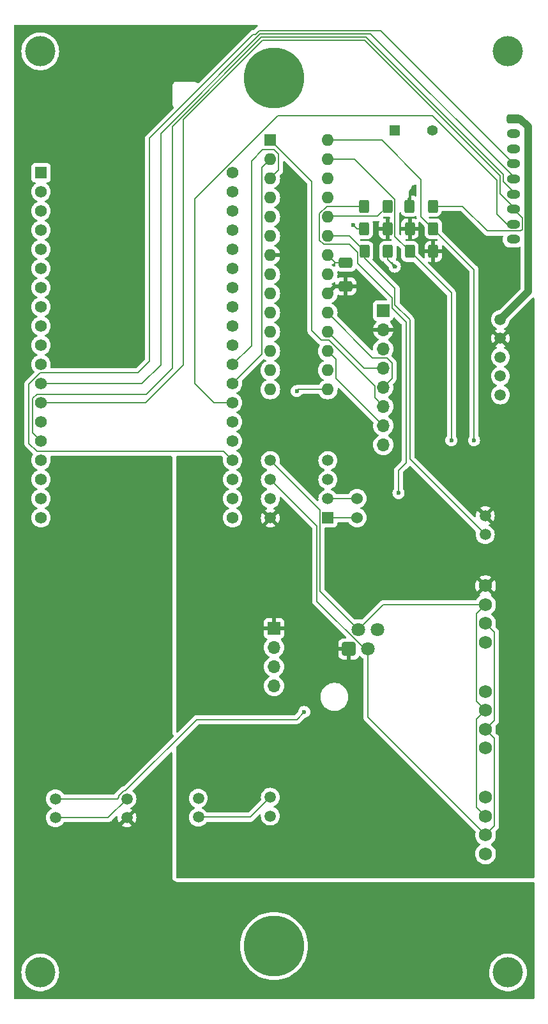
<source format=gbr>
%TF.GenerationSoftware,KiCad,Pcbnew,8.0.6*%
%TF.CreationDate,2025-02-14T11:57:35-07:00*%
%TF.ProjectId,Capstone_DataLogger,43617073-746f-46e6-955f-446174614c6f,rev?*%
%TF.SameCoordinates,Original*%
%TF.FileFunction,Copper,L1,Top*%
%TF.FilePolarity,Positive*%
%FSLAX46Y46*%
G04 Gerber Fmt 4.6, Leading zero omitted, Abs format (unit mm)*
G04 Created by KiCad (PCBNEW 8.0.6) date 2025-02-14 11:57:35*
%MOMM*%
%LPD*%
G01*
G04 APERTURE LIST*
G04 Aperture macros list*
%AMRoundRect*
0 Rectangle with rounded corners*
0 $1 Rounding radius*
0 $2 $3 $4 $5 $6 $7 $8 $9 X,Y pos of 4 corners*
0 Add a 4 corners polygon primitive as box body*
4,1,4,$2,$3,$4,$5,$6,$7,$8,$9,$2,$3,0*
0 Add four circle primitives for the rounded corners*
1,1,$1+$1,$2,$3*
1,1,$1+$1,$4,$5*
1,1,$1+$1,$6,$7*
1,1,$1+$1,$8,$9*
0 Add four rect primitives between the rounded corners*
20,1,$1+$1,$2,$3,$4,$5,0*
20,1,$1+$1,$4,$5,$6,$7,0*
20,1,$1+$1,$6,$7,$8,$9,0*
20,1,$1+$1,$8,$9,$2,$3,0*%
G04 Aperture macros list end*
%TA.AperFunction,SMDPad,CuDef*%
%ADD10RoundRect,0.250000X-0.400000X-0.625000X0.400000X-0.625000X0.400000X0.625000X-0.400000X0.625000X0*%
%TD*%
%TA.AperFunction,ComponentPad*%
%ADD11R,1.422400X1.422400*%
%TD*%
%TA.AperFunction,ComponentPad*%
%ADD12C,1.422400*%
%TD*%
%TA.AperFunction,ComponentPad*%
%ADD13C,1.752600*%
%TD*%
%TA.AperFunction,ComponentPad*%
%ADD14R,1.700000X1.700000*%
%TD*%
%TA.AperFunction,ComponentPad*%
%ADD15O,1.700000X1.700000*%
%TD*%
%TA.AperFunction,SMDPad,CuDef*%
%ADD16RoundRect,0.250000X0.400000X0.625000X-0.400000X0.625000X-0.400000X-0.625000X0.400000X-0.625000X0*%
%TD*%
%TA.AperFunction,ComponentPad*%
%ADD17C,1.498600*%
%TD*%
%TA.AperFunction,ComponentPad*%
%ADD18R,1.600000X1.600000*%
%TD*%
%TA.AperFunction,ComponentPad*%
%ADD19O,1.600000X1.600000*%
%TD*%
%TA.AperFunction,ComponentPad*%
%ADD20C,1.524000*%
%TD*%
%TA.AperFunction,ComponentPad*%
%ADD21R,1.560000X1.560000*%
%TD*%
%TA.AperFunction,ComponentPad*%
%ADD22C,1.560000*%
%TD*%
%TA.AperFunction,ComponentPad*%
%ADD23RoundRect,0.250000X-0.650000X0.350000X-0.650000X-0.350000X0.650000X-0.350000X0.650000X0.350000X0*%
%TD*%
%TA.AperFunction,ComponentPad*%
%ADD24O,1.800000X1.200000*%
%TD*%
%TA.AperFunction,ComponentPad*%
%ADD25R,1.498600X1.498600*%
%TD*%
%TA.AperFunction,ComponentPad*%
%ADD26RoundRect,0.250000X-0.650000X-0.650000X0.650000X-0.650000X0.650000X0.650000X-0.650000X0.650000X0*%
%TD*%
%TA.AperFunction,ComponentPad*%
%ADD27C,1.800000*%
%TD*%
%TA.AperFunction,SMDPad,CuDef*%
%ADD28RoundRect,0.250000X0.650000X-0.412500X0.650000X0.412500X-0.650000X0.412500X-0.650000X-0.412500X0*%
%TD*%
%TA.AperFunction,ViaPad*%
%ADD29C,4.000000*%
%TD*%
%TA.AperFunction,ViaPad*%
%ADD30C,8.000000*%
%TD*%
%TA.AperFunction,ViaPad*%
%ADD31C,0.600000*%
%TD*%
%TA.AperFunction,Conductor*%
%ADD32C,0.200000*%
%TD*%
%TA.AperFunction,Conductor*%
%ADD33C,0.500000*%
%TD*%
%TA.AperFunction,Conductor*%
%ADD34C,1.000000*%
%TD*%
G04 APERTURE END LIST*
D10*
%TO.P,R3,1*%
%TO.N,+5V*%
X155500000Y-56500000D03*
%TO.P,R3,2*%
%TO.N,/MCU/SCL*%
X158600000Y-56500000D03*
%TD*%
D11*
%TO.P,XTAL1,1,1*%
%TO.N,/MCU/BUZZER*%
X153500000Y-43500000D03*
D12*
%TO.P,XTAL1,2,2*%
%TO.N,GND*%
X158500000Y-43500000D03*
%TD*%
D13*
%TO.P,J7,1,1*%
%TO.N,+5V*%
X165529801Y-117783400D03*
%TO.P,J7,2,2*%
%TO.N,/MCU/SDA*%
X165529801Y-120283400D03*
%TO.P,J7,3,3*%
%TO.N,/MCU/SCL*%
X165529801Y-122783400D03*
%TO.P,J7,4,4*%
%TO.N,GND*%
X165529801Y-125283400D03*
%TD*%
D14*
%TO.P,J6,1,Pin_1*%
%TO.N,unconnected-(J6-Pin_1-Pad1)*%
X151979386Y-67340000D03*
D15*
%TO.P,J6,2,Pin_2*%
%TO.N,+5V*%
X151979386Y-69880000D03*
%TO.P,J6,3,Pin_3*%
%TO.N,GND*%
X151979386Y-72420000D03*
%TO.P,J6,4,Pin_4*%
%TO.N,/MCU/MISO*%
X151979386Y-74960000D03*
%TO.P,J6,5,Pin_5*%
%TO.N,/MCU/SCK*%
X151979386Y-77500000D03*
%TO.P,J6,6,Pin_6*%
%TO.N,/MCU/~{RESET}*%
X151979386Y-80040000D03*
%TO.P,J6,7,Pin_7*%
%TO.N,/MCU/MOSI*%
X151979386Y-82580000D03*
%TO.P,J6,8,Pin_8*%
%TO.N,unconnected-(J6-Pin_8-Pad8)*%
X151979386Y-85120000D03*
%TD*%
D16*
%TO.P,R2,1*%
%TO.N,+5V*%
X158600000Y-59500000D03*
%TO.P,R2,2*%
%TO.N,/MCU/SDA*%
X155500000Y-59500000D03*
%TD*%
D10*
%TO.P,R7,1*%
%TO.N,/MCU/THERM*%
X149500000Y-59500000D03*
%TO.P,R7,2*%
%TO.N,GND*%
X152600000Y-59500000D03*
%TD*%
D17*
%TO.P,J3,1,1*%
%TO.N,+3.3V*%
X167500000Y-68500000D03*
%TO.P,J3,2,2*%
%TO.N,+5V*%
X167500000Y-71000000D03*
%TO.P,J3,3,3*%
%TO.N,/MCU/VBAT*%
X167500000Y-73500000D03*
%TO.P,J3,4,4*%
%TO.N,/MCU/PWM_HEATER*%
X167500000Y-76000000D03*
%TO.P,J3,5,5*%
%TO.N,GND*%
X167500000Y-78500000D03*
%TD*%
D16*
%TO.P,R1,1*%
%TO.N,/MCU/WIFI_STAT*%
X152550000Y-53500000D03*
%TO.P,R1,2*%
%TO.N,Net-(J1-Pad1)*%
X149450000Y-53500000D03*
%TD*%
D18*
%TO.P,U3,1,~{RESET}/PC6*%
%TO.N,/MCU/~{RESET}*%
X137000000Y-44760000D03*
D19*
%TO.P,U3,2,PD0*%
%TO.N,/MCU/ESP_RX*%
X137000000Y-47300000D03*
%TO.P,U3,3,PD1*%
%TO.N,/MCU/ESP_TX*%
X137000000Y-49840000D03*
%TO.P,U3,4,PD2*%
%TO.N,unconnected-(U3-PD2-Pad4)*%
X137000000Y-52380000D03*
%TO.P,U3,5,PD3*%
%TO.N,/MCU/BUZZER*%
X137000000Y-54920000D03*
%TO.P,U3,6,PD4*%
%TO.N,/MCU/ESP_EN*%
X137000000Y-57460000D03*
%TO.P,U3,7,VCC*%
%TO.N,+5V*%
X137000000Y-60000000D03*
%TO.P,U3,8,GND*%
%TO.N,GND*%
X137000000Y-62540000D03*
%TO.P,U3,9,XTAL1/PB6*%
%TO.N,unconnected-(U3-XTAL1{slash}PB6-Pad9)*%
X137000000Y-65080000D03*
%TO.P,U3,10,XTAL2/PB7*%
%TO.N,unconnected-(U3-XTAL2{slash}PB7-Pad10)*%
X137000000Y-67620000D03*
%TO.P,U3,11,PD5*%
%TO.N,unconnected-(U3-PD5-Pad11)*%
X137000000Y-70160000D03*
%TO.P,U3,12,PD6*%
%TO.N,unconnected-(U3-PD6-Pad12)*%
X137000000Y-72700000D03*
%TO.P,U3,13,PD7*%
%TO.N,unconnected-(U3-PD7-Pad13)*%
X137000000Y-75240000D03*
%TO.P,U3,14,PB0*%
%TO.N,unconnected-(U3-PB0-Pad14)*%
X137000000Y-77780000D03*
%TO.P,U3,15,PB1*%
%TO.N,/MCU/PWM_HEATER*%
X144620000Y-77780000D03*
%TO.P,U3,16,PB2*%
%TO.N,unconnected-(U3-PB2-Pad16)*%
X144620000Y-75240000D03*
%TO.P,U3,17,PB3*%
%TO.N,/MCU/MOSI*%
X144620000Y-72700000D03*
%TO.P,U3,18,PB4*%
%TO.N,/MCU/MISO*%
X144620000Y-70160000D03*
%TO.P,U3,19,PB5*%
%TO.N,/MCU/SCK*%
X144620000Y-67620000D03*
%TO.P,U3,20,AVCC*%
%TO.N,+5V*%
X144620000Y-65080000D03*
%TO.P,U3,21,AREF*%
%TO.N,unconnected-(U3-AREF-Pad21)*%
X144620000Y-62540000D03*
%TO.P,U3,22,GND*%
%TO.N,GND*%
X144620000Y-60000000D03*
%TO.P,U3,23,PC0*%
%TO.N,/MCU/THERM*%
X144620000Y-57460000D03*
%TO.P,U3,24,PC1*%
%TO.N,/MCU/WIFI_STAT*%
X144620000Y-54920000D03*
%TO.P,U3,25,PC2*%
%TO.N,/MCU/VBAT*%
X144620000Y-52380000D03*
%TO.P,U3,26,PC3*%
%TO.N,/MCU/VIBE_SENSE*%
X144620000Y-49840000D03*
%TO.P,U3,27,PC4*%
%TO.N,/MCU/SDA*%
X144620000Y-47300000D03*
%TO.P,U3,28,PC5*%
%TO.N,/MCU/SCL*%
X144620000Y-44760000D03*
%TD*%
D14*
%TO.P,J11,1,Pin_1*%
%TO.N,+5V*%
X137500000Y-109420000D03*
D15*
%TO.P,J11,2,Pin_2*%
%TO.N,/MCU/VIBE_SENSE*%
X137500000Y-111960000D03*
%TO.P,J11,3,Pin_3*%
%TO.N,unconnected-(J11-Pin_3-Pad3)*%
X137500000Y-114500000D03*
%TO.P,J11,4,Pin_4*%
%TO.N,GND*%
X137500000Y-117040000D03*
%TD*%
D20*
%TO.P,Y2,1,1*%
%TO.N,Net-(U4-X1)*%
X148500000Y-94770000D03*
%TO.P,Y2,2,2*%
%TO.N,Net-(U4-X2)*%
X148500000Y-92230000D03*
%TD*%
D21*
%TO.P,U2,J2-1,3V3*%
%TO.N,+3.3V*%
X106600000Y-49060000D03*
D22*
%TO.P,U2,J2-2,EN*%
%TO.N,/MCU/ESP_EN*%
X106600000Y-51600000D03*
%TO.P,U2,J2-3,SENSOR_VP*%
%TO.N,unconnected-(U2-SENSOR_VP-PadJ2-3)*%
X106600000Y-54140000D03*
%TO.P,U2,J2-4,SENSOR_VN*%
%TO.N,unconnected-(U2-SENSOR_VN-PadJ2-4)*%
X106600000Y-56680000D03*
%TO.P,U2,J2-5,IO34*%
%TO.N,unconnected-(U2-IO34-PadJ2-5)*%
X106600000Y-59220000D03*
%TO.P,U2,J2-6,IO35*%
%TO.N,unconnected-(U2-IO35-PadJ2-6)*%
X106600000Y-61760000D03*
%TO.P,U2,J2-7,IO32*%
%TO.N,unconnected-(U2-IO32-PadJ2-7)*%
X106600000Y-64300000D03*
%TO.P,U2,J2-8,IO33*%
%TO.N,unconnected-(U2-IO33-PadJ2-8)*%
X106600000Y-66840000D03*
%TO.P,U2,J2-9,IO25*%
%TO.N,unconnected-(U2-IO25-PadJ2-9)*%
X106600000Y-69380000D03*
%TO.P,U2,J2-10,IO26*%
%TO.N,unconnected-(U2-IO26-PadJ2-10)*%
X106600000Y-71920000D03*
%TO.P,U2,J2-11,IO27*%
%TO.N,unconnected-(U2-IO27-PadJ2-11)*%
X106600000Y-74460000D03*
%TO.P,U2,J2-12,IO14*%
%TO.N,/MCU/CLK*%
X106600000Y-77000000D03*
%TO.P,U2,J2-13,IO12*%
%TO.N,/MCU/D2*%
X106600000Y-79540000D03*
%TO.P,U2,J2-14,GND1*%
%TO.N,unconnected-(U2-GND1-PadJ2-14)*%
X106600000Y-82080000D03*
%TO.P,U2,J2-15,IO13*%
%TO.N,/MCU/D3*%
X106600000Y-84620000D03*
%TO.P,U2,J2-16,SD2*%
%TO.N,unconnected-(U2-SD2-PadJ2-16)*%
X106600000Y-87160000D03*
%TO.P,U2,J2-17,SD3*%
%TO.N,unconnected-(U2-SD3-PadJ2-17)*%
X106600000Y-89700000D03*
%TO.P,U2,J2-18,CMD*%
%TO.N,unconnected-(U2-CMD-PadJ2-18)*%
X106600000Y-92240000D03*
%TO.P,U2,J2-19,EXT_5V*%
%TO.N,unconnected-(U2-EXT_5V-PadJ2-19)*%
X106600000Y-94780000D03*
%TO.P,U2,J3-1,GND3*%
%TO.N,GND*%
X132000000Y-49060000D03*
%TO.P,U2,J3-2,IO23*%
%TO.N,unconnected-(U2-IO23-PadJ3-2)*%
X132000000Y-51600000D03*
%TO.P,U2,J3-3,IO22*%
%TO.N,unconnected-(U2-IO22-PadJ3-3)*%
X132000000Y-54140000D03*
%TO.P,U2,J3-4,TXD0*%
%TO.N,unconnected-(U2-TXD0-PadJ3-4)*%
X132000000Y-56680000D03*
%TO.P,U2,J3-5,RXD0*%
%TO.N,unconnected-(U2-RXD0-PadJ3-5)*%
X132000000Y-59220000D03*
%TO.P,U2,J3-6,IO21*%
%TO.N,unconnected-(U2-IO21-PadJ3-6)*%
X132000000Y-61760000D03*
%TO.P,U2,J3-7,GND2*%
%TO.N,GND*%
X132000000Y-64300000D03*
%TO.P,U2,J3-8,IO19*%
%TO.N,unconnected-(U2-IO19-PadJ3-8)*%
X132000000Y-66840000D03*
%TO.P,U2,J3-9,IO18*%
%TO.N,unconnected-(U2-IO18-PadJ3-9)*%
X132000000Y-69380000D03*
%TO.P,U2,J3-10,IO5*%
%TO.N,unconnected-(U2-IO5-PadJ3-10)*%
X132000000Y-71920000D03*
%TO.P,U2,J3-11,IO17*%
%TO.N,/MCU/ESP_TX*%
X132000000Y-74460000D03*
%TO.P,U2,J3-12,IO16*%
%TO.N,/MCU/ESP_RX*%
X132000000Y-77000000D03*
%TO.P,U2,J3-13,IO4*%
%TO.N,/MCU/D1*%
X132000000Y-79540000D03*
%TO.P,U2,J3-14,IO0*%
%TO.N,unconnected-(U2-IO0-PadJ3-14)*%
X132000000Y-82080000D03*
%TO.P,U2,J3-15,IO2*%
%TO.N,/MCU/D0*%
X132000000Y-84620000D03*
%TO.P,U2,J3-16,IO15*%
%TO.N,/MCU/CMD*%
X132000000Y-87160000D03*
%TO.P,U2,J3-17,SD1*%
%TO.N,unconnected-(U2-SD1-PadJ3-17)*%
X132000000Y-89700000D03*
%TO.P,U2,J3-18,SD0*%
%TO.N,unconnected-(U2-SD0-PadJ3-18)*%
X132000000Y-92240000D03*
%TO.P,U2,J3-19,CLK*%
%TO.N,unconnected-(U2-CLK-PadJ3-19)*%
X132000000Y-94780000D03*
%TD*%
D13*
%TO.P,J9,1,1*%
%TO.N,+5V*%
X165529801Y-131783400D03*
%TO.P,J9,2,2*%
%TO.N,/MCU/SDA*%
X165529801Y-134283400D03*
%TO.P,J9,3,3*%
%TO.N,/MCU/SCL*%
X165529801Y-136783400D03*
%TO.P,J9,4,4*%
%TO.N,GND*%
X165529801Y-139283400D03*
%TD*%
D23*
%TO.P,U1,1,VCC*%
%TO.N,+3.3V*%
X169200000Y-41900000D03*
D24*
%TO.P,U1,2,GND*%
%TO.N,GND*%
X169200000Y-43900000D03*
%TO.P,U1,3,D0*%
%TO.N,/MCU/D0*%
X169200000Y-45900000D03*
%TO.P,U1,4,CMD*%
%TO.N,/MCU/CMD*%
X169200000Y-47900000D03*
%TO.P,U1,5,CLK*%
%TO.N,/MCU/CLK*%
X169200000Y-49900000D03*
%TO.P,U1,6,D3*%
%TO.N,/MCU/D3*%
X169200000Y-51900000D03*
%TO.P,U1,7,D2*%
%TO.N,/MCU/D2*%
X169200000Y-53900000D03*
%TO.P,U1,8,D1*%
%TO.N,/MCU/D1*%
X169200000Y-55900000D03*
%TO.P,U1,9,CD*%
%TO.N,/MCU/CD*%
X169200000Y-57900000D03*
%TD*%
D25*
%TO.P,U4,1,X1*%
%TO.N,Net-(U4-X1)*%
X144620000Y-94810000D03*
D17*
%TO.P,U4,2,X2*%
%TO.N,Net-(U4-X2)*%
X144620000Y-92270000D03*
%TO.P,U4,3,NC*%
%TO.N,unconnected-(U4-NC-Pad3)*%
X144620000Y-89730000D03*
%TO.P,U4,4,VSS*%
%TO.N,GND*%
X144620000Y-87190000D03*
%TO.P,U4,5,SDA*%
%TO.N,/MCU/SDA*%
X137000000Y-87190000D03*
%TO.P,U4,6,SCL*%
%TO.N,/MCU/SCL*%
X137000000Y-89730000D03*
%TO.P,U4,7,MFP*%
%TO.N,unconnected-(U4-MFP-Pad7)*%
X137000000Y-92270000D03*
%TO.P,U4,8,VCC*%
%TO.N,+5V*%
X137000000Y-94810000D03*
%TD*%
D26*
%TO.P,J10,1*%
%TO.N,+5V*%
X147410000Y-112150000D03*
D27*
%TO.P,J10,2*%
%TO.N,/MCU/SDA*%
X148680000Y-109610000D03*
%TO.P,J10,3*%
%TO.N,/MCU/SCL*%
X149950000Y-112150000D03*
%TO.P,J10,4*%
%TO.N,GND*%
X151220000Y-109610000D03*
%TD*%
D28*
%TO.P,C2,1*%
%TO.N,+5V*%
X147000000Y-64125000D03*
%TO.P,C2,2*%
%TO.N,GND*%
X147000000Y-61000000D03*
%TD*%
D17*
%TO.P,J5,1,1*%
%TO.N,Net-(J4-Pad2)*%
X117992601Y-132000000D03*
%TO.P,J5,2,2*%
%TO.N,GND*%
X117992601Y-134500000D03*
%TD*%
D13*
%TO.P,J8,1,1*%
%TO.N,+5V*%
X165529801Y-103783400D03*
%TO.P,J8,2,2*%
%TO.N,/MCU/SDA*%
X165529801Y-106283400D03*
%TO.P,J8,3,3*%
%TO.N,/MCU/SCL*%
X165529801Y-108783400D03*
%TO.P,J8,4,4*%
%TO.N,GND*%
X165529801Y-111283400D03*
%TD*%
D10*
%TO.P,R4,1*%
%TO.N,GND*%
X155450000Y-53500000D03*
%TO.P,R4,2*%
%TO.N,/MCU/D2*%
X158550000Y-53500000D03*
%TD*%
D16*
%TO.P,R5,1*%
%TO.N,+5V*%
X152550000Y-56500000D03*
%TO.P,R5,2*%
%TO.N,Net-(J4-Pad1)*%
X149450000Y-56500000D03*
%TD*%
D17*
%TO.P,J12,1,1*%
%TO.N,+5V*%
X165500000Y-94500000D03*
%TO.P,J12,2,2*%
%TO.N,/MCU/THERM*%
X165500000Y-97000000D03*
%TD*%
%TO.P,J1,1,1*%
%TO.N,Net-(J1-Pad1)*%
X127462800Y-131934700D03*
%TO.P,J1,2,2*%
%TO.N,Net-(J1-Pad2)*%
X127462800Y-134434700D03*
%TD*%
%TO.P,J4,1,1*%
%TO.N,Net-(J4-Pad1)*%
X108500000Y-132000000D03*
%TO.P,J4,2,2*%
%TO.N,Net-(J4-Pad2)*%
X108500000Y-134500000D03*
%TD*%
%TO.P,J2,1,1*%
%TO.N,Net-(J1-Pad2)*%
X137000000Y-131783400D03*
%TO.P,J2,2,2*%
%TO.N,GND*%
X137000000Y-134283400D03*
%TD*%
D29*
%TO.N,*%
X106500000Y-33000000D03*
X168500000Y-155000000D03*
X168500000Y-33000000D03*
D30*
X137500000Y-36500000D03*
D29*
X106500000Y-155000000D03*
D30*
X137500000Y-151500000D03*
D31*
%TO.N,GND*%
X156000000Y-51000000D03*
X153500000Y-61500000D03*
%TO.N,/MCU/PWM_HEATER*%
X140499988Y-78000000D03*
%TO.N,/MCU/SCL*%
X164000000Y-84500000D03*
%TO.N,/MCU/SDA*%
X161000000Y-84500000D03*
%TO.N,Net-(J1-Pad1)*%
X154000000Y-91500000D03*
%TO.N,Net-(J4-Pad1)*%
X148000000Y-55999986D03*
X141500000Y-120500000D03*
%TD*%
D32*
%TO.N,GND*%
X155450000Y-53500000D02*
X155450000Y-51550000D01*
X147000000Y-61000000D02*
X145620000Y-61000000D01*
X155450000Y-51550000D02*
X156000000Y-51000000D01*
X145620000Y-61000000D02*
X144620000Y-60000000D01*
X152600000Y-60600000D02*
X153500000Y-61500000D01*
X152600000Y-59500000D02*
X152600000Y-60600000D01*
D33*
%TO.N,+5V*%
X145575000Y-64125000D02*
X144620000Y-65080000D01*
X147000000Y-64125000D02*
X145575000Y-64125000D01*
D34*
%TO.N,+3.3V*%
X171200000Y-43000000D02*
X170100000Y-41900000D01*
X171200000Y-64800000D02*
X171200000Y-43000000D01*
X170100000Y-41900000D02*
X169200000Y-41900000D01*
X167500000Y-68500000D02*
X171200000Y-64800000D01*
D32*
%TO.N,/MCU/PWM_HEATER*%
X140719988Y-77780000D02*
X140499988Y-78000000D01*
X144620000Y-77780000D02*
X140719988Y-77780000D01*
%TO.N,/MCU/SCL*%
X157000000Y-54900000D02*
X158600000Y-56500000D01*
X164000000Y-61900000D02*
X164000000Y-84500000D01*
X166706101Y-109959700D02*
X166706101Y-121607100D01*
X166706101Y-135607100D02*
X166706101Y-123959700D01*
X144620000Y-44760000D02*
X151760000Y-44760000D01*
X157000000Y-50000000D02*
X157000000Y-54900000D01*
X151760000Y-44760000D02*
X157000000Y-50000000D01*
X137000000Y-89730000D02*
X143170700Y-95900700D01*
X149494744Y-112150000D02*
X149950000Y-112150000D01*
X165529801Y-136783400D02*
X149950000Y-121203599D01*
X149950000Y-121203599D02*
X149950000Y-112150000D01*
X166706101Y-121607100D02*
X165529801Y-122783400D01*
X143170700Y-95900700D02*
X143170700Y-105825956D01*
X143170700Y-105825956D02*
X149494744Y-112150000D01*
X166706101Y-123959700D02*
X165529801Y-122783400D01*
X165529801Y-136783400D02*
X166706101Y-135607100D01*
X165529801Y-108783400D02*
X166706101Y-109959700D01*
X158600000Y-56500000D02*
X164000000Y-61900000D01*
%TO.N,/MCU/SDA*%
X164353501Y-119107100D02*
X165529801Y-120283400D01*
X164353501Y-121459700D02*
X164353501Y-133107100D01*
X148159744Y-47300000D02*
X153500000Y-52640256D01*
X153500000Y-57500000D02*
X155500000Y-59500000D01*
X161000000Y-65000000D02*
X161000000Y-84500000D01*
X165529801Y-106283400D02*
X164353501Y-107459700D01*
X153500000Y-52640256D02*
X153500000Y-57500000D01*
X155500000Y-59500000D02*
X161000000Y-65000000D01*
X143570700Y-104500700D02*
X143570700Y-93760700D01*
X165529801Y-120283400D02*
X164353501Y-121459700D01*
X143570700Y-93760700D02*
X137000000Y-87190000D01*
X164353501Y-107459700D02*
X164353501Y-119107100D01*
X144620000Y-47300000D02*
X148159744Y-47300000D01*
X152006600Y-106283400D02*
X148680000Y-109610000D01*
X148680000Y-109610000D02*
X143570700Y-104500700D01*
X164353501Y-133107100D02*
X165529801Y-134283400D01*
X165529801Y-106283400D02*
X152006600Y-106283400D01*
%TO.N,/MCU/ESP_RX*%
X137000000Y-47300000D02*
X135900000Y-48400000D01*
X135900000Y-48400000D02*
X135900000Y-73100000D01*
X135900000Y-73100000D02*
X132000000Y-77000000D01*
%TO.N,/MCU/ESP_TX*%
X138100000Y-46600000D02*
X137500000Y-46000000D01*
X137500000Y-46000000D02*
X136000000Y-46000000D01*
X134500000Y-47500000D02*
X134500000Y-71960000D01*
X137000000Y-49840000D02*
X138100000Y-48740000D01*
X136000000Y-46000000D02*
X134500000Y-47500000D01*
X134500000Y-71960000D02*
X132000000Y-74460000D01*
X138100000Y-48740000D02*
X138100000Y-46600000D01*
%TO.N,/MCU/THERM*%
X155500000Y-87000000D02*
X165500000Y-97000000D01*
X155500000Y-68550000D02*
X155500000Y-87000000D01*
X153529386Y-66579386D02*
X155500000Y-68550000D01*
X144620000Y-57460000D02*
X147460000Y-57460000D01*
X149500000Y-60375000D02*
X153529386Y-64404386D01*
X153529386Y-64404386D02*
X153529386Y-66579386D01*
X147460000Y-57460000D02*
X149500000Y-59500000D01*
X149500000Y-59500000D02*
X149500000Y-60375000D01*
%TO.N,Net-(U4-X2)*%
X148460000Y-92270000D02*
X148500000Y-92230000D01*
X144620000Y-92270000D02*
X148460000Y-92270000D01*
%TO.N,Net-(U4-X1)*%
X148500000Y-94770000D02*
X144660000Y-94770000D01*
X144660000Y-94770000D02*
X144620000Y-94810000D01*
%TO.N,/MCU/WIFI_STAT*%
X144690000Y-54850000D02*
X151200000Y-54850000D01*
X144620000Y-54920000D02*
X144690000Y-54850000D01*
X151200000Y-54850000D02*
X152550000Y-53500000D01*
%TO.N,Net-(J1-Pad2)*%
X127462800Y-134434700D02*
X134348700Y-134434700D01*
X134348700Y-134434700D02*
X137000000Y-131783400D01*
%TO.N,Net-(J4-Pad2)*%
X117992601Y-132000000D02*
X115492601Y-134500000D01*
X115492601Y-134500000D02*
X108500000Y-134500000D01*
%TO.N,/MCU/D3*%
X120540000Y-78460000D02*
X106040000Y-78460000D01*
X105520000Y-83540000D02*
X106600000Y-84620000D01*
X135834314Y-31100000D02*
X124000000Y-42934314D01*
X169200000Y-51600000D02*
X167869947Y-50269947D01*
X124000000Y-75000000D02*
X120540000Y-78460000D01*
X167869947Y-50269947D02*
X167869947Y-49304261D01*
X105520000Y-78980000D02*
X105520000Y-83540000D01*
X106040000Y-78460000D02*
X105520000Y-78980000D01*
X169200000Y-51900000D02*
X169200000Y-51600000D01*
X167869947Y-49304261D02*
X149665686Y-31100000D01*
X124000000Y-42934314D02*
X124000000Y-75000000D01*
X149665686Y-31100000D02*
X135834314Y-31100000D01*
%TO.N,/MCU/D2*%
X120460000Y-79540000D02*
X106600000Y-79540000D01*
X162500000Y-53500000D02*
X158550000Y-53500000D01*
X170200000Y-56800000D02*
X165800000Y-56800000D01*
X169200000Y-53900000D02*
X170400000Y-55100000D01*
X170400000Y-56600000D02*
X170200000Y-56800000D01*
X149500000Y-31500000D02*
X136000001Y-31500000D01*
X170400000Y-55100000D02*
X170400000Y-56600000D01*
X125500000Y-42000000D02*
X125500000Y-74500000D01*
X169200000Y-53900000D02*
X169200000Y-53600000D01*
X125500000Y-74500000D02*
X120460000Y-79540000D01*
X167469947Y-49469947D02*
X149500000Y-31500000D01*
X169200000Y-53600000D02*
X167469947Y-51869947D01*
X165800000Y-56800000D02*
X162500000Y-53500000D01*
X167469947Y-51869947D02*
X167469947Y-49469947D01*
X136000001Y-31500000D02*
X125500000Y-42000000D01*
%TO.N,/MCU/CLK*%
X169200000Y-49600000D02*
X150300000Y-30700000D01*
X135668629Y-30700000D02*
X122500000Y-43868629D01*
X122500000Y-74500000D02*
X120000000Y-77000000D01*
X120000000Y-77000000D02*
X106600000Y-77000000D01*
X122500000Y-43868629D02*
X122500000Y-74500000D01*
X150300000Y-30700000D02*
X135668629Y-30700000D01*
X169200000Y-49900000D02*
X169200000Y-49600000D01*
%TO.N,/MCU/D1*%
X132000000Y-79540000D02*
X129540000Y-79540000D01*
X138032649Y-41500000D02*
X158500000Y-41500000D01*
X158500000Y-41500000D02*
X167069947Y-50069947D01*
X129540000Y-79540000D02*
X127000000Y-77000000D01*
X167069947Y-50069947D02*
X167069947Y-54569947D01*
X127000000Y-77000000D02*
X127000000Y-52532649D01*
X167069947Y-54569947D02*
X168400000Y-55900000D01*
X168400000Y-55900000D02*
X169200000Y-55900000D01*
X127000000Y-52532649D02*
X138032649Y-41500000D01*
%TO.N,/MCU/CMD*%
X105000000Y-84927351D02*
X106072649Y-86000000D01*
X106532649Y-75540000D02*
X105000000Y-77072649D01*
X121000000Y-44500000D02*
X121000000Y-74000000D01*
X130840000Y-86000000D02*
X132000000Y-87160000D01*
X121000000Y-74000000D02*
X119460000Y-75540000D01*
X105000000Y-77072649D02*
X105000000Y-84927351D01*
X135002944Y-30800000D02*
X134700000Y-30800000D01*
X151600000Y-30300000D02*
X135502944Y-30300000D01*
X119460000Y-75540000D02*
X106532649Y-75540000D01*
X134700000Y-30800000D02*
X121000000Y-44500000D01*
X169200000Y-47900000D02*
X151600000Y-30300000D01*
X135502944Y-30300000D02*
X135002944Y-30800000D01*
X106072649Y-86000000D02*
X130840000Y-86000000D01*
%TO.N,Net-(J1-Pad1)*%
X144484365Y-53500000D02*
X149450000Y-53500000D01*
X147494314Y-58560000D02*
X144060000Y-58560000D01*
X143520000Y-54464365D02*
X144484365Y-53500000D01*
X153129386Y-67000000D02*
X153129386Y-65629386D01*
X154000000Y-91500000D02*
X154000000Y-88500000D01*
X153129386Y-65629386D02*
X148550000Y-61050000D01*
X144060000Y-58560000D02*
X143520000Y-58020000D01*
X154000000Y-88500000D02*
X155000000Y-87500000D01*
X148550000Y-59615686D02*
X147494314Y-58560000D01*
X143520000Y-58020000D02*
X143520000Y-54464365D01*
X148550000Y-61050000D02*
X148550000Y-59615686D01*
X155000000Y-68870614D02*
X153129386Y-67000000D01*
X155000000Y-87500000D02*
X155000000Y-68870614D01*
%TO.N,Net-(J4-Pad1)*%
X108500000Y-132000000D02*
X108500000Y-132622300D01*
X117799300Y-130950700D02*
X127250000Y-121500000D01*
X149450000Y-56500000D02*
X148500014Y-56500000D01*
X116943301Y-131806699D02*
X116943301Y-131565365D01*
X117557966Y-130950700D02*
X117799300Y-130950700D01*
X148500014Y-56500000D02*
X148000000Y-55999986D01*
X116943301Y-131565365D02*
X117557966Y-130950700D01*
X108500000Y-132000000D02*
X116750000Y-132000000D01*
X116750000Y-132000000D02*
X116943301Y-131806699D01*
X140500000Y-121500000D02*
X141500000Y-120500000D01*
X127250000Y-121500000D02*
X140500000Y-121500000D01*
%TO.N,/MCU/MISO*%
X151979386Y-74960000D02*
X149420000Y-74960000D01*
X149420000Y-74960000D02*
X144620000Y-70160000D01*
%TO.N,/MCU/SCK*%
X153129386Y-76350000D02*
X153129386Y-74243654D01*
X153129386Y-74243654D02*
X152455732Y-73570000D01*
X152455732Y-73570000D02*
X150570000Y-73570000D01*
X151979386Y-77500000D02*
X153129386Y-76350000D01*
X150570000Y-73570000D02*
X144620000Y-67620000D01*
%TO.N,/MCU/~{RESET}*%
X143760000Y-71260000D02*
X142500000Y-70000000D01*
X151979386Y-80040000D02*
X150829386Y-78890000D01*
X144735635Y-71260000D02*
X143760000Y-71260000D01*
X142500000Y-50260000D02*
X137000000Y-44760000D01*
X150829386Y-78890000D02*
X150829386Y-77353751D01*
X142500000Y-70000000D02*
X142500000Y-50260000D01*
X150829386Y-77353751D02*
X144735635Y-71260000D01*
%TO.N,/MCU/MOSI*%
X151979386Y-82580000D02*
X145720000Y-76320614D01*
X145720000Y-73800000D02*
X144620000Y-72700000D01*
X145720000Y-76320614D02*
X145720000Y-73800000D01*
%TD*%
%TA.AperFunction,Conductor*%
%TO.N,+5V*%
G36*
X138905703Y-47515384D02*
G01*
X138912181Y-47521416D01*
X141863181Y-50472416D01*
X141896666Y-50533739D01*
X141899500Y-50560097D01*
X141899500Y-69913330D01*
X141899499Y-69913348D01*
X141899499Y-70079054D01*
X141899498Y-70079054D01*
X141940423Y-70231785D01*
X141940424Y-70231788D01*
X141944622Y-70239058D01*
X141944625Y-70239063D01*
X142019477Y-70368712D01*
X142019481Y-70368717D01*
X142138349Y-70487585D01*
X142138355Y-70487590D01*
X143275139Y-71624374D01*
X143275149Y-71624385D01*
X143279479Y-71628715D01*
X143279480Y-71628716D01*
X143391284Y-71740520D01*
X143391286Y-71740521D01*
X143391290Y-71740524D01*
X143463503Y-71782216D01*
X143463507Y-71782217D01*
X143463508Y-71782218D01*
X143496938Y-71801519D01*
X143545153Y-71852087D01*
X143558374Y-71920694D01*
X143536512Y-71980027D01*
X143489431Y-72047267D01*
X143393261Y-72253502D01*
X143393258Y-72253511D01*
X143334366Y-72473302D01*
X143334364Y-72473313D01*
X143314532Y-72699998D01*
X143314532Y-72700001D01*
X143334364Y-72926686D01*
X143334366Y-72926697D01*
X143393258Y-73146488D01*
X143393261Y-73146497D01*
X143489431Y-73352732D01*
X143489432Y-73352734D01*
X143619954Y-73539141D01*
X143780858Y-73700045D01*
X143780861Y-73700047D01*
X143967266Y-73830568D01*
X144025275Y-73857618D01*
X144077714Y-73903791D01*
X144096866Y-73970984D01*
X144076650Y-74037865D01*
X144025275Y-74082382D01*
X143967267Y-74109431D01*
X143967265Y-74109432D01*
X143780858Y-74239954D01*
X143619954Y-74400858D01*
X143489432Y-74587265D01*
X143489431Y-74587267D01*
X143393261Y-74793502D01*
X143393258Y-74793511D01*
X143334366Y-75013302D01*
X143334364Y-75013313D01*
X143314532Y-75239998D01*
X143314532Y-75240001D01*
X143334364Y-75466686D01*
X143334366Y-75466697D01*
X143393258Y-75686488D01*
X143393261Y-75686497D01*
X143489431Y-75892732D01*
X143489432Y-75892734D01*
X143619954Y-76079141D01*
X143780858Y-76240045D01*
X143780861Y-76240047D01*
X143967266Y-76370568D01*
X144025275Y-76397618D01*
X144077714Y-76443791D01*
X144096866Y-76510984D01*
X144076650Y-76577865D01*
X144025275Y-76622382D01*
X143967267Y-76649431D01*
X143967265Y-76649432D01*
X143780858Y-76779954D01*
X143619954Y-76940858D01*
X143578543Y-77000001D01*
X143489881Y-77126624D01*
X143435307Y-77170248D01*
X143388308Y-77179500D01*
X140806657Y-77179500D01*
X140806641Y-77179499D01*
X140799045Y-77179499D01*
X140640931Y-77179499D01*
X140611690Y-77187333D01*
X140582626Y-77195121D01*
X140536653Y-77198566D01*
X140529764Y-77197789D01*
X140499988Y-77194435D01*
X140499986Y-77194435D01*
X140499985Y-77194435D01*
X140499984Y-77194435D01*
X140320738Y-77214630D01*
X140320733Y-77214631D01*
X140150464Y-77274211D01*
X139997725Y-77370184D01*
X139870172Y-77497737D01*
X139774199Y-77650476D01*
X139714619Y-77820745D01*
X139714618Y-77820750D01*
X139694423Y-77999996D01*
X139694423Y-78000003D01*
X139714618Y-78179249D01*
X139714619Y-78179254D01*
X139774199Y-78349523D01*
X139868750Y-78499999D01*
X139870172Y-78502262D01*
X139997726Y-78629816D01*
X140059172Y-78668425D01*
X140137837Y-78717854D01*
X140150466Y-78725789D01*
X140320733Y-78785368D01*
X140320738Y-78785369D01*
X140499984Y-78805565D01*
X140499988Y-78805565D01*
X140499992Y-78805565D01*
X140679237Y-78785369D01*
X140679240Y-78785368D01*
X140679243Y-78785368D01*
X140849510Y-78725789D01*
X141002250Y-78629816D01*
X141129804Y-78502262D01*
X141140371Y-78485443D01*
X141169852Y-78438527D01*
X141222186Y-78392237D01*
X141274845Y-78380500D01*
X143388308Y-78380500D01*
X143455347Y-78400185D01*
X143489880Y-78433374D01*
X143575273Y-78555329D01*
X143619954Y-78619141D01*
X143780858Y-78780045D01*
X143780861Y-78780047D01*
X143967266Y-78910568D01*
X144173504Y-79006739D01*
X144393308Y-79065635D01*
X144555230Y-79079801D01*
X144619998Y-79085468D01*
X144620000Y-79085468D01*
X144620002Y-79085468D01*
X144676673Y-79080509D01*
X144846692Y-79065635D01*
X145066496Y-79006739D01*
X145272734Y-78910568D01*
X145459139Y-78780047D01*
X145620047Y-78619139D01*
X145750568Y-78432734D01*
X145846739Y-78226496D01*
X145905635Y-78006692D01*
X145925468Y-77780000D01*
X145916361Y-77675907D01*
X145930128Y-77607408D01*
X145978743Y-77557224D01*
X146046771Y-77541291D01*
X146112615Y-77564666D01*
X146127569Y-77577418D01*
X148454524Y-79904374D01*
X150646619Y-82096469D01*
X150680104Y-82157792D01*
X150678713Y-82216243D01*
X150644324Y-82344586D01*
X150644322Y-82344596D01*
X150623727Y-82579999D01*
X150623727Y-82580000D01*
X150644322Y-82815403D01*
X150644324Y-82815413D01*
X150705480Y-83043655D01*
X150705482Y-83043659D01*
X150705483Y-83043663D01*
X150715279Y-83064670D01*
X150805351Y-83257830D01*
X150805353Y-83257834D01*
X150940887Y-83451395D01*
X150940892Y-83451402D01*
X151107983Y-83618493D01*
X151107989Y-83618498D01*
X151293544Y-83748425D01*
X151337169Y-83803002D01*
X151344363Y-83872500D01*
X151312840Y-83934855D01*
X151293544Y-83951575D01*
X151107983Y-84081505D01*
X150940891Y-84248597D01*
X150805351Y-84442169D01*
X150805350Y-84442171D01*
X150705484Y-84656335D01*
X150705480Y-84656344D01*
X150644324Y-84884586D01*
X150644322Y-84884596D01*
X150623727Y-85119999D01*
X150623727Y-85120000D01*
X150644322Y-85355403D01*
X150644324Y-85355413D01*
X150705480Y-85583655D01*
X150705482Y-85583659D01*
X150705483Y-85583663D01*
X150775203Y-85733178D01*
X150805351Y-85797830D01*
X150805353Y-85797834D01*
X150866992Y-85885863D01*
X150940891Y-85991401D01*
X151107985Y-86158495D01*
X151204770Y-86226265D01*
X151301551Y-86294032D01*
X151301553Y-86294033D01*
X151301556Y-86294035D01*
X151515723Y-86393903D01*
X151743978Y-86455063D01*
X151932304Y-86471539D01*
X151979385Y-86475659D01*
X151979386Y-86475659D01*
X151979387Y-86475659D01*
X152018620Y-86472226D01*
X152214794Y-86455063D01*
X152443049Y-86393903D01*
X152657216Y-86294035D01*
X152850787Y-86158495D01*
X153017881Y-85991401D01*
X153153421Y-85797830D01*
X153253289Y-85583663D01*
X153314449Y-85355408D01*
X153335045Y-85120000D01*
X153314449Y-84884592D01*
X153253289Y-84656337D01*
X153153421Y-84442171D01*
X153121652Y-84396799D01*
X153017880Y-84248597D01*
X152850788Y-84081506D01*
X152850782Y-84081501D01*
X152665228Y-83951575D01*
X152621603Y-83896998D01*
X152614409Y-83827500D01*
X152645932Y-83765145D01*
X152665228Y-83748425D01*
X152826738Y-83635334D01*
X152850787Y-83618495D01*
X153017881Y-83451401D01*
X153153421Y-83257830D01*
X153253289Y-83043663D01*
X153314449Y-82815408D01*
X153335045Y-82580000D01*
X153314449Y-82344592D01*
X153253289Y-82116337D01*
X153153421Y-81902171D01*
X153121652Y-81856799D01*
X153017880Y-81708597D01*
X152850788Y-81541506D01*
X152850782Y-81541501D01*
X152665228Y-81411575D01*
X152621603Y-81356998D01*
X152614409Y-81287500D01*
X152645932Y-81225145D01*
X152665228Y-81208425D01*
X152826738Y-81095334D01*
X152850787Y-81078495D01*
X153017881Y-80911401D01*
X153153421Y-80717830D01*
X153253289Y-80503663D01*
X153314449Y-80275408D01*
X153335045Y-80040000D01*
X153314449Y-79804592D01*
X153253289Y-79576337D01*
X153153421Y-79362171D01*
X153121652Y-79316799D01*
X153017880Y-79168597D01*
X152850788Y-79001506D01*
X152850782Y-79001501D01*
X152665228Y-78871575D01*
X152621603Y-78816998D01*
X152614409Y-78747500D01*
X152645932Y-78685145D01*
X152665228Y-78668425D01*
X152720369Y-78629815D01*
X152850787Y-78538495D01*
X153017881Y-78371401D01*
X153153421Y-78177830D01*
X153253289Y-77963663D01*
X153314449Y-77735408D01*
X153335045Y-77500000D01*
X153314449Y-77264592D01*
X153280058Y-77136243D01*
X153281721Y-77066394D01*
X153312152Y-77016469D01*
X153415291Y-76913330D01*
X153609906Y-76718716D01*
X153688963Y-76581784D01*
X153729887Y-76429057D01*
X153729887Y-76270942D01*
X153729887Y-76263347D01*
X153729886Y-76263329D01*
X153729886Y-74332714D01*
X153729887Y-74332701D01*
X153729887Y-74164598D01*
X153720111Y-74128113D01*
X153688963Y-74011870D01*
X153641171Y-73929091D01*
X153609910Y-73874944D01*
X153609904Y-73874936D01*
X153094949Y-73359982D01*
X153061464Y-73298659D01*
X153066448Y-73228968D01*
X153081056Y-73201177D01*
X153088194Y-73190984D01*
X153153421Y-73097830D01*
X153253289Y-72883663D01*
X153314449Y-72655408D01*
X153335045Y-72420000D01*
X153314449Y-72184592D01*
X153253289Y-71956337D01*
X153153421Y-71742171D01*
X153131781Y-71711265D01*
X153017880Y-71548597D01*
X152850788Y-71381506D01*
X152850787Y-71381505D01*
X152664791Y-71251269D01*
X152621167Y-71196692D01*
X152613974Y-71127193D01*
X152645496Y-71064839D01*
X152664791Y-71048119D01*
X152850468Y-70918105D01*
X153017491Y-70751082D01*
X153152986Y-70557578D01*
X153252815Y-70343492D01*
X153252818Y-70343486D01*
X153310022Y-70130000D01*
X152412398Y-70130000D01*
X152445311Y-70072993D01*
X152479386Y-69945826D01*
X152479386Y-69814174D01*
X152445311Y-69687007D01*
X152412398Y-69630000D01*
X153310022Y-69630000D01*
X153310021Y-69629999D01*
X153252818Y-69416513D01*
X153252815Y-69416507D01*
X153152986Y-69202422D01*
X153152985Y-69202420D01*
X153017499Y-69008926D01*
X153017494Y-69008920D01*
X152895439Y-68886865D01*
X152861954Y-68825542D01*
X152866938Y-68755850D01*
X152908810Y-68699917D01*
X152939786Y-68683002D01*
X153029233Y-68649641D01*
X153071712Y-68633798D01*
X153071712Y-68633797D01*
X153071717Y-68633796D01*
X153186932Y-68547546D01*
X153273182Y-68432331D01*
X153323477Y-68297483D01*
X153323476Y-68297483D01*
X153325092Y-68293153D01*
X153366963Y-68237219D01*
X153432427Y-68212802D01*
X153500700Y-68227653D01*
X153528955Y-68248805D01*
X154363181Y-69083030D01*
X154396666Y-69144353D01*
X154399500Y-69170711D01*
X154399500Y-87199902D01*
X154379815Y-87266941D01*
X154363181Y-87287583D01*
X153519481Y-88131282D01*
X153519479Y-88131285D01*
X153469361Y-88218094D01*
X153469359Y-88218096D01*
X153440425Y-88268209D01*
X153440424Y-88268210D01*
X153439092Y-88273181D01*
X153399499Y-88420943D01*
X153399499Y-88420945D01*
X153399499Y-88589046D01*
X153399500Y-88589059D01*
X153399500Y-90917587D01*
X153379815Y-90984626D01*
X153372450Y-90994896D01*
X153370186Y-90997734D01*
X153274211Y-91150476D01*
X153214631Y-91320745D01*
X153214630Y-91320750D01*
X153194435Y-91499996D01*
X153194435Y-91500003D01*
X153214630Y-91679249D01*
X153214631Y-91679254D01*
X153274211Y-91849523D01*
X153366728Y-91996762D01*
X153370184Y-92002262D01*
X153497738Y-92129816D01*
X153650478Y-92225789D01*
X153820745Y-92285368D01*
X153820750Y-92285369D01*
X153999996Y-92305565D01*
X154000000Y-92305565D01*
X154000004Y-92305565D01*
X154179249Y-92285369D01*
X154179252Y-92285368D01*
X154179255Y-92285368D01*
X154349522Y-92225789D01*
X154502262Y-92129816D01*
X154629816Y-92002262D01*
X154725789Y-91849522D01*
X154785368Y-91679255D01*
X154788685Y-91649815D01*
X154805565Y-91500003D01*
X154805565Y-91499996D01*
X154785369Y-91320750D01*
X154785368Y-91320745D01*
X154737346Y-91183506D01*
X154725789Y-91150478D01*
X154710922Y-91126818D01*
X154655029Y-91037865D01*
X154629816Y-90997738D01*
X154629814Y-90997736D01*
X154629813Y-90997734D01*
X154627550Y-90994896D01*
X154626659Y-90992715D01*
X154626111Y-90991842D01*
X154626264Y-90991745D01*
X154601144Y-90930209D01*
X154600500Y-90917587D01*
X154600500Y-88800097D01*
X154620185Y-88733058D01*
X154636819Y-88712416D01*
X155031617Y-88317618D01*
X155412321Y-87936914D01*
X155473642Y-87903431D01*
X155543334Y-87908415D01*
X155587681Y-87936916D01*
X164249454Y-96598690D01*
X164282939Y-96660013D01*
X164281549Y-96718461D01*
X164264487Y-96782142D01*
X164264485Y-96782151D01*
X164245426Y-96999999D01*
X164245426Y-97000000D01*
X164264485Y-97217849D01*
X164264487Y-97217859D01*
X164321083Y-97429082D01*
X164321085Y-97429086D01*
X164321086Y-97429090D01*
X164367296Y-97528188D01*
X164413506Y-97627286D01*
X164413507Y-97627287D01*
X164538941Y-97806425D01*
X164693575Y-97961059D01*
X164872713Y-98086493D01*
X165070910Y-98178914D01*
X165282146Y-98235514D01*
X165456429Y-98250762D01*
X165499999Y-98254574D01*
X165500000Y-98254574D01*
X165500001Y-98254574D01*
X165536309Y-98251397D01*
X165717854Y-98235514D01*
X165929090Y-98178914D01*
X166127287Y-98086493D01*
X166306425Y-97961059D01*
X166461059Y-97806425D01*
X166586493Y-97627287D01*
X166678914Y-97429090D01*
X166735514Y-97217854D01*
X166754574Y-97000000D01*
X166735514Y-96782146D01*
X166678914Y-96570910D01*
X166586493Y-96372713D01*
X166461059Y-96193575D01*
X166306425Y-96038941D01*
X166127287Y-95913507D01*
X166127288Y-95913507D01*
X166127286Y-95913506D01*
X166028698Y-95867534D01*
X166017056Y-95862105D01*
X165964618Y-95815934D01*
X165945466Y-95748740D01*
X165965682Y-95681859D01*
X166017058Y-95637342D01*
X166127031Y-95586060D01*
X166127039Y-95586056D01*
X166189068Y-95542622D01*
X165625572Y-94979125D01*
X165691179Y-94961546D01*
X165804121Y-94896339D01*
X165896339Y-94804121D01*
X165961546Y-94691179D01*
X165979125Y-94625572D01*
X166542621Y-95189068D01*
X166542622Y-95189068D01*
X166586056Y-95127039D01*
X166586058Y-95127035D01*
X166678440Y-94928919D01*
X166678444Y-94928910D01*
X166735018Y-94717771D01*
X166735020Y-94717761D01*
X166754072Y-94500001D01*
X166754072Y-94499998D01*
X166735020Y-94282238D01*
X166735018Y-94282228D01*
X166678444Y-94071089D01*
X166678440Y-94071080D01*
X166586057Y-93872964D01*
X166542621Y-93810930D01*
X165979124Y-94374426D01*
X165961546Y-94308821D01*
X165896339Y-94195879D01*
X165804121Y-94103661D01*
X165691179Y-94038454D01*
X165625572Y-94020874D01*
X166189068Y-93457378D01*
X166189067Y-93457377D01*
X166127036Y-93413942D01*
X166127034Y-93413941D01*
X165928919Y-93321559D01*
X165928910Y-93321555D01*
X165717771Y-93264981D01*
X165717761Y-93264979D01*
X165500002Y-93245928D01*
X165499998Y-93245928D01*
X165282238Y-93264979D01*
X165282228Y-93264981D01*
X165071089Y-93321555D01*
X165071080Y-93321559D01*
X164872960Y-93413944D01*
X164810931Y-93457376D01*
X164810930Y-93457377D01*
X165374428Y-94020874D01*
X165308821Y-94038454D01*
X165195879Y-94103661D01*
X165103661Y-94195879D01*
X165038454Y-94308821D01*
X165020874Y-94374427D01*
X164457377Y-93810930D01*
X164457376Y-93810931D01*
X164413944Y-93872960D01*
X164321559Y-94071080D01*
X164321555Y-94071089D01*
X164264981Y-94282228D01*
X164264979Y-94282238D01*
X164245928Y-94499998D01*
X164245928Y-94500002D01*
X164254268Y-94595335D01*
X164240501Y-94663835D01*
X164191886Y-94714018D01*
X164123857Y-94729951D01*
X164058013Y-94706575D01*
X164043059Y-94693823D01*
X156136819Y-86787583D01*
X156103334Y-86726260D01*
X156100500Y-86699902D01*
X156100500Y-68639059D01*
X156100501Y-68639046D01*
X156100501Y-68470945D01*
X156100501Y-68470943D01*
X156059577Y-68318215D01*
X156013191Y-68237873D01*
X156013190Y-68237871D01*
X155980521Y-68181286D01*
X155980520Y-68181284D01*
X155868716Y-68069480D01*
X155868715Y-68069479D01*
X155864385Y-68065149D01*
X155864374Y-68065139D01*
X154166205Y-66366970D01*
X154132720Y-66305647D01*
X154129886Y-66279289D01*
X154129886Y-64325331D01*
X154129886Y-64325329D01*
X154088963Y-64172602D01*
X154088959Y-64172595D01*
X154009910Y-64035676D01*
X154009907Y-64035672D01*
X154009906Y-64035670D01*
X153898102Y-63923866D01*
X153898101Y-63923865D01*
X153893771Y-63919535D01*
X153893760Y-63919525D01*
X150590721Y-60616486D01*
X150557236Y-60555163D01*
X150562220Y-60485471D01*
X150572861Y-60463711D01*
X150584814Y-60444334D01*
X150639999Y-60277797D01*
X150650500Y-60175009D01*
X150650499Y-58824992D01*
X150639999Y-58722203D01*
X150584814Y-58555666D01*
X150492712Y-58406344D01*
X150368656Y-58282288D01*
X150219334Y-58190186D01*
X150052797Y-58135001D01*
X150052795Y-58135000D01*
X149950010Y-58124500D01*
X149049999Y-58124500D01*
X149049985Y-58124501D01*
X149039415Y-58125581D01*
X148970723Y-58112807D01*
X148939139Y-58089903D01*
X148936416Y-58087180D01*
X148902931Y-58025857D01*
X148907915Y-57956165D01*
X148949787Y-57900232D01*
X149015251Y-57875815D01*
X149024069Y-57875499D01*
X149900008Y-57875499D01*
X149900016Y-57875498D01*
X149900019Y-57875498D01*
X149956302Y-57869748D01*
X150002797Y-57864999D01*
X150169334Y-57809814D01*
X150318656Y-57717712D01*
X150442712Y-57593656D01*
X150534814Y-57444334D01*
X150589999Y-57277797D01*
X150600500Y-57175009D01*
X150600500Y-57174986D01*
X151400001Y-57174986D01*
X151410494Y-57277697D01*
X151465641Y-57444119D01*
X151465643Y-57444124D01*
X151557684Y-57593345D01*
X151681654Y-57717315D01*
X151830875Y-57809356D01*
X151830880Y-57809358D01*
X151997302Y-57864505D01*
X151997309Y-57864506D01*
X152100019Y-57874999D01*
X152299999Y-57874999D01*
X152300000Y-57874998D01*
X152300000Y-56750000D01*
X151400001Y-56750000D01*
X151400001Y-57174986D01*
X150600500Y-57174986D01*
X150600499Y-55824992D01*
X150589999Y-55722203D01*
X150553978Y-55613501D01*
X150551577Y-55543676D01*
X150587308Y-55483634D01*
X150649828Y-55452441D01*
X150671685Y-55450500D01*
X151113331Y-55450500D01*
X151113347Y-55450501D01*
X151120943Y-55450501D01*
X151279054Y-55450501D01*
X151279057Y-55450501D01*
X151300008Y-55444887D01*
X151369854Y-55446548D01*
X151427718Y-55485709D01*
X151455224Y-55549937D01*
X151449807Y-55603665D01*
X151410494Y-55722302D01*
X151410493Y-55722309D01*
X151400000Y-55825013D01*
X151400000Y-56250000D01*
X152300000Y-56250000D01*
X152300000Y-55125000D01*
X152100029Y-55125000D01*
X152100017Y-55125001D01*
X152083903Y-55126647D01*
X152015211Y-55113874D01*
X151964329Y-55065991D01*
X151947411Y-54998200D01*
X151969830Y-54932025D01*
X151983620Y-54915613D01*
X151989138Y-54910095D01*
X152050459Y-54876612D01*
X152089421Y-54874420D01*
X152099991Y-54875500D01*
X152775500Y-54875499D01*
X152842539Y-54895183D01*
X152888294Y-54947987D01*
X152899500Y-54999499D01*
X152899500Y-55001000D01*
X152879815Y-55068039D01*
X152827011Y-55113794D01*
X152806811Y-55118188D01*
X152800000Y-55125000D01*
X152800000Y-57874999D01*
X152974401Y-57874999D01*
X153041440Y-57894684D01*
X153062082Y-57911318D01*
X153063583Y-57912819D01*
X153097068Y-57974142D01*
X153092084Y-58043834D01*
X153050212Y-58099767D01*
X152984748Y-58124184D01*
X152975902Y-58124500D01*
X152149998Y-58124500D01*
X152149980Y-58124501D01*
X152047203Y-58135000D01*
X152047200Y-58135001D01*
X151880668Y-58190185D01*
X151880663Y-58190187D01*
X151731342Y-58282289D01*
X151607289Y-58406342D01*
X151515187Y-58555663D01*
X151515185Y-58555668D01*
X151494886Y-58616928D01*
X151460001Y-58722203D01*
X151460001Y-58722204D01*
X151460000Y-58722204D01*
X151449500Y-58824983D01*
X151449500Y-60175001D01*
X151449501Y-60175018D01*
X151460000Y-60277796D01*
X151460001Y-60277799D01*
X151515185Y-60444331D01*
X151515187Y-60444336D01*
X151543353Y-60490000D01*
X151607288Y-60593656D01*
X151731344Y-60717712D01*
X151880666Y-60809814D01*
X152017741Y-60855236D01*
X152075186Y-60895009D01*
X152086124Y-60910942D01*
X152119477Y-60968712D01*
X152119481Y-60968717D01*
X152238349Y-61087585D01*
X152238355Y-61087590D01*
X152669298Y-61518533D01*
X152702783Y-61579856D01*
X152704837Y-61592330D01*
X152714630Y-61679249D01*
X152774210Y-61849521D01*
X152858210Y-61983206D01*
X152870184Y-62002262D01*
X152997738Y-62129816D01*
X153150478Y-62225789D01*
X153211613Y-62247181D01*
X153320745Y-62285368D01*
X153320750Y-62285369D01*
X153499996Y-62305565D01*
X153500000Y-62305565D01*
X153500004Y-62305565D01*
X153679249Y-62285369D01*
X153679252Y-62285368D01*
X153679255Y-62285368D01*
X153849522Y-62225789D01*
X154002262Y-62129816D01*
X154129816Y-62002262D01*
X154225789Y-61849522D01*
X154285368Y-61679255D01*
X154286612Y-61668213D01*
X154305565Y-61500003D01*
X154305565Y-61499996D01*
X154285369Y-61320750D01*
X154285368Y-61320745D01*
X154267956Y-61270984D01*
X154225789Y-61150478D01*
X154129816Y-60997738D01*
X154002262Y-60870184D01*
X153982534Y-60857788D01*
X153849521Y-60774210D01*
X153770894Y-60746698D01*
X153692220Y-60719168D01*
X153635446Y-60678448D01*
X153609698Y-60613496D01*
X153623154Y-60544934D01*
X153627638Y-60537031D01*
X153659441Y-60485471D01*
X153684814Y-60444334D01*
X153739999Y-60277797D01*
X153750500Y-60175009D01*
X153750499Y-58899095D01*
X153770184Y-58832057D01*
X153822987Y-58786302D01*
X153892146Y-58776358D01*
X153955702Y-58805383D01*
X153962180Y-58811415D01*
X154313181Y-59162416D01*
X154346666Y-59223739D01*
X154349500Y-59250097D01*
X154349500Y-60175001D01*
X154349501Y-60175019D01*
X154360000Y-60277796D01*
X154360001Y-60277799D01*
X154415185Y-60444331D01*
X154415187Y-60444336D01*
X154443353Y-60490000D01*
X154507288Y-60593656D01*
X154631344Y-60717712D01*
X154780666Y-60809814D01*
X154947203Y-60864999D01*
X155049991Y-60875500D01*
X155950008Y-60875499D01*
X155960576Y-60874419D01*
X156029268Y-60887187D01*
X156060861Y-60910096D01*
X160363181Y-65212416D01*
X160396666Y-65273739D01*
X160399500Y-65300097D01*
X160399500Y-83917587D01*
X160379815Y-83984626D01*
X160372450Y-83994896D01*
X160370186Y-83997734D01*
X160274211Y-84150476D01*
X160214631Y-84320745D01*
X160214630Y-84320750D01*
X160194435Y-84499996D01*
X160194435Y-84500003D01*
X160214630Y-84679249D01*
X160214631Y-84679254D01*
X160274211Y-84849523D01*
X160296249Y-84884596D01*
X160370184Y-85002262D01*
X160497738Y-85129816D01*
X160650478Y-85225789D01*
X160755952Y-85262696D01*
X160820745Y-85285368D01*
X160820750Y-85285369D01*
X160999996Y-85305565D01*
X161000000Y-85305565D01*
X161000004Y-85305565D01*
X161179249Y-85285369D01*
X161179252Y-85285368D01*
X161179255Y-85285368D01*
X161349522Y-85225789D01*
X161502262Y-85129816D01*
X161629816Y-85002262D01*
X161725789Y-84849522D01*
X161785368Y-84679255D01*
X161785369Y-84679249D01*
X161805565Y-84500003D01*
X161805565Y-84499996D01*
X161785369Y-84320750D01*
X161785368Y-84320745D01*
X161736250Y-84180374D01*
X161725789Y-84150478D01*
X161629816Y-83997738D01*
X161629814Y-83997736D01*
X161629813Y-83997734D01*
X161627550Y-83994896D01*
X161626659Y-83992715D01*
X161626111Y-83991842D01*
X161626264Y-83991745D01*
X161601144Y-83930209D01*
X161600500Y-83917587D01*
X161600500Y-65089060D01*
X161600501Y-65089047D01*
X161600501Y-64920944D01*
X161582379Y-64853313D01*
X161559577Y-64768216D01*
X161508646Y-64680000D01*
X161480524Y-64631290D01*
X161480518Y-64631282D01*
X159722414Y-62873178D01*
X157918387Y-61069152D01*
X157884903Y-61007830D01*
X157889887Y-60938138D01*
X157931759Y-60882205D01*
X157997223Y-60857788D01*
X158040661Y-60863215D01*
X158040689Y-60863089D01*
X158042143Y-60863400D01*
X158045077Y-60863767D01*
X158047308Y-60864506D01*
X158150019Y-60874999D01*
X158349999Y-60874999D01*
X158850000Y-60874999D01*
X159049972Y-60874999D01*
X159049986Y-60874998D01*
X159152697Y-60864505D01*
X159319119Y-60809358D01*
X159319124Y-60809356D01*
X159468345Y-60717315D01*
X159592315Y-60593345D01*
X159684356Y-60444124D01*
X159684358Y-60444119D01*
X159739505Y-60277697D01*
X159739506Y-60277690D01*
X159749999Y-60174986D01*
X159750000Y-60174973D01*
X159750000Y-59750000D01*
X158850000Y-59750000D01*
X158850000Y-60874999D01*
X158349999Y-60874999D01*
X158350000Y-60874998D01*
X158350000Y-59750000D01*
X157450001Y-59750000D01*
X157450001Y-60174986D01*
X157460494Y-60277699D01*
X157461233Y-60279929D01*
X157461283Y-60281385D01*
X157461911Y-60284319D01*
X157461387Y-60284431D01*
X157463633Y-60349757D01*
X157427899Y-60409798D01*
X157365378Y-60440988D01*
X157295918Y-60433426D01*
X157255845Y-60406610D01*
X156686818Y-59837582D01*
X156653333Y-59776259D01*
X156650499Y-59749901D01*
X156650499Y-58825013D01*
X157450000Y-58825013D01*
X157450000Y-59250000D01*
X158350000Y-59250000D01*
X158350000Y-58125000D01*
X158150029Y-58125000D01*
X158150012Y-58125001D01*
X158047302Y-58135494D01*
X157880880Y-58190641D01*
X157880875Y-58190643D01*
X157731654Y-58282684D01*
X157607684Y-58406654D01*
X157515643Y-58555875D01*
X157515641Y-58555880D01*
X157460494Y-58722302D01*
X157460493Y-58722309D01*
X157450000Y-58825013D01*
X156650499Y-58825013D01*
X156650499Y-58824998D01*
X156650498Y-58824981D01*
X156639999Y-58722203D01*
X156639998Y-58722200D01*
X156623500Y-58672412D01*
X156584814Y-58555666D01*
X156492712Y-58406344D01*
X156368656Y-58282288D01*
X156219334Y-58190186D01*
X156052797Y-58135001D01*
X156052795Y-58135000D01*
X155950010Y-58124500D01*
X155049999Y-58124500D01*
X155049983Y-58124501D01*
X155039413Y-58125581D01*
X154970721Y-58112807D01*
X154939138Y-58089903D01*
X154933628Y-58084393D01*
X154900143Y-58023070D01*
X154905127Y-57953378D01*
X154946999Y-57897445D01*
X155012463Y-57873028D01*
X155033914Y-57873354D01*
X155050022Y-57874999D01*
X155249999Y-57874999D01*
X155750000Y-57874999D01*
X155949972Y-57874999D01*
X155949986Y-57874998D01*
X156052697Y-57864505D01*
X156219119Y-57809358D01*
X156219124Y-57809356D01*
X156368345Y-57717315D01*
X156492315Y-57593345D01*
X156584356Y-57444124D01*
X156584358Y-57444119D01*
X156639505Y-57277697D01*
X156639506Y-57277690D01*
X156649999Y-57174986D01*
X156650000Y-57174973D01*
X156650000Y-56750000D01*
X155750000Y-56750000D01*
X155750000Y-57874999D01*
X155249999Y-57874999D01*
X155250000Y-57874998D01*
X155250000Y-56750000D01*
X154350001Y-56750000D01*
X154350001Y-57174971D01*
X154350002Y-57174999D01*
X154351646Y-57191094D01*
X154338874Y-57259786D01*
X154290992Y-57310669D01*
X154223201Y-57327587D01*
X154157026Y-57305169D01*
X154140607Y-57291372D01*
X154136819Y-57287584D01*
X154103334Y-57226261D01*
X154100500Y-57199903D01*
X154100500Y-55825013D01*
X154350000Y-55825013D01*
X154350000Y-56250000D01*
X155250000Y-56250000D01*
X155250000Y-55125000D01*
X155050029Y-55125000D01*
X155050012Y-55125001D01*
X154947302Y-55135494D01*
X154780880Y-55190641D01*
X154780875Y-55190643D01*
X154631654Y-55282684D01*
X154507684Y-55406654D01*
X154415643Y-55555875D01*
X154415641Y-55555880D01*
X154360494Y-55722302D01*
X154360493Y-55722309D01*
X154350000Y-55825013D01*
X154100500Y-55825013D01*
X154100500Y-54413988D01*
X154120185Y-54346949D01*
X154172989Y-54301194D01*
X154242147Y-54291250D01*
X154305703Y-54320275D01*
X154342205Y-54374982D01*
X154365186Y-54444334D01*
X154457288Y-54593656D01*
X154581344Y-54717712D01*
X154730666Y-54809814D01*
X154897203Y-54864999D01*
X154999991Y-54875500D01*
X155900008Y-54875499D01*
X155900016Y-54875498D01*
X155900019Y-54875498D01*
X155956302Y-54869748D01*
X156002797Y-54864999D01*
X156169334Y-54809814D01*
X156210403Y-54784482D01*
X156277794Y-54766042D01*
X156344457Y-54786964D01*
X156389227Y-54840606D01*
X156399499Y-54890021D01*
X156399499Y-54979057D01*
X156404977Y-54999499D01*
X156422348Y-55064331D01*
X156420685Y-55134181D01*
X156381522Y-55192043D01*
X156317294Y-55219547D01*
X156248391Y-55207960D01*
X156237477Y-55201963D01*
X156219128Y-55190646D01*
X156219119Y-55190641D01*
X156052697Y-55135494D01*
X156052690Y-55135493D01*
X155949986Y-55125000D01*
X155750000Y-55125000D01*
X155750000Y-56250000D01*
X156649999Y-56250000D01*
X156649999Y-55825028D01*
X156649998Y-55825013D01*
X156639506Y-55722305D01*
X156638768Y-55720078D01*
X156638717Y-55718618D01*
X156638089Y-55715681D01*
X156638612Y-55715568D01*
X156636364Y-55650250D01*
X156672094Y-55590207D01*
X156734613Y-55559012D01*
X156804073Y-55566570D01*
X156844154Y-55593389D01*
X157413181Y-56162416D01*
X157446666Y-56223739D01*
X157449500Y-56250097D01*
X157449500Y-57175001D01*
X157449501Y-57175019D01*
X157460000Y-57277796D01*
X157460001Y-57277799D01*
X157515185Y-57444331D01*
X157515187Y-57444336D01*
X157524849Y-57460000D01*
X157607288Y-57593656D01*
X157731344Y-57717712D01*
X157880666Y-57809814D01*
X158047203Y-57864999D01*
X158149991Y-57875500D01*
X159050008Y-57875499D01*
X159060576Y-57874419D01*
X159129268Y-57887187D01*
X159160861Y-57910096D01*
X159166371Y-57915606D01*
X159199856Y-57976929D01*
X159194872Y-58046621D01*
X159153000Y-58102554D01*
X159087536Y-58126971D01*
X159066091Y-58126645D01*
X159049996Y-58125001D01*
X159049974Y-58125000D01*
X158850000Y-58125000D01*
X158850000Y-59250000D01*
X159749999Y-59250000D01*
X159749999Y-58825028D01*
X159749998Y-58825015D01*
X159748353Y-58808911D01*
X159761122Y-58740218D01*
X159809002Y-58689333D01*
X159876792Y-58672412D01*
X159942969Y-58694827D01*
X159959392Y-58708627D01*
X163363181Y-62112416D01*
X163396666Y-62173739D01*
X163399500Y-62200097D01*
X163399500Y-83917587D01*
X163379815Y-83984626D01*
X163372450Y-83994896D01*
X163370186Y-83997734D01*
X163274211Y-84150476D01*
X163214631Y-84320745D01*
X163214630Y-84320750D01*
X163194435Y-84499996D01*
X163194435Y-84500003D01*
X163214630Y-84679249D01*
X163214631Y-84679254D01*
X163274211Y-84849523D01*
X163296249Y-84884596D01*
X163370184Y-85002262D01*
X163497738Y-85129816D01*
X163650478Y-85225789D01*
X163755952Y-85262696D01*
X163820745Y-85285368D01*
X163820750Y-85285369D01*
X163999996Y-85305565D01*
X164000000Y-85305565D01*
X164000004Y-85305565D01*
X164179249Y-85285369D01*
X164179252Y-85285368D01*
X164179255Y-85285368D01*
X164349522Y-85225789D01*
X164502262Y-85129816D01*
X164629816Y-85002262D01*
X164725789Y-84849522D01*
X164785368Y-84679255D01*
X164785369Y-84679249D01*
X164805565Y-84500003D01*
X164805565Y-84499996D01*
X164785369Y-84320750D01*
X164785368Y-84320745D01*
X164736250Y-84180374D01*
X164725789Y-84150478D01*
X164629816Y-83997738D01*
X164629814Y-83997736D01*
X164629813Y-83997734D01*
X164627550Y-83994896D01*
X164626659Y-83992715D01*
X164626111Y-83991842D01*
X164626264Y-83991745D01*
X164601144Y-83930209D01*
X164600500Y-83917587D01*
X164600500Y-61820945D01*
X164600500Y-61820943D01*
X164596101Y-61804523D01*
X164559577Y-61668215D01*
X164520482Y-61600501D01*
X164483701Y-61536794D01*
X164480522Y-61531287D01*
X164480521Y-61531286D01*
X164480520Y-61531284D01*
X164368716Y-61419480D01*
X164368715Y-61419479D01*
X164364385Y-61415149D01*
X164364374Y-61415139D01*
X159786818Y-56837583D01*
X159753333Y-56776260D01*
X159750499Y-56749902D01*
X159750499Y-55824998D01*
X159750498Y-55824981D01*
X159739999Y-55722203D01*
X159739998Y-55722200D01*
X159697314Y-55593389D01*
X159684814Y-55555666D01*
X159592712Y-55406344D01*
X159468656Y-55282288D01*
X159365584Y-55218713D01*
X159319336Y-55190187D01*
X159319331Y-55190185D01*
X159317862Y-55189698D01*
X159152797Y-55135001D01*
X159152795Y-55135000D01*
X159050010Y-55124500D01*
X158149999Y-55124500D01*
X158149985Y-55124501D01*
X158139415Y-55125581D01*
X158070723Y-55112807D01*
X158039139Y-55089903D01*
X158036416Y-55087180D01*
X158002931Y-55025857D01*
X158007915Y-54956165D01*
X158049787Y-54900232D01*
X158115251Y-54875815D01*
X158124069Y-54875499D01*
X159000008Y-54875499D01*
X159000016Y-54875498D01*
X159000019Y-54875498D01*
X159056302Y-54869748D01*
X159102797Y-54864999D01*
X159269334Y-54809814D01*
X159418656Y-54717712D01*
X159542712Y-54593656D01*
X159634814Y-54444334D01*
X159689999Y-54277797D01*
X159694901Y-54229815D01*
X159696732Y-54211897D01*
X159723129Y-54147205D01*
X159780310Y-54107054D01*
X159820090Y-54100500D01*
X162199903Y-54100500D01*
X162266942Y-54120185D01*
X162287583Y-54136818D01*
X165431284Y-57280520D01*
X165431286Y-57280521D01*
X165431290Y-57280524D01*
X165512807Y-57327587D01*
X165568216Y-57359577D01*
X165720943Y-57400501D01*
X165720945Y-57400501D01*
X165886654Y-57400501D01*
X165886670Y-57400500D01*
X167734492Y-57400500D01*
X167801531Y-57420185D01*
X167847286Y-57472989D01*
X167857230Y-57542147D01*
X167852423Y-57562818D01*
X167826597Y-57642301D01*
X167804487Y-57781904D01*
X167799500Y-57813389D01*
X167799500Y-57986611D01*
X167804188Y-58016210D01*
X167823080Y-58135494D01*
X167826598Y-58157701D01*
X167880127Y-58322445D01*
X167958768Y-58476788D01*
X168060586Y-58616928D01*
X168183072Y-58739414D01*
X168323212Y-58841232D01*
X168477555Y-58919873D01*
X168642299Y-58973402D01*
X168813389Y-59000500D01*
X168813390Y-59000500D01*
X169586610Y-59000500D01*
X169586611Y-59000500D01*
X169757701Y-58973402D01*
X169922445Y-58919873D01*
X170019207Y-58870570D01*
X170087874Y-58857675D01*
X170152614Y-58883951D01*
X170192872Y-58941057D01*
X170199500Y-58981056D01*
X170199500Y-64334217D01*
X170179815Y-64401256D01*
X170163181Y-64421898D01*
X167356192Y-67228886D01*
X167294869Y-67262371D01*
X167287467Y-67263495D01*
X167287476Y-67263546D01*
X167282148Y-67264485D01*
X167070917Y-67321083D01*
X167070908Y-67321087D01*
X166872713Y-67413506D01*
X166773901Y-67482696D01*
X166693575Y-67538941D01*
X166693573Y-67538942D01*
X166693570Y-67538945D01*
X166538945Y-67693570D01*
X166413506Y-67872713D01*
X166321087Y-68070908D01*
X166321083Y-68070917D01*
X166264487Y-68282140D01*
X166264485Y-68282150D01*
X166245426Y-68499999D01*
X166245426Y-68500000D01*
X166264485Y-68717849D01*
X166264487Y-68717859D01*
X166321083Y-68929082D01*
X166321085Y-68929086D01*
X166321086Y-68929090D01*
X166358314Y-69008926D01*
X166413506Y-69127286D01*
X166413507Y-69127287D01*
X166538941Y-69306425D01*
X166693575Y-69461059D01*
X166853433Y-69572993D01*
X166872713Y-69586493D01*
X166982943Y-69637894D01*
X167035382Y-69684066D01*
X167054534Y-69751260D01*
X167034318Y-69818141D01*
X166982943Y-69862658D01*
X166872960Y-69913944D01*
X166810931Y-69957376D01*
X166810930Y-69957377D01*
X167374428Y-70520874D01*
X167308821Y-70538454D01*
X167195879Y-70603661D01*
X167103661Y-70695879D01*
X167038454Y-70808821D01*
X167020874Y-70874427D01*
X166457377Y-70310930D01*
X166457376Y-70310931D01*
X166413944Y-70372960D01*
X166321559Y-70571080D01*
X166321555Y-70571089D01*
X166264981Y-70782228D01*
X166264979Y-70782238D01*
X166245928Y-70999998D01*
X166245928Y-71000001D01*
X166264979Y-71217761D01*
X166264981Y-71217771D01*
X166321555Y-71428910D01*
X166321559Y-71428919D01*
X166413941Y-71627034D01*
X166413942Y-71627036D01*
X166457377Y-71689067D01*
X166457378Y-71689068D01*
X167020874Y-71125571D01*
X167038454Y-71191179D01*
X167103661Y-71304121D01*
X167195879Y-71396339D01*
X167308821Y-71461546D01*
X167374427Y-71479125D01*
X166810930Y-72042621D01*
X166872965Y-72086058D01*
X166872967Y-72086059D01*
X166982942Y-72137341D01*
X167035382Y-72183513D01*
X167054534Y-72250706D01*
X167034319Y-72317587D01*
X166982944Y-72362105D01*
X166872711Y-72413508D01*
X166834133Y-72440521D01*
X166693575Y-72538941D01*
X166693573Y-72538942D01*
X166693570Y-72538945D01*
X166538945Y-72693570D01*
X166538942Y-72693573D01*
X166538941Y-72693575D01*
X166502073Y-72746228D01*
X166413506Y-72872713D01*
X166321087Y-73070908D01*
X166321083Y-73070917D01*
X166264487Y-73282140D01*
X166264485Y-73282150D01*
X166245426Y-73499999D01*
X166245426Y-73500000D01*
X166264485Y-73717849D01*
X166264487Y-73717859D01*
X166321083Y-73929082D01*
X166321085Y-73929086D01*
X166321086Y-73929090D01*
X166340163Y-73970000D01*
X166413506Y-74127286D01*
X166413507Y-74127287D01*
X166538941Y-74306425D01*
X166693575Y-74461059D01*
X166862093Y-74579057D01*
X166872713Y-74586493D01*
X166982351Y-74637618D01*
X167034790Y-74683790D01*
X167053942Y-74750984D01*
X167033726Y-74817865D01*
X166982351Y-74862382D01*
X166872713Y-74913506D01*
X166762436Y-74990724D01*
X166693575Y-75038941D01*
X166693573Y-75038942D01*
X166693570Y-75038945D01*
X166538945Y-75193570D01*
X166413506Y-75372713D01*
X166321087Y-75570908D01*
X166321083Y-75570917D01*
X166264488Y-75782139D01*
X166264485Y-75782150D01*
X166245426Y-75999999D01*
X166245426Y-76000000D01*
X166264485Y-76217849D01*
X166264487Y-76217859D01*
X166321083Y-76429082D01*
X166321085Y-76429086D01*
X166321086Y-76429090D01*
X166338642Y-76466739D01*
X166413506Y-76627286D01*
X166413507Y-76627287D01*
X166538941Y-76806425D01*
X166693575Y-76961059D01*
X166844009Y-77066394D01*
X166872713Y-77086493D01*
X166982351Y-77137618D01*
X167034790Y-77183790D01*
X167053942Y-77250984D01*
X167033726Y-77317865D01*
X166982351Y-77362382D01*
X166872713Y-77413506D01*
X166777007Y-77480521D01*
X166693575Y-77538941D01*
X166693573Y-77538942D01*
X166693570Y-77538945D01*
X166538945Y-77693570D01*
X166413506Y-77872713D01*
X166321087Y-78070908D01*
X166321083Y-78070917D01*
X166264487Y-78282140D01*
X166264485Y-78282150D01*
X166245426Y-78499999D01*
X166245426Y-78500000D01*
X166264485Y-78717849D01*
X166264487Y-78717859D01*
X166321083Y-78929082D01*
X166321085Y-78929086D01*
X166321086Y-78929090D01*
X166357295Y-79006741D01*
X166413506Y-79127286D01*
X166413507Y-79127287D01*
X166538941Y-79306425D01*
X166693575Y-79461059D01*
X166872713Y-79586493D01*
X167070910Y-79678914D01*
X167282146Y-79735514D01*
X167456429Y-79750762D01*
X167499999Y-79754574D01*
X167500000Y-79754574D01*
X167500001Y-79754574D01*
X167536309Y-79751397D01*
X167717854Y-79735514D01*
X167929090Y-79678914D01*
X168127287Y-79586493D01*
X168306425Y-79461059D01*
X168461059Y-79306425D01*
X168586493Y-79127287D01*
X168678914Y-78929090D01*
X168735514Y-78717854D01*
X168754574Y-78500000D01*
X168735514Y-78282146D01*
X168678914Y-78070910D01*
X168586493Y-77872713D01*
X168461059Y-77693575D01*
X168306425Y-77538941D01*
X168127287Y-77413507D01*
X168017648Y-77362381D01*
X167965209Y-77316210D01*
X167946057Y-77249016D01*
X167966273Y-77182135D01*
X168017649Y-77137618D01*
X168020598Y-77136243D01*
X168127287Y-77086493D01*
X168306425Y-76961059D01*
X168461059Y-76806425D01*
X168586493Y-76627287D01*
X168678914Y-76429090D01*
X168735514Y-76217854D01*
X168754574Y-76000000D01*
X168735514Y-75782146D01*
X168678914Y-75570910D01*
X168586493Y-75372713D01*
X168461059Y-75193575D01*
X168306425Y-75038941D01*
X168127287Y-74913507D01*
X168017648Y-74862381D01*
X167965209Y-74816210D01*
X167946057Y-74749016D01*
X167966273Y-74682135D01*
X168017649Y-74637618D01*
X168127287Y-74586493D01*
X168306425Y-74461059D01*
X168461059Y-74306425D01*
X168586493Y-74127287D01*
X168678914Y-73929090D01*
X168735514Y-73717854D01*
X168754574Y-73500000D01*
X168735514Y-73282146D01*
X168678914Y-73070910D01*
X168586493Y-72872713D01*
X168461059Y-72693575D01*
X168306425Y-72538941D01*
X168163114Y-72438593D01*
X168127286Y-72413506D01*
X168017057Y-72362106D01*
X167964618Y-72315934D01*
X167945466Y-72248740D01*
X167965682Y-72181859D01*
X168017058Y-72137342D01*
X168127031Y-72086060D01*
X168127039Y-72086056D01*
X168189068Y-72042622D01*
X168189068Y-72042621D01*
X167625572Y-71479125D01*
X167691179Y-71461546D01*
X167804121Y-71396339D01*
X167896339Y-71304121D01*
X167961546Y-71191179D01*
X167979125Y-71125572D01*
X168542621Y-71689068D01*
X168542622Y-71689068D01*
X168586056Y-71627039D01*
X168586058Y-71627035D01*
X168678440Y-71428919D01*
X168678444Y-71428910D01*
X168735018Y-71217771D01*
X168735020Y-71217761D01*
X168754072Y-71000001D01*
X168754072Y-70999998D01*
X168735020Y-70782238D01*
X168735018Y-70782228D01*
X168678444Y-70571089D01*
X168678440Y-70571080D01*
X168586057Y-70372964D01*
X168542621Y-70310930D01*
X167979124Y-70874426D01*
X167961546Y-70808821D01*
X167896339Y-70695879D01*
X167804121Y-70603661D01*
X167691179Y-70538454D01*
X167625572Y-70520874D01*
X168189068Y-69957378D01*
X168189067Y-69957377D01*
X168127036Y-69913942D01*
X168127030Y-69913939D01*
X168017057Y-69862658D01*
X167964617Y-69816486D01*
X167945465Y-69749292D01*
X167965681Y-69682411D01*
X168017057Y-69637894D01*
X168127287Y-69586493D01*
X168306425Y-69461059D01*
X168461059Y-69306425D01*
X168586493Y-69127287D01*
X168678914Y-68929090D01*
X168735514Y-68717854D01*
X168735514Y-68717846D01*
X168736453Y-68712526D01*
X168738332Y-68712857D01*
X168760699Y-68655635D01*
X168771105Y-68643813D01*
X171787819Y-65627100D01*
X171849142Y-65593615D01*
X171918834Y-65598599D01*
X171974767Y-65640471D01*
X171999184Y-65705935D01*
X171999500Y-65714781D01*
X171999500Y-142376000D01*
X171979815Y-142443039D01*
X171927011Y-142488794D01*
X171875500Y-142500000D01*
X124624000Y-142500000D01*
X124556961Y-142480315D01*
X124511206Y-142427511D01*
X124500000Y-142376000D01*
X124500000Y-131934699D01*
X126208226Y-131934699D01*
X126208226Y-131934700D01*
X126227285Y-132152549D01*
X126227287Y-132152559D01*
X126283883Y-132363782D01*
X126283885Y-132363786D01*
X126283886Y-132363790D01*
X126330096Y-132462888D01*
X126376306Y-132561986D01*
X126376307Y-132561987D01*
X126501741Y-132741125D01*
X126656375Y-132895759D01*
X126831299Y-133018242D01*
X126835513Y-133021193D01*
X126945151Y-133072318D01*
X126997590Y-133118490D01*
X127016742Y-133185684D01*
X126996526Y-133252565D01*
X126945151Y-133297082D01*
X126835513Y-133348206D01*
X126716001Y-133431890D01*
X126656375Y-133473641D01*
X126656373Y-133473642D01*
X126656370Y-133473645D01*
X126501745Y-133628270D01*
X126376306Y-133807413D01*
X126283887Y-134005608D01*
X126283883Y-134005617D01*
X126227287Y-134216840D01*
X126227285Y-134216850D01*
X126208226Y-134434699D01*
X126208226Y-134434700D01*
X126227285Y-134652549D01*
X126227287Y-134652559D01*
X126283883Y-134863782D01*
X126283885Y-134863786D01*
X126283886Y-134863790D01*
X126330096Y-134962888D01*
X126376306Y-135061986D01*
X126376307Y-135061987D01*
X126501741Y-135241125D01*
X126656375Y-135395759D01*
X126835513Y-135521193D01*
X127033710Y-135613614D01*
X127244946Y-135670214D01*
X127419229Y-135685462D01*
X127462799Y-135689274D01*
X127462800Y-135689274D01*
X127462801Y-135689274D01*
X127499109Y-135686097D01*
X127680654Y-135670214D01*
X127891890Y-135613614D01*
X128090087Y-135521193D01*
X128269225Y-135395759D01*
X128423859Y-135241125D01*
X128485209Y-135153508D01*
X128531026Y-135088076D01*
X128585603Y-135044451D01*
X128632600Y-135035200D01*
X134262031Y-135035200D01*
X134262047Y-135035201D01*
X134269643Y-135035201D01*
X134427754Y-135035201D01*
X134427757Y-135035201D01*
X134580485Y-134994277D01*
X134630604Y-134965339D01*
X134717416Y-134915220D01*
X134829220Y-134803416D01*
X134829220Y-134803414D01*
X134839428Y-134793207D01*
X134839430Y-134793204D01*
X135542511Y-134090122D01*
X135603832Y-134056639D01*
X135673524Y-134061623D01*
X135729457Y-134103495D01*
X135753874Y-134168959D01*
X135753718Y-134188611D01*
X135745426Y-134283396D01*
X135745426Y-134283400D01*
X135764485Y-134501249D01*
X135764487Y-134501259D01*
X135821083Y-134712482D01*
X135821085Y-134712486D01*
X135821086Y-134712490D01*
X135858722Y-134793201D01*
X135913506Y-134910686D01*
X135913507Y-134910687D01*
X136038941Y-135089825D01*
X136193575Y-135244459D01*
X136372713Y-135369893D01*
X136570910Y-135462314D01*
X136782146Y-135518914D01*
X136956429Y-135534162D01*
X136999999Y-135537974D01*
X137000000Y-135537974D01*
X137000001Y-135537974D01*
X137036309Y-135534797D01*
X137217854Y-135518914D01*
X137429090Y-135462314D01*
X137627287Y-135369893D01*
X137806425Y-135244459D01*
X137961059Y-135089825D01*
X138086493Y-134910687D01*
X138178914Y-134712490D01*
X138235514Y-134501254D01*
X138254574Y-134283400D01*
X138235514Y-134065546D01*
X138178914Y-133854310D01*
X138086493Y-133656113D01*
X137961059Y-133476975D01*
X137806425Y-133322341D01*
X137627287Y-133196907D01*
X137517648Y-133145781D01*
X137465209Y-133099610D01*
X137446057Y-133032416D01*
X137466273Y-132965535D01*
X137517649Y-132921018D01*
X137627287Y-132869893D01*
X137806425Y-132744459D01*
X137961059Y-132589825D01*
X138086493Y-132410687D01*
X138178914Y-132212490D01*
X138235514Y-132001254D01*
X138254574Y-131783400D01*
X138235514Y-131565546D01*
X138178914Y-131354310D01*
X138086493Y-131156113D01*
X137961059Y-130976975D01*
X137806425Y-130822341D01*
X137658718Y-130718915D01*
X137627286Y-130696906D01*
X137528188Y-130650696D01*
X137429090Y-130604486D01*
X137429086Y-130604485D01*
X137429082Y-130604483D01*
X137217859Y-130547887D01*
X137217849Y-130547885D01*
X137000001Y-130528826D01*
X136999999Y-130528826D01*
X136782150Y-130547885D01*
X136782140Y-130547887D01*
X136570917Y-130604483D01*
X136570908Y-130604487D01*
X136372713Y-130696906D01*
X136253201Y-130780590D01*
X136193575Y-130822341D01*
X136193573Y-130822342D01*
X136193570Y-130822345D01*
X136038945Y-130976970D01*
X135913506Y-131156113D01*
X135821087Y-131354308D01*
X135821083Y-131354317D01*
X135764487Y-131565540D01*
X135764485Y-131565550D01*
X135745426Y-131783399D01*
X135745426Y-131783400D01*
X135764485Y-132001249D01*
X135764487Y-132001259D01*
X135781549Y-132064934D01*
X135779886Y-132134784D01*
X135749455Y-132184708D01*
X134136284Y-133797881D01*
X134074961Y-133831366D01*
X134048603Y-133834200D01*
X128632600Y-133834200D01*
X128565561Y-133814515D01*
X128531026Y-133781324D01*
X128423858Y-133628274D01*
X128269229Y-133473645D01*
X128269225Y-133473641D01*
X128090087Y-133348207D01*
X127980448Y-133297081D01*
X127928009Y-133250910D01*
X127908857Y-133183716D01*
X127929073Y-133116835D01*
X127980449Y-133072318D01*
X128090087Y-133021193D01*
X128269225Y-132895759D01*
X128423859Y-132741125D01*
X128549293Y-132561987D01*
X128641714Y-132363790D01*
X128698314Y-132152554D01*
X128717374Y-131934700D01*
X128698314Y-131716846D01*
X128641714Y-131505610D01*
X128549293Y-131307413D01*
X128423859Y-131128275D01*
X128269225Y-130973641D01*
X128090087Y-130848207D01*
X128090088Y-130848207D01*
X128090086Y-130848206D01*
X127990988Y-130801996D01*
X127891890Y-130755786D01*
X127891886Y-130755785D01*
X127891882Y-130755783D01*
X127680659Y-130699187D01*
X127680649Y-130699185D01*
X127462801Y-130680126D01*
X127462799Y-130680126D01*
X127244950Y-130699185D01*
X127244940Y-130699187D01*
X127033717Y-130755783D01*
X127033708Y-130755787D01*
X126835513Y-130848206D01*
X126716001Y-130931890D01*
X126656375Y-130973641D01*
X126656373Y-130973642D01*
X126656370Y-130973645D01*
X126501745Y-131128270D01*
X126376306Y-131307413D01*
X126283887Y-131505608D01*
X126283883Y-131505617D01*
X126227287Y-131716840D01*
X126227285Y-131716850D01*
X126208226Y-131934699D01*
X124500000Y-131934699D01*
X124500000Y-125150597D01*
X124519685Y-125083558D01*
X124536319Y-125062916D01*
X127462416Y-122136819D01*
X127523739Y-122103334D01*
X127550097Y-122100500D01*
X140413331Y-122100500D01*
X140413347Y-122100501D01*
X140420943Y-122100501D01*
X140579054Y-122100501D01*
X140579057Y-122100501D01*
X140731785Y-122059577D01*
X140801586Y-122019277D01*
X140868716Y-121980520D01*
X140980520Y-121868716D01*
X140980520Y-121868714D01*
X140990724Y-121858511D01*
X140990728Y-121858506D01*
X141518535Y-121330698D01*
X141579856Y-121297215D01*
X141592311Y-121295163D01*
X141679255Y-121285368D01*
X141849522Y-121225789D01*
X142002262Y-121129816D01*
X142129816Y-121002262D01*
X142225789Y-120849522D01*
X142285368Y-120679255D01*
X142305565Y-120500000D01*
X142302419Y-120472082D01*
X142285369Y-120320750D01*
X142285368Y-120320745D01*
X142238112Y-120185696D01*
X142225789Y-120150478D01*
X142129816Y-119997738D01*
X142002262Y-119870184D01*
X141849523Y-119774211D01*
X141679254Y-119714631D01*
X141679249Y-119714630D01*
X141500004Y-119694435D01*
X141499996Y-119694435D01*
X141320750Y-119714630D01*
X141320745Y-119714631D01*
X141150476Y-119774211D01*
X140997737Y-119870184D01*
X140870184Y-119997737D01*
X140774210Y-120150478D01*
X140714630Y-120320750D01*
X140704837Y-120407668D01*
X140677770Y-120472082D01*
X140669298Y-120481465D01*
X140287584Y-120863181D01*
X140226261Y-120896666D01*
X140199903Y-120899500D01*
X127329057Y-120899500D01*
X127170943Y-120899500D01*
X127018215Y-120940423D01*
X127018214Y-120940423D01*
X127018212Y-120940424D01*
X127018209Y-120940425D01*
X126968096Y-120969359D01*
X126968095Y-120969360D01*
X126930296Y-120991183D01*
X126881285Y-121019479D01*
X126881282Y-121019481D01*
X124711681Y-123189083D01*
X124650358Y-123222568D01*
X124580666Y-123217584D01*
X124524733Y-123175712D01*
X124500316Y-123110248D01*
X124500000Y-123101402D01*
X124500000Y-111959999D01*
X136144341Y-111959999D01*
X136144341Y-111960000D01*
X136164936Y-112195403D01*
X136164938Y-112195413D01*
X136226094Y-112423655D01*
X136226096Y-112423659D01*
X136226097Y-112423663D01*
X136266399Y-112510090D01*
X136325965Y-112637830D01*
X136325967Y-112637834D01*
X136461501Y-112831395D01*
X136461506Y-112831402D01*
X136628597Y-112998493D01*
X136628603Y-112998498D01*
X136814158Y-113128425D01*
X136857783Y-113183002D01*
X136864977Y-113252500D01*
X136833454Y-113314855D01*
X136814158Y-113331575D01*
X136628597Y-113461505D01*
X136461505Y-113628597D01*
X136325965Y-113822169D01*
X136325964Y-113822171D01*
X136226098Y-114036335D01*
X136226094Y-114036344D01*
X136164938Y-114264586D01*
X136164936Y-114264596D01*
X136144341Y-114499999D01*
X136144341Y-114500000D01*
X136164936Y-114735403D01*
X136164938Y-114735413D01*
X136226094Y-114963655D01*
X136226096Y-114963659D01*
X136226097Y-114963663D01*
X136325965Y-115177830D01*
X136325967Y-115177834D01*
X136461501Y-115371395D01*
X136461506Y-115371402D01*
X136628597Y-115538493D01*
X136628603Y-115538498D01*
X136814158Y-115668425D01*
X136857783Y-115723002D01*
X136864977Y-115792500D01*
X136833454Y-115854855D01*
X136814158Y-115871575D01*
X136628597Y-116001505D01*
X136461505Y-116168597D01*
X136325965Y-116362169D01*
X136325964Y-116362171D01*
X136226098Y-116576335D01*
X136226094Y-116576344D01*
X136164938Y-116804586D01*
X136164936Y-116804596D01*
X136144341Y-117039999D01*
X136144341Y-117040000D01*
X136164936Y-117275403D01*
X136164938Y-117275413D01*
X136226094Y-117503655D01*
X136226096Y-117503659D01*
X136226097Y-117503663D01*
X136325965Y-117717830D01*
X136325967Y-117717834D01*
X136414794Y-117844691D01*
X136461505Y-117911401D01*
X136628599Y-118078495D01*
X136725384Y-118146265D01*
X136822165Y-118214032D01*
X136822167Y-118214033D01*
X136822170Y-118214035D01*
X137036337Y-118313903D01*
X137264592Y-118375063D01*
X137452918Y-118391539D01*
X137499999Y-118395659D01*
X137500000Y-118395659D01*
X137500001Y-118395659D01*
X137539234Y-118392226D01*
X137693711Y-118378711D01*
X143649500Y-118378711D01*
X143649500Y-118621288D01*
X143681161Y-118861785D01*
X143743947Y-119096104D01*
X143836773Y-119320205D01*
X143836776Y-119320212D01*
X143958064Y-119530289D01*
X143958066Y-119530292D01*
X143958067Y-119530293D01*
X144105733Y-119722736D01*
X144105739Y-119722743D01*
X144277256Y-119894260D01*
X144277263Y-119894266D01*
X144301811Y-119913102D01*
X144469711Y-120041936D01*
X144679788Y-120163224D01*
X144903900Y-120256054D01*
X145138211Y-120318838D01*
X145318586Y-120342584D01*
X145378711Y-120350500D01*
X145378712Y-120350500D01*
X145621289Y-120350500D01*
X145675166Y-120343407D01*
X145861789Y-120318838D01*
X146096100Y-120256054D01*
X146320212Y-120163224D01*
X146530289Y-120041936D01*
X146722738Y-119894265D01*
X146894265Y-119722738D01*
X147041936Y-119530289D01*
X147163224Y-119320212D01*
X147256054Y-119096100D01*
X147318838Y-118861789D01*
X147350500Y-118621288D01*
X147350500Y-118378712D01*
X147318838Y-118138211D01*
X147256054Y-117903900D01*
X147163224Y-117679788D01*
X147041936Y-117469711D01*
X146894265Y-117277262D01*
X146894260Y-117277256D01*
X146722743Y-117105739D01*
X146722736Y-117105733D01*
X146530293Y-116958067D01*
X146530292Y-116958066D01*
X146530289Y-116958064D01*
X146320212Y-116836776D01*
X146265967Y-116814307D01*
X146096104Y-116743947D01*
X145861785Y-116681161D01*
X145621289Y-116649500D01*
X145621288Y-116649500D01*
X145378712Y-116649500D01*
X145378711Y-116649500D01*
X145138214Y-116681161D01*
X144903895Y-116743947D01*
X144679794Y-116836773D01*
X144679785Y-116836777D01*
X144469706Y-116958067D01*
X144277263Y-117105733D01*
X144277256Y-117105739D01*
X144105739Y-117277256D01*
X144105733Y-117277263D01*
X143958067Y-117469706D01*
X143836777Y-117679785D01*
X143836773Y-117679794D01*
X143743947Y-117903895D01*
X143681161Y-118138214D01*
X143649500Y-118378711D01*
X137693711Y-118378711D01*
X137735408Y-118375063D01*
X137963663Y-118313903D01*
X138177830Y-118214035D01*
X138371401Y-118078495D01*
X138538495Y-117911401D01*
X138674035Y-117717830D01*
X138773903Y-117503663D01*
X138835063Y-117275408D01*
X138855659Y-117040000D01*
X138835063Y-116804592D01*
X138773903Y-116576337D01*
X138674035Y-116362171D01*
X138538495Y-116168599D01*
X138538494Y-116168597D01*
X138371402Y-116001506D01*
X138371396Y-116001501D01*
X138185842Y-115871575D01*
X138142217Y-115816998D01*
X138135023Y-115747500D01*
X138166546Y-115685145D01*
X138185842Y-115668425D01*
X138208026Y-115652891D01*
X138371401Y-115538495D01*
X138538495Y-115371401D01*
X138674035Y-115177830D01*
X138773903Y-114963663D01*
X138835063Y-114735408D01*
X138855659Y-114500000D01*
X138835063Y-114264592D01*
X138773903Y-114036337D01*
X138674035Y-113822171D01*
X138538495Y-113628599D01*
X138538494Y-113628597D01*
X138371402Y-113461506D01*
X138371396Y-113461501D01*
X138185842Y-113331575D01*
X138142217Y-113276998D01*
X138135023Y-113207500D01*
X138166546Y-113145145D01*
X138185842Y-113128425D01*
X138350467Y-113013153D01*
X138371401Y-112998495D01*
X138538495Y-112831401D01*
X138674035Y-112637830D01*
X138773903Y-112423663D01*
X138835063Y-112195408D01*
X138855659Y-111960000D01*
X138835063Y-111724592D01*
X138773903Y-111496337D01*
X138674035Y-111282171D01*
X138628555Y-111217219D01*
X138538496Y-111088600D01*
X138480879Y-111030983D01*
X138416179Y-110966283D01*
X138382696Y-110904963D01*
X138387680Y-110835271D01*
X138429551Y-110779337D01*
X138460529Y-110762422D01*
X138592086Y-110713354D01*
X138592093Y-110713350D01*
X138707187Y-110627190D01*
X138707190Y-110627187D01*
X138793350Y-110512093D01*
X138793354Y-110512086D01*
X138843596Y-110377379D01*
X138843598Y-110377372D01*
X138849999Y-110317844D01*
X138850000Y-110317827D01*
X138850000Y-109670000D01*
X137933012Y-109670000D01*
X137965925Y-109612993D01*
X138000000Y-109485826D01*
X138000000Y-109354174D01*
X137965925Y-109227007D01*
X137933012Y-109170000D01*
X138850000Y-109170000D01*
X138850000Y-108522172D01*
X138849999Y-108522155D01*
X138843598Y-108462627D01*
X138843596Y-108462620D01*
X138793354Y-108327913D01*
X138793350Y-108327906D01*
X138707190Y-108212812D01*
X138707187Y-108212809D01*
X138592093Y-108126649D01*
X138592086Y-108126645D01*
X138457379Y-108076403D01*
X138457372Y-108076401D01*
X138397844Y-108070000D01*
X137750000Y-108070000D01*
X137750000Y-108986988D01*
X137692993Y-108954075D01*
X137565826Y-108920000D01*
X137434174Y-108920000D01*
X137307007Y-108954075D01*
X137250000Y-108986988D01*
X137250000Y-108070000D01*
X136602155Y-108070000D01*
X136542627Y-108076401D01*
X136542620Y-108076403D01*
X136407913Y-108126645D01*
X136407906Y-108126649D01*
X136292812Y-108212809D01*
X136292809Y-108212812D01*
X136206649Y-108327906D01*
X136206645Y-108327913D01*
X136156403Y-108462620D01*
X136156401Y-108462627D01*
X136150000Y-108522155D01*
X136150000Y-109170000D01*
X137066988Y-109170000D01*
X137034075Y-109227007D01*
X137000000Y-109354174D01*
X137000000Y-109485826D01*
X137034075Y-109612993D01*
X137066988Y-109670000D01*
X136150000Y-109670000D01*
X136150000Y-110317844D01*
X136156401Y-110377372D01*
X136156403Y-110377379D01*
X136206645Y-110512086D01*
X136206649Y-110512093D01*
X136292809Y-110627187D01*
X136292812Y-110627190D01*
X136407906Y-110713350D01*
X136407913Y-110713354D01*
X136539470Y-110762421D01*
X136595403Y-110804292D01*
X136619821Y-110869756D01*
X136604970Y-110938029D01*
X136583819Y-110966284D01*
X136461503Y-111088600D01*
X136325965Y-111282169D01*
X136325964Y-111282171D01*
X136226098Y-111496335D01*
X136226094Y-111496344D01*
X136164938Y-111724586D01*
X136164936Y-111724596D01*
X136144341Y-111959999D01*
X124500000Y-111959999D01*
X124500000Y-86724500D01*
X124519685Y-86657461D01*
X124572489Y-86611706D01*
X124624000Y-86600500D01*
X130539903Y-86600500D01*
X130606942Y-86620185D01*
X130627584Y-86636819D01*
X130724388Y-86733623D01*
X130757873Y-86794946D01*
X130756482Y-86853396D01*
X130734139Y-86936785D01*
X130734136Y-86936799D01*
X130714609Y-87159998D01*
X130714609Y-87160001D01*
X130734136Y-87383200D01*
X130734137Y-87383208D01*
X130792126Y-87599625D01*
X130792127Y-87599627D01*
X130792128Y-87599630D01*
X130801203Y-87619091D01*
X130886819Y-87802696D01*
X130886821Y-87802700D01*
X131015329Y-87986228D01*
X131015334Y-87986234D01*
X131173765Y-88144665D01*
X131173771Y-88144670D01*
X131357299Y-88273178D01*
X131357301Y-88273179D01*
X131357304Y-88273181D01*
X131452600Y-88317618D01*
X131505039Y-88363790D01*
X131524191Y-88430984D01*
X131503975Y-88497865D01*
X131452600Y-88542382D01*
X131357306Y-88586818D01*
X131357304Y-88586819D01*
X131173764Y-88715334D01*
X131015334Y-88873764D01*
X130886819Y-89057304D01*
X130886818Y-89057306D01*
X130792129Y-89260368D01*
X130792126Y-89260374D01*
X130734137Y-89476791D01*
X130734136Y-89476799D01*
X130714609Y-89699998D01*
X130714609Y-89700001D01*
X130734136Y-89923200D01*
X130734137Y-89923208D01*
X130792126Y-90139625D01*
X130792127Y-90139627D01*
X130792128Y-90139630D01*
X130801203Y-90159091D01*
X130886819Y-90342696D01*
X130886821Y-90342700D01*
X131015329Y-90526228D01*
X131015334Y-90526234D01*
X131173765Y-90684665D01*
X131173771Y-90684670D01*
X131357299Y-90813178D01*
X131357301Y-90813179D01*
X131357304Y-90813181D01*
X131452600Y-90857618D01*
X131505039Y-90903790D01*
X131524191Y-90970984D01*
X131503975Y-91037865D01*
X131452600Y-91082382D01*
X131357306Y-91126818D01*
X131357304Y-91126819D01*
X131173764Y-91255334D01*
X131015334Y-91413764D01*
X130886819Y-91597304D01*
X130886818Y-91597306D01*
X130792129Y-91800368D01*
X130792126Y-91800374D01*
X130734137Y-92016791D01*
X130734136Y-92016799D01*
X130714609Y-92239998D01*
X130714609Y-92240001D01*
X130734136Y-92463200D01*
X130734137Y-92463208D01*
X130792126Y-92679625D01*
X130792127Y-92679627D01*
X130792128Y-92679630D01*
X130801203Y-92699091D01*
X130886819Y-92882696D01*
X130886821Y-92882700D01*
X131015329Y-93066228D01*
X131015334Y-93066234D01*
X131173765Y-93224665D01*
X131173771Y-93224670D01*
X131357299Y-93353178D01*
X131357301Y-93353179D01*
X131357304Y-93353181D01*
X131407533Y-93376603D01*
X131452600Y-93397618D01*
X131505039Y-93443790D01*
X131524191Y-93510984D01*
X131503975Y-93577865D01*
X131452600Y-93622382D01*
X131357306Y-93666818D01*
X131357304Y-93666819D01*
X131173764Y-93795334D01*
X131015334Y-93953764D01*
X130886819Y-94137304D01*
X130886818Y-94137306D01*
X130792129Y-94340368D01*
X130792126Y-94340374D01*
X130734137Y-94556791D01*
X130734136Y-94556799D01*
X130714609Y-94779998D01*
X130714609Y-94780001D01*
X130734136Y-95003200D01*
X130734137Y-95003208D01*
X130792126Y-95219625D01*
X130792127Y-95219627D01*
X130792128Y-95219630D01*
X130862480Y-95370500D01*
X130886819Y-95422696D01*
X130886821Y-95422700D01*
X131015329Y-95606228D01*
X131015334Y-95606234D01*
X131173765Y-95764665D01*
X131173771Y-95764670D01*
X131357299Y-95893178D01*
X131357301Y-95893179D01*
X131357304Y-95893181D01*
X131560370Y-95987872D01*
X131776794Y-96045863D01*
X131936072Y-96059798D01*
X131999998Y-96065391D01*
X132000000Y-96065391D01*
X132000002Y-96065391D01*
X132063928Y-96059798D01*
X132223206Y-96045863D01*
X132439630Y-95987872D01*
X132642696Y-95893181D01*
X132826233Y-95764667D01*
X132984667Y-95606233D01*
X133113181Y-95422696D01*
X133207872Y-95219630D01*
X133265863Y-95003206D01*
X133285391Y-94780000D01*
X133265863Y-94556794D01*
X133207872Y-94340370D01*
X133113181Y-94137305D01*
X133041154Y-94034439D01*
X132984668Y-93953768D01*
X132984116Y-93953216D01*
X132826233Y-93795333D01*
X132826229Y-93795330D01*
X132826228Y-93795329D01*
X132642700Y-93666821D01*
X132642692Y-93666817D01*
X132547400Y-93622382D01*
X132494960Y-93576210D01*
X132475808Y-93509017D01*
X132496023Y-93442135D01*
X132547400Y-93397618D01*
X132568845Y-93387618D01*
X132642696Y-93353181D01*
X132826233Y-93224667D01*
X132984667Y-93066233D01*
X133113181Y-92882696D01*
X133207872Y-92679630D01*
X133265863Y-92463206D01*
X133285391Y-92240000D01*
X133265863Y-92016794D01*
X133207872Y-91800370D01*
X133113181Y-91597305D01*
X132985797Y-91415381D01*
X132984668Y-91413768D01*
X132984664Y-91413764D01*
X132826233Y-91255333D01*
X132826229Y-91255330D01*
X132826228Y-91255329D01*
X132642700Y-91126821D01*
X132642692Y-91126817D01*
X132547400Y-91082382D01*
X132494960Y-91036210D01*
X132475808Y-90969017D01*
X132496023Y-90902135D01*
X132547400Y-90857618D01*
X132642696Y-90813181D01*
X132826233Y-90684667D01*
X132984667Y-90526233D01*
X133113181Y-90342696D01*
X133207872Y-90139630D01*
X133265863Y-89923206D01*
X133285391Y-89700000D01*
X133265863Y-89476794D01*
X133207872Y-89260370D01*
X133113181Y-89057305D01*
X132984667Y-88873767D01*
X132826233Y-88715333D01*
X132826229Y-88715330D01*
X132826228Y-88715329D01*
X132642700Y-88586821D01*
X132642692Y-88586817D01*
X132547400Y-88542382D01*
X132494960Y-88496210D01*
X132475808Y-88429017D01*
X132496023Y-88362135D01*
X132547400Y-88317618D01*
X132642696Y-88273181D01*
X132826233Y-88144667D01*
X132984667Y-87986233D01*
X133113181Y-87802696D01*
X133207872Y-87599630D01*
X133265863Y-87383206D01*
X133282766Y-87189999D01*
X135745426Y-87189999D01*
X135745426Y-87190000D01*
X135764485Y-87407849D01*
X135764487Y-87407859D01*
X135821083Y-87619082D01*
X135821085Y-87619086D01*
X135821086Y-87619090D01*
X135867296Y-87718188D01*
X135913506Y-87817286D01*
X135913507Y-87817287D01*
X136038941Y-87996425D01*
X136193575Y-88151059D01*
X136360882Y-88268209D01*
X136372713Y-88276493D01*
X136525241Y-88347618D01*
X136577680Y-88393790D01*
X136596832Y-88460984D01*
X136576616Y-88527865D01*
X136525241Y-88572382D01*
X136372713Y-88643506D01*
X136253201Y-88727190D01*
X136193575Y-88768941D01*
X136193573Y-88768942D01*
X136193570Y-88768945D01*
X136038945Y-88923570D01*
X135913506Y-89102713D01*
X135821087Y-89300908D01*
X135821083Y-89300917D01*
X135764487Y-89512140D01*
X135764485Y-89512150D01*
X135745426Y-89729999D01*
X135745426Y-89730000D01*
X135764485Y-89947849D01*
X135764487Y-89947859D01*
X135821083Y-90159082D01*
X135821085Y-90159086D01*
X135821086Y-90159090D01*
X135867296Y-90258188D01*
X135913506Y-90357286D01*
X135913507Y-90357287D01*
X136038941Y-90536425D01*
X136193575Y-90691059D01*
X136367979Y-90813178D01*
X136372713Y-90816493D01*
X136525241Y-90887618D01*
X136577680Y-90933790D01*
X136596832Y-91000984D01*
X136576616Y-91067865D01*
X136525241Y-91112382D01*
X136372713Y-91183506D01*
X136264648Y-91259175D01*
X136193575Y-91308941D01*
X136193573Y-91308942D01*
X136193570Y-91308945D01*
X136038945Y-91463570D01*
X135913506Y-91642713D01*
X135821087Y-91840908D01*
X135821083Y-91840917D01*
X135764487Y-92052140D01*
X135764485Y-92052150D01*
X135745426Y-92269999D01*
X135745426Y-92270000D01*
X135764485Y-92487849D01*
X135764487Y-92487859D01*
X135821083Y-92699082D01*
X135821085Y-92699086D01*
X135821086Y-92699090D01*
X135867296Y-92798188D01*
X135913506Y-92897286D01*
X135913507Y-92897287D01*
X136038941Y-93076425D01*
X136193575Y-93231059D01*
X136372713Y-93356493D01*
X136495912Y-93413942D01*
X136525833Y-93427894D01*
X136578272Y-93474066D01*
X136597424Y-93541260D01*
X136577208Y-93608141D01*
X136525833Y-93652658D01*
X136372960Y-93723944D01*
X136310931Y-93767376D01*
X136310930Y-93767377D01*
X136874428Y-94330874D01*
X136808821Y-94348454D01*
X136695879Y-94413661D01*
X136603661Y-94505879D01*
X136538454Y-94618821D01*
X136520874Y-94684427D01*
X135957377Y-94120930D01*
X135957376Y-94120931D01*
X135913944Y-94182960D01*
X135821559Y-94381080D01*
X135821555Y-94381089D01*
X135764981Y-94592228D01*
X135764979Y-94592238D01*
X135745928Y-94809998D01*
X135745928Y-94810001D01*
X135764979Y-95027761D01*
X135764981Y-95027771D01*
X135821555Y-95238910D01*
X135821559Y-95238919D01*
X135913941Y-95437034D01*
X135913942Y-95437036D01*
X135957377Y-95499067D01*
X135957378Y-95499068D01*
X136520874Y-94935571D01*
X136538454Y-95001179D01*
X136603661Y-95114121D01*
X136695879Y-95206339D01*
X136808821Y-95271546D01*
X136874427Y-95289125D01*
X136310930Y-95852621D01*
X136372964Y-95896057D01*
X136571080Y-95988440D01*
X136571089Y-95988444D01*
X136782228Y-96045018D01*
X136782238Y-96045020D01*
X136999998Y-96064072D01*
X137000002Y-96064072D01*
X137217761Y-96045020D01*
X137217771Y-96045018D01*
X137428910Y-95988444D01*
X137428919Y-95988440D01*
X137627035Y-95896058D01*
X137627039Y-95896056D01*
X137689068Y-95852622D01*
X137689068Y-95852621D01*
X137125572Y-95289125D01*
X137191179Y-95271546D01*
X137304121Y-95206339D01*
X137396339Y-95114121D01*
X137461546Y-95001179D01*
X137479125Y-94935572D01*
X138042621Y-95499068D01*
X138042622Y-95499068D01*
X138086056Y-95437039D01*
X138086058Y-95437035D01*
X138178440Y-95238919D01*
X138178444Y-95238910D01*
X138235018Y-95027771D01*
X138235020Y-95027761D01*
X138254072Y-94810001D01*
X138254072Y-94809998D01*
X138235020Y-94592238D01*
X138235018Y-94592228D01*
X138178444Y-94381089D01*
X138178440Y-94381080D01*
X138086057Y-94182964D01*
X138042621Y-94120930D01*
X137479124Y-94684426D01*
X137461546Y-94618821D01*
X137396339Y-94505879D01*
X137304121Y-94413661D01*
X137191179Y-94348454D01*
X137125572Y-94330874D01*
X137689068Y-93767378D01*
X137689067Y-93767377D01*
X137627036Y-93723942D01*
X137627034Y-93723941D01*
X137474166Y-93652658D01*
X137421727Y-93606486D01*
X137402575Y-93539292D01*
X137422791Y-93472411D01*
X137474164Y-93427895D01*
X137627287Y-93356493D01*
X137806425Y-93231059D01*
X137961059Y-93076425D01*
X138086493Y-92897287D01*
X138178914Y-92699090D01*
X138235514Y-92487854D01*
X138254574Y-92270000D01*
X138242446Y-92131378D01*
X138256213Y-92062879D01*
X138304828Y-92012696D01*
X138372856Y-91996762D01*
X138438700Y-92020137D01*
X138453655Y-92032890D01*
X142533881Y-96113116D01*
X142567366Y-96174439D01*
X142570200Y-96200797D01*
X142570200Y-105739286D01*
X142570199Y-105739304D01*
X142570199Y-105905010D01*
X142570198Y-105905010D01*
X142611123Y-106057741D01*
X142640058Y-106107856D01*
X142640059Y-106107860D01*
X142640060Y-106107860D01*
X142690179Y-106194670D01*
X142690181Y-106194673D01*
X142809049Y-106313541D01*
X142809055Y-106313546D01*
X147033827Y-110538319D01*
X147067312Y-110599642D01*
X147062328Y-110669334D01*
X147020456Y-110725267D01*
X146954992Y-110749684D01*
X146946147Y-110750000D01*
X146710029Y-110750000D01*
X146710012Y-110750001D01*
X146607302Y-110760494D01*
X146440880Y-110815641D01*
X146440875Y-110815643D01*
X146291654Y-110907684D01*
X146167684Y-111031654D01*
X146075643Y-111180875D01*
X146075641Y-111180880D01*
X146020494Y-111347302D01*
X146020493Y-111347309D01*
X146010000Y-111450013D01*
X146010000Y-111900000D01*
X147034722Y-111900000D01*
X146990667Y-111976306D01*
X146960000Y-112090756D01*
X146960000Y-112209244D01*
X146990667Y-112323694D01*
X147034722Y-112400000D01*
X146010001Y-112400000D01*
X146010001Y-112849986D01*
X146020494Y-112952697D01*
X146075641Y-113119119D01*
X146075643Y-113119124D01*
X146167684Y-113268345D01*
X146291654Y-113392315D01*
X146440875Y-113484356D01*
X146440880Y-113484358D01*
X146607302Y-113539505D01*
X146607309Y-113539506D01*
X146710019Y-113549999D01*
X147159999Y-113549999D01*
X147160000Y-113549998D01*
X147160000Y-112525277D01*
X147236306Y-112569333D01*
X147350756Y-112600000D01*
X147469244Y-112600000D01*
X147583694Y-112569333D01*
X147660000Y-112525277D01*
X147660000Y-113549999D01*
X148109972Y-113549999D01*
X148109986Y-113549998D01*
X148212697Y-113539505D01*
X148379119Y-113484358D01*
X148379124Y-113484356D01*
X148528345Y-113392315D01*
X148652317Y-113268343D01*
X148736357Y-113132092D01*
X148788305Y-113085367D01*
X148857267Y-113074144D01*
X148921349Y-113101987D01*
X148933117Y-113113197D01*
X148998216Y-113183913D01*
X148998219Y-113183915D01*
X148998222Y-113183918D01*
X149181365Y-113326464D01*
X149181376Y-113326471D01*
X149284517Y-113382288D01*
X149334108Y-113431507D01*
X149349500Y-113491343D01*
X149349500Y-121116929D01*
X149349499Y-121116947D01*
X149349499Y-121124542D01*
X149349499Y-121282656D01*
X149361312Y-121326744D01*
X149390421Y-121435379D01*
X149390422Y-121435381D01*
X149390423Y-121435384D01*
X149393059Y-121439949D01*
X149393063Y-121439963D01*
X149393066Y-121439962D01*
X149469475Y-121572308D01*
X149469481Y-121572316D01*
X149588349Y-121691184D01*
X149588355Y-121691189D01*
X164175104Y-136277938D01*
X164208589Y-136339261D01*
X164207629Y-136396059D01*
X164167124Y-136556005D01*
X164167122Y-136556016D01*
X164148282Y-136783394D01*
X164148282Y-136783405D01*
X164167122Y-137010783D01*
X164167124Y-137010791D01*
X164223136Y-137231977D01*
X164314790Y-137440929D01*
X164439588Y-137631948D01*
X164594120Y-137799813D01*
X164594131Y-137799824D01*
X164768509Y-137935547D01*
X164809322Y-137992257D01*
X164812997Y-138062030D01*
X164778365Y-138122713D01*
X164768509Y-138131253D01*
X164594131Y-138266975D01*
X164594120Y-138266986D01*
X164439588Y-138434851D01*
X164314790Y-138625870D01*
X164223136Y-138834822D01*
X164167124Y-139056008D01*
X164167122Y-139056016D01*
X164148282Y-139283394D01*
X164148282Y-139283405D01*
X164167122Y-139510783D01*
X164167124Y-139510791D01*
X164223136Y-139731977D01*
X164314790Y-139940929D01*
X164439588Y-140131948D01*
X164594120Y-140299813D01*
X164594124Y-140299817D01*
X164774182Y-140439961D01*
X164974851Y-140548558D01*
X165190658Y-140622645D01*
X165415716Y-140660200D01*
X165643886Y-140660200D01*
X165868944Y-140622645D01*
X166084751Y-140548558D01*
X166285420Y-140439961D01*
X166465478Y-140299817D01*
X166620014Y-140131947D01*
X166744811Y-139940930D01*
X166836465Y-139731978D01*
X166892478Y-139510791D01*
X166911320Y-139283400D01*
X166892478Y-139056009D01*
X166836465Y-138834822D01*
X166744811Y-138625870D01*
X166620014Y-138434853D01*
X166620013Y-138434851D01*
X166465481Y-138266986D01*
X166465477Y-138266982D01*
X166291092Y-138131254D01*
X166250279Y-138074543D01*
X166246604Y-138004770D01*
X166281235Y-137944087D01*
X166291092Y-137935546D01*
X166465478Y-137799817D01*
X166620014Y-137631947D01*
X166744811Y-137440930D01*
X166836465Y-137231978D01*
X166892478Y-137010791D01*
X166911320Y-136783400D01*
X166892478Y-136556009D01*
X166851972Y-136396057D01*
X166854596Y-136326240D01*
X166884494Y-136277940D01*
X167064607Y-136097828D01*
X167064612Y-136097824D01*
X167074815Y-136087620D01*
X167074817Y-136087620D01*
X167186621Y-135975816D01*
X167265678Y-135838884D01*
X167306601Y-135686157D01*
X167306601Y-123880643D01*
X167265678Y-123727916D01*
X167265674Y-123727909D01*
X167186625Y-123590990D01*
X167186622Y-123590986D01*
X167186621Y-123590984D01*
X167074817Y-123479180D01*
X167074816Y-123479179D01*
X167070486Y-123474849D01*
X167070475Y-123474839D01*
X166884497Y-123288861D01*
X166851012Y-123227538D01*
X166851973Y-123170739D01*
X166892475Y-123010802D01*
X166892478Y-123010791D01*
X166911320Y-122783400D01*
X166892478Y-122556009D01*
X166851972Y-122396057D01*
X166854596Y-122326240D01*
X166884494Y-122277940D01*
X167064607Y-122097828D01*
X167064612Y-122097824D01*
X167074815Y-122087620D01*
X167074817Y-122087620D01*
X167186621Y-121975816D01*
X167265678Y-121838884D01*
X167295635Y-121727081D01*
X167306601Y-121686158D01*
X167306601Y-121528043D01*
X167306601Y-109880643D01*
X167265678Y-109727916D01*
X167265153Y-109727007D01*
X167186625Y-109590990D01*
X167186622Y-109590986D01*
X167186621Y-109590984D01*
X167074817Y-109479180D01*
X167074816Y-109479179D01*
X167070486Y-109474849D01*
X167070475Y-109474839D01*
X166884497Y-109288861D01*
X166851012Y-109227538D01*
X166851973Y-109170739D01*
X166860446Y-109137280D01*
X166892478Y-109010791D01*
X166897178Y-108954075D01*
X166911320Y-108783405D01*
X166911320Y-108783394D01*
X166892479Y-108556016D01*
X166892478Y-108556013D01*
X166892478Y-108556009D01*
X166836465Y-108334822D01*
X166744811Y-108125870D01*
X166712493Y-108076403D01*
X166620013Y-107934851D01*
X166465481Y-107766986D01*
X166465477Y-107766982D01*
X166291092Y-107631254D01*
X166250279Y-107574543D01*
X166246604Y-107504770D01*
X166281235Y-107444087D01*
X166291092Y-107435546D01*
X166465478Y-107299817D01*
X166620014Y-107131947D01*
X166744811Y-106940930D01*
X166836465Y-106731978D01*
X166892478Y-106510791D01*
X166908822Y-106313546D01*
X166911320Y-106283405D01*
X166911320Y-106283394D01*
X166892479Y-106056016D01*
X166892478Y-106056013D01*
X166892478Y-106056009D01*
X166836465Y-105834822D01*
X166744811Y-105625870D01*
X166620014Y-105434853D01*
X166620013Y-105434851D01*
X166465481Y-105266986D01*
X166465477Y-105266982D01*
X166290685Y-105130937D01*
X166249872Y-105074226D01*
X166246197Y-105004453D01*
X166280828Y-104943770D01*
X166290681Y-104935232D01*
X166311710Y-104918862D01*
X165756088Y-104363240D01*
X165824571Y-104334875D01*
X165926494Y-104266772D01*
X166013173Y-104180093D01*
X166081276Y-104078170D01*
X166109641Y-104009688D01*
X166663864Y-104563911D01*
X166744370Y-104440687D01*
X166835991Y-104231815D01*
X166891983Y-104010704D01*
X166910818Y-103783405D01*
X166910818Y-103783394D01*
X166891983Y-103556095D01*
X166835991Y-103334984D01*
X166744369Y-103126109D01*
X166663864Y-103002887D01*
X166109641Y-103557110D01*
X166081276Y-103488630D01*
X166013173Y-103386707D01*
X165926494Y-103300028D01*
X165824571Y-103231925D01*
X165756089Y-103203559D01*
X166311711Y-102647937D01*
X166311710Y-102647935D01*
X166285150Y-102627262D01*
X166285149Y-102627261D01*
X166084550Y-102518701D01*
X166084545Y-102518699D01*
X165868824Y-102444642D01*
X165643843Y-102407100D01*
X165415759Y-102407100D01*
X165190777Y-102444642D01*
X164975056Y-102518699D01*
X164975051Y-102518701D01*
X164774453Y-102627260D01*
X164774447Y-102627264D01*
X164747890Y-102647934D01*
X164747890Y-102647936D01*
X165303513Y-103203559D01*
X165235031Y-103231925D01*
X165133108Y-103300028D01*
X165046429Y-103386707D01*
X164978326Y-103488630D01*
X164949960Y-103557112D01*
X164395736Y-103002888D01*
X164315232Y-103126110D01*
X164315230Y-103126114D01*
X164223610Y-103334984D01*
X164167618Y-103556095D01*
X164148784Y-103783394D01*
X164148784Y-103783405D01*
X164167618Y-104010704D01*
X164223610Y-104231815D01*
X164315232Y-104440690D01*
X164395735Y-104563910D01*
X164949959Y-104009687D01*
X164978326Y-104078170D01*
X165046429Y-104180093D01*
X165133108Y-104266772D01*
X165235031Y-104334875D01*
X165303512Y-104363240D01*
X164747889Y-104918862D01*
X164747890Y-104918863D01*
X164768918Y-104935231D01*
X164809730Y-104991942D01*
X164813403Y-105061715D01*
X164778771Y-105122398D01*
X164768916Y-105130936D01*
X164594131Y-105266975D01*
X164594120Y-105266986D01*
X164439588Y-105434851D01*
X164314235Y-105626721D01*
X164261089Y-105672078D01*
X164210426Y-105682900D01*
X152093269Y-105682900D01*
X152093253Y-105682899D01*
X152085657Y-105682899D01*
X151927543Y-105682899D01*
X151847610Y-105704317D01*
X151774816Y-105723822D01*
X151734845Y-105746900D01*
X151734844Y-105746899D01*
X151637887Y-105802877D01*
X151637882Y-105802881D01*
X151526078Y-105914686D01*
X149204840Y-108235923D01*
X149143517Y-108269408D01*
X149076898Y-108265524D01*
X149024981Y-108247702D01*
X148954393Y-108235923D01*
X148796049Y-108209500D01*
X148563951Y-108209500D01*
X148525795Y-108215867D01*
X148335014Y-108247702D01*
X148283098Y-108265524D01*
X148213300Y-108268672D01*
X148155158Y-108235923D01*
X144207519Y-104288284D01*
X144174034Y-104226961D01*
X144171200Y-104200603D01*
X144171200Y-96183799D01*
X144190885Y-96116760D01*
X144243689Y-96071005D01*
X144295200Y-96059799D01*
X145417171Y-96059799D01*
X145417172Y-96059799D01*
X145476783Y-96053391D01*
X145611631Y-96003096D01*
X145726846Y-95916846D01*
X145813096Y-95801631D01*
X145863391Y-95666783D01*
X145869800Y-95607173D01*
X145869800Y-95494500D01*
X145889485Y-95427461D01*
X145942289Y-95381706D01*
X145993800Y-95370500D01*
X147314695Y-95370500D01*
X147381734Y-95390185D01*
X147416270Y-95423377D01*
X147466071Y-95494500D01*
X147529170Y-95584615D01*
X147529175Y-95584621D01*
X147685378Y-95740824D01*
X147685384Y-95740829D01*
X147866333Y-95867531D01*
X147866335Y-95867532D01*
X147866338Y-95867534D01*
X148066550Y-95960894D01*
X148279932Y-96018070D01*
X148437123Y-96031822D01*
X148499998Y-96037323D01*
X148500000Y-96037323D01*
X148500002Y-96037323D01*
X148555017Y-96032509D01*
X148720068Y-96018070D01*
X148933450Y-95960894D01*
X149133662Y-95867534D01*
X149314620Y-95740826D01*
X149470826Y-95584620D01*
X149597534Y-95403662D01*
X149690894Y-95203450D01*
X149748070Y-94990068D01*
X149767323Y-94770000D01*
X149748070Y-94549932D01*
X149690894Y-94336550D01*
X149597534Y-94136339D01*
X149511048Y-94012823D01*
X149470827Y-93955381D01*
X149468662Y-93953216D01*
X149314620Y-93799174D01*
X149314616Y-93799171D01*
X149314615Y-93799170D01*
X149133666Y-93672468D01*
X149133658Y-93672464D01*
X149004811Y-93612382D01*
X148952371Y-93566210D01*
X148933219Y-93499017D01*
X148953435Y-93432135D01*
X149004811Y-93387618D01*
X149010802Y-93384824D01*
X149133662Y-93327534D01*
X149314620Y-93200826D01*
X149470826Y-93044620D01*
X149597534Y-92863662D01*
X149690894Y-92663450D01*
X149748070Y-92450068D01*
X149767323Y-92230000D01*
X149748070Y-92009932D01*
X149690894Y-91796550D01*
X149597534Y-91596339D01*
X149470826Y-91415380D01*
X149314620Y-91259174D01*
X149314616Y-91259171D01*
X149314615Y-91259170D01*
X149133666Y-91132468D01*
X149133662Y-91132466D01*
X149121548Y-91126817D01*
X148933450Y-91039106D01*
X148933447Y-91039105D01*
X148933445Y-91039104D01*
X148720070Y-90981930D01*
X148720062Y-90981929D01*
X148500002Y-90962677D01*
X148499998Y-90962677D01*
X148279937Y-90981929D01*
X148279929Y-90981930D01*
X148066554Y-91039104D01*
X148066548Y-91039107D01*
X147866340Y-91132465D01*
X147866338Y-91132466D01*
X147685377Y-91259175D01*
X147529175Y-91415377D01*
X147402467Y-91596336D01*
X147401739Y-91597899D01*
X147401233Y-91598472D01*
X147399758Y-91601029D01*
X147399244Y-91600732D01*
X147355569Y-91650341D01*
X147289354Y-91669500D01*
X145789800Y-91669500D01*
X145722761Y-91649815D01*
X145688226Y-91616624D01*
X145581058Y-91463574D01*
X145426429Y-91308945D01*
X145426425Y-91308941D01*
X145247287Y-91183507D01*
X145094756Y-91112380D01*
X145042319Y-91066210D01*
X145023167Y-90999016D01*
X145043383Y-90932135D01*
X145094756Y-90887619D01*
X145247287Y-90816493D01*
X145426425Y-90691059D01*
X145581059Y-90536425D01*
X145706493Y-90357287D01*
X145798914Y-90159090D01*
X145855514Y-89947854D01*
X145874574Y-89730000D01*
X145855514Y-89512146D01*
X145798914Y-89300910D01*
X145706493Y-89102713D01*
X145581059Y-88923575D01*
X145426425Y-88768941D01*
X145247287Y-88643507D01*
X145094756Y-88572380D01*
X145042319Y-88526210D01*
X145023167Y-88459016D01*
X145043383Y-88392135D01*
X145094756Y-88347619D01*
X145247287Y-88276493D01*
X145426425Y-88151059D01*
X145581059Y-87996425D01*
X145706493Y-87817287D01*
X145798914Y-87619090D01*
X145855514Y-87407854D01*
X145874574Y-87190000D01*
X145855514Y-86972146D01*
X145798914Y-86760910D01*
X145706493Y-86562713D01*
X145581059Y-86383575D01*
X145426425Y-86228941D01*
X145247287Y-86103507D01*
X145247288Y-86103507D01*
X145247286Y-86103506D01*
X145125715Y-86046817D01*
X145049090Y-86011086D01*
X145049086Y-86011085D01*
X145049082Y-86011083D01*
X144837859Y-85954487D01*
X144837849Y-85954485D01*
X144620001Y-85935426D01*
X144619999Y-85935426D01*
X144402150Y-85954485D01*
X144402140Y-85954487D01*
X144190917Y-86011083D01*
X144190908Y-86011087D01*
X143992713Y-86103506D01*
X143890141Y-86175329D01*
X143813575Y-86228941D01*
X143813573Y-86228942D01*
X143813570Y-86228945D01*
X143658945Y-86383570D01*
X143658942Y-86383573D01*
X143658941Y-86383575D01*
X143651708Y-86393905D01*
X143533506Y-86562713D01*
X143441087Y-86760908D01*
X143441083Y-86760917D01*
X143384487Y-86972140D01*
X143384485Y-86972150D01*
X143365426Y-87189999D01*
X143365426Y-87190000D01*
X143384485Y-87407849D01*
X143384487Y-87407859D01*
X143441083Y-87619082D01*
X143441085Y-87619086D01*
X143441086Y-87619090D01*
X143487296Y-87718188D01*
X143533506Y-87817286D01*
X143533507Y-87817287D01*
X143658941Y-87996425D01*
X143813575Y-88151059D01*
X143980882Y-88268209D01*
X143992713Y-88276493D01*
X144145241Y-88347618D01*
X144197680Y-88393790D01*
X144216832Y-88460984D01*
X144196616Y-88527865D01*
X144145241Y-88572382D01*
X143992713Y-88643506D01*
X143873201Y-88727190D01*
X143813575Y-88768941D01*
X143813573Y-88768942D01*
X143813570Y-88768945D01*
X143658945Y-88923570D01*
X143533506Y-89102713D01*
X143441087Y-89300908D01*
X143441083Y-89300917D01*
X143384487Y-89512140D01*
X143384485Y-89512150D01*
X143365426Y-89729999D01*
X143365426Y-89730000D01*
X143384485Y-89947849D01*
X143384487Y-89947859D01*
X143441083Y-90159082D01*
X143441085Y-90159086D01*
X143441086Y-90159090D01*
X143487296Y-90258188D01*
X143533506Y-90357286D01*
X143533507Y-90357287D01*
X143658941Y-90536425D01*
X143813575Y-90691059D01*
X143987979Y-90813178D01*
X143992713Y-90816493D01*
X144145241Y-90887618D01*
X144197680Y-90933790D01*
X144216832Y-91000984D01*
X144196616Y-91067865D01*
X144145241Y-91112382D01*
X143992713Y-91183506D01*
X143884648Y-91259175D01*
X143813575Y-91308941D01*
X143813573Y-91308942D01*
X143813570Y-91308945D01*
X143658945Y-91463570D01*
X143533506Y-91642713D01*
X143441087Y-91840908D01*
X143441083Y-91840917D01*
X143384487Y-92052140D01*
X143384485Y-92052150D01*
X143365426Y-92269999D01*
X143365426Y-92270002D01*
X143377553Y-92408621D01*
X143363786Y-92477121D01*
X143315171Y-92527304D01*
X143247142Y-92543237D01*
X143181298Y-92519861D01*
X143166344Y-92507109D01*
X138250544Y-87591309D01*
X138217059Y-87529986D01*
X138218451Y-87471533D01*
X138235512Y-87407861D01*
X138235511Y-87407861D01*
X138235514Y-87407854D01*
X138254574Y-87190000D01*
X138235514Y-86972146D01*
X138178914Y-86760910D01*
X138086493Y-86562713D01*
X137961059Y-86383575D01*
X137806425Y-86228941D01*
X137627287Y-86103507D01*
X137627288Y-86103507D01*
X137627286Y-86103506D01*
X137505715Y-86046817D01*
X137429090Y-86011086D01*
X137429086Y-86011085D01*
X137429082Y-86011083D01*
X137217859Y-85954487D01*
X137217849Y-85954485D01*
X137000001Y-85935426D01*
X136999999Y-85935426D01*
X136782150Y-85954485D01*
X136782140Y-85954487D01*
X136570917Y-86011083D01*
X136570908Y-86011087D01*
X136372713Y-86103506D01*
X136270141Y-86175329D01*
X136193575Y-86228941D01*
X136193573Y-86228942D01*
X136193570Y-86228945D01*
X136038945Y-86383570D01*
X136038942Y-86383573D01*
X136038941Y-86383575D01*
X136031708Y-86393905D01*
X135913506Y-86562713D01*
X135821087Y-86760908D01*
X135821083Y-86760917D01*
X135764487Y-86972140D01*
X135764485Y-86972150D01*
X135745426Y-87189999D01*
X133282766Y-87189999D01*
X133285391Y-87160000D01*
X133265863Y-86936794D01*
X133207872Y-86720370D01*
X133113181Y-86517305D01*
X133026776Y-86393905D01*
X132984668Y-86333768D01*
X132944932Y-86294032D01*
X132826233Y-86175333D01*
X132826229Y-86175330D01*
X132826228Y-86175329D01*
X132642700Y-86046821D01*
X132642692Y-86046817D01*
X132547400Y-86002382D01*
X132494960Y-85956210D01*
X132475808Y-85889017D01*
X132496023Y-85822135D01*
X132547400Y-85777618D01*
X132642696Y-85733181D01*
X132826233Y-85604667D01*
X132984667Y-85446233D01*
X133113181Y-85262696D01*
X133207872Y-85059630D01*
X133265863Y-84843206D01*
X133285391Y-84620000D01*
X133265863Y-84396794D01*
X133207872Y-84180370D01*
X133113181Y-83977305D01*
X133008287Y-83827500D01*
X132984668Y-83793768D01*
X132939325Y-83748425D01*
X132826233Y-83635333D01*
X132826229Y-83635330D01*
X132826228Y-83635329D01*
X132642700Y-83506821D01*
X132642692Y-83506817D01*
X132547400Y-83462382D01*
X132494960Y-83416210D01*
X132475808Y-83349017D01*
X132496023Y-83282135D01*
X132547400Y-83237618D01*
X132642696Y-83193181D01*
X132826233Y-83064667D01*
X132984667Y-82906233D01*
X133113181Y-82722696D01*
X133207872Y-82519630D01*
X133265863Y-82303206D01*
X133285391Y-82080000D01*
X133265863Y-81856794D01*
X133207872Y-81640370D01*
X133113181Y-81437305D01*
X132984667Y-81253767D01*
X132826233Y-81095333D01*
X132826229Y-81095330D01*
X132826228Y-81095329D01*
X132642700Y-80966821D01*
X132642692Y-80966817D01*
X132547400Y-80922382D01*
X132494960Y-80876210D01*
X132475808Y-80809017D01*
X132496023Y-80742135D01*
X132547400Y-80697618D01*
X132642696Y-80653181D01*
X132826233Y-80524667D01*
X132984667Y-80366233D01*
X133113181Y-80182696D01*
X133207872Y-79979630D01*
X133265863Y-79763206D01*
X133285391Y-79540000D01*
X133265863Y-79316794D01*
X133207872Y-79100370D01*
X133113181Y-78897305D01*
X132993084Y-78725788D01*
X132984668Y-78713768D01*
X132939325Y-78668425D01*
X132826233Y-78555333D01*
X132826229Y-78555330D01*
X132826228Y-78555329D01*
X132642700Y-78426821D01*
X132642692Y-78426817D01*
X132547400Y-78382382D01*
X132494960Y-78336210D01*
X132475808Y-78269017D01*
X132496023Y-78202135D01*
X132547400Y-78157618D01*
X132642696Y-78113181D01*
X132826233Y-77984667D01*
X132984667Y-77826233D01*
X133113181Y-77642696D01*
X133207872Y-77439630D01*
X133265863Y-77223206D01*
X133285391Y-77000000D01*
X133265863Y-76776794D01*
X133265861Y-76776786D01*
X133243517Y-76693399D01*
X133245179Y-76623549D01*
X133275608Y-76573625D01*
X136080423Y-73768810D01*
X136141744Y-73735327D01*
X136211436Y-73740311D01*
X136239221Y-73754915D01*
X136347266Y-73830568D01*
X136405275Y-73857618D01*
X136457714Y-73903791D01*
X136476866Y-73970984D01*
X136456650Y-74037865D01*
X136405275Y-74082382D01*
X136347267Y-74109431D01*
X136347265Y-74109432D01*
X136160858Y-74239954D01*
X135999954Y-74400858D01*
X135869432Y-74587265D01*
X135869431Y-74587267D01*
X135773261Y-74793502D01*
X135773258Y-74793511D01*
X135714366Y-75013302D01*
X135714364Y-75013313D01*
X135694532Y-75239998D01*
X135694532Y-75240001D01*
X135714364Y-75466686D01*
X135714366Y-75466697D01*
X135773258Y-75686488D01*
X135773261Y-75686497D01*
X135869431Y-75892732D01*
X135869432Y-75892734D01*
X135999954Y-76079141D01*
X136160858Y-76240045D01*
X136160861Y-76240047D01*
X136347266Y-76370568D01*
X136405275Y-76397618D01*
X136457714Y-76443791D01*
X136476866Y-76510984D01*
X136456650Y-76577865D01*
X136405275Y-76622382D01*
X136347267Y-76649431D01*
X136347265Y-76649432D01*
X136160858Y-76779954D01*
X135999954Y-76940858D01*
X135869432Y-77127265D01*
X135869431Y-77127267D01*
X135773261Y-77333502D01*
X135773258Y-77333511D01*
X135714366Y-77553302D01*
X135714364Y-77553313D01*
X135694532Y-77779998D01*
X135694532Y-77780001D01*
X135714364Y-78006686D01*
X135714366Y-78006697D01*
X135773258Y-78226488D01*
X135773261Y-78226497D01*
X135869431Y-78432732D01*
X135869432Y-78432734D01*
X135999954Y-78619141D01*
X136160858Y-78780045D01*
X136160861Y-78780047D01*
X136347266Y-78910568D01*
X136553504Y-79006739D01*
X136773308Y-79065635D01*
X136935230Y-79079801D01*
X136999998Y-79085468D01*
X137000000Y-79085468D01*
X137000002Y-79085468D01*
X137056673Y-79080509D01*
X137226692Y-79065635D01*
X137446496Y-79006739D01*
X137652734Y-78910568D01*
X137839139Y-78780047D01*
X138000047Y-78619139D01*
X138130568Y-78432734D01*
X138226739Y-78226496D01*
X138285635Y-78006692D01*
X138305468Y-77780000D01*
X138285635Y-77553308D01*
X138226739Y-77333504D01*
X138130568Y-77127266D01*
X138000047Y-76940861D01*
X138000045Y-76940858D01*
X137839141Y-76779954D01*
X137652734Y-76649432D01*
X137652728Y-76649429D01*
X137594725Y-76622382D01*
X137542285Y-76576210D01*
X137523133Y-76509017D01*
X137543348Y-76442135D01*
X137594725Y-76397618D01*
X137652734Y-76370568D01*
X137839139Y-76240047D01*
X138000047Y-76079139D01*
X138130568Y-75892734D01*
X138226739Y-75686496D01*
X138285635Y-75466692D01*
X138305468Y-75240000D01*
X138285635Y-75013308D01*
X138234130Y-74821086D01*
X138226741Y-74793511D01*
X138226738Y-74793502D01*
X138130568Y-74587266D01*
X138000047Y-74400861D01*
X138000045Y-74400858D01*
X137839141Y-74239954D01*
X137652734Y-74109432D01*
X137652728Y-74109429D01*
X137594725Y-74082382D01*
X137542285Y-74036210D01*
X137523133Y-73969017D01*
X137543348Y-73902135D01*
X137594725Y-73857618D01*
X137652734Y-73830568D01*
X137839139Y-73700047D01*
X138000047Y-73539139D01*
X138130568Y-73352734D01*
X138226739Y-73146496D01*
X138285635Y-72926692D01*
X138305468Y-72700000D01*
X138304905Y-72693570D01*
X138285635Y-72473313D01*
X138285635Y-72473308D01*
X138226739Y-72253504D01*
X138130568Y-72047266D01*
X138000047Y-71860861D01*
X138000045Y-71860858D01*
X137839141Y-71699954D01*
X137652734Y-71569432D01*
X137652728Y-71569429D01*
X137594725Y-71542382D01*
X137542285Y-71496210D01*
X137523133Y-71429017D01*
X137543348Y-71362135D01*
X137594725Y-71317618D01*
X137652734Y-71290568D01*
X137839139Y-71160047D01*
X138000047Y-70999139D01*
X138130568Y-70812734D01*
X138226739Y-70606496D01*
X138285635Y-70386692D01*
X138305468Y-70160000D01*
X138285635Y-69933308D01*
X138226739Y-69713504D01*
X138130568Y-69507266D01*
X138000047Y-69320861D01*
X138000045Y-69320858D01*
X137839141Y-69159954D01*
X137652734Y-69029432D01*
X137652728Y-69029429D01*
X137594725Y-69002382D01*
X137542285Y-68956210D01*
X137523133Y-68889017D01*
X137543348Y-68822135D01*
X137594725Y-68777618D01*
X137652734Y-68750568D01*
X137839139Y-68620047D01*
X138000047Y-68459139D01*
X138130568Y-68272734D01*
X138226739Y-68066496D01*
X138285635Y-67846692D01*
X138305468Y-67620000D01*
X138285635Y-67393308D01*
X138226739Y-67173504D01*
X138130568Y-66967266D01*
X138000047Y-66780861D01*
X138000045Y-66780858D01*
X137839141Y-66619954D01*
X137652734Y-66489432D01*
X137652728Y-66489429D01*
X137594725Y-66462382D01*
X137542285Y-66416210D01*
X137523133Y-66349017D01*
X137543348Y-66282135D01*
X137594725Y-66237618D01*
X137595319Y-66237341D01*
X137652734Y-66210568D01*
X137839139Y-66080047D01*
X138000047Y-65919139D01*
X138130568Y-65732734D01*
X138226739Y-65526496D01*
X138285635Y-65306692D01*
X138304675Y-65089060D01*
X138305468Y-65080001D01*
X138305468Y-65079998D01*
X138291552Y-64920943D01*
X138285635Y-64853308D01*
X138226739Y-64633504D01*
X138130568Y-64427266D01*
X138000047Y-64240861D01*
X138000045Y-64240858D01*
X137839141Y-64079954D01*
X137652734Y-63949432D01*
X137652728Y-63949429D01*
X137625038Y-63936517D01*
X137594724Y-63922381D01*
X137542285Y-63876210D01*
X137523133Y-63809017D01*
X137543348Y-63742135D01*
X137594725Y-63697618D01*
X137652734Y-63670568D01*
X137839139Y-63540047D01*
X138000047Y-63379139D01*
X138130568Y-63192734D01*
X138226739Y-62986496D01*
X138285635Y-62766692D01*
X138305468Y-62540000D01*
X138285635Y-62313308D01*
X138235238Y-62125223D01*
X138226741Y-62093511D01*
X138226738Y-62093502D01*
X138185567Y-62005212D01*
X138130568Y-61887266D01*
X138000047Y-61700861D01*
X138000045Y-61700858D01*
X137839141Y-61539954D01*
X137652734Y-61409432D01*
X137652732Y-61409431D01*
X137594725Y-61382382D01*
X137594132Y-61382105D01*
X137541694Y-61335934D01*
X137522542Y-61268740D01*
X137542758Y-61201859D01*
X137594134Y-61157341D01*
X137652484Y-61130132D01*
X137838820Y-60999657D01*
X137999657Y-60838820D01*
X138130134Y-60652482D01*
X138226265Y-60446326D01*
X138226269Y-60446317D01*
X138278872Y-60250000D01*
X137315686Y-60250000D01*
X137320080Y-60245606D01*
X137372741Y-60154394D01*
X137400000Y-60052661D01*
X137400000Y-59947339D01*
X137372741Y-59845606D01*
X137320080Y-59754394D01*
X137315686Y-59750000D01*
X138278872Y-59750000D01*
X138278872Y-59749999D01*
X138226269Y-59553682D01*
X138226265Y-59553673D01*
X138130134Y-59347517D01*
X137999657Y-59161179D01*
X137838820Y-59000342D01*
X137652482Y-58869865D01*
X137594133Y-58842657D01*
X137541694Y-58796484D01*
X137522542Y-58729291D01*
X137542758Y-58662410D01*
X137594129Y-58617895D01*
X137652734Y-58590568D01*
X137839139Y-58460047D01*
X138000047Y-58299139D01*
X138130568Y-58112734D01*
X138226739Y-57906496D01*
X138285635Y-57686692D01*
X138305468Y-57460000D01*
X138304097Y-57444334D01*
X138290715Y-57291372D01*
X138285635Y-57233308D01*
X138226739Y-57013504D01*
X138130568Y-56807266D01*
X138009809Y-56634802D01*
X138000045Y-56620858D01*
X137839141Y-56459954D01*
X137652734Y-56329432D01*
X137652728Y-56329429D01*
X137594725Y-56302382D01*
X137542285Y-56256210D01*
X137523133Y-56189017D01*
X137543348Y-56122135D01*
X137594725Y-56077618D01*
X137652734Y-56050568D01*
X137839139Y-55920047D01*
X138000047Y-55759139D01*
X138130568Y-55572734D01*
X138226739Y-55366496D01*
X138285635Y-55146692D01*
X138305468Y-54920000D01*
X138285635Y-54693308D01*
X138231398Y-54490890D01*
X138226741Y-54473511D01*
X138226738Y-54473502D01*
X138167725Y-54346949D01*
X138130568Y-54267266D01*
X138000047Y-54080861D01*
X138000045Y-54080858D01*
X137839141Y-53919954D01*
X137652734Y-53789432D01*
X137652728Y-53789429D01*
X137594725Y-53762382D01*
X137542285Y-53716210D01*
X137523133Y-53649017D01*
X137543348Y-53582135D01*
X137594725Y-53537618D01*
X137652734Y-53510568D01*
X137839139Y-53380047D01*
X138000047Y-53219139D01*
X138130568Y-53032734D01*
X138226739Y-52826496D01*
X138285635Y-52606692D01*
X138305468Y-52380000D01*
X138285635Y-52153308D01*
X138226739Y-51933504D01*
X138130568Y-51727266D01*
X138000047Y-51540861D01*
X138000045Y-51540858D01*
X137839141Y-51379954D01*
X137652734Y-51249432D01*
X137652728Y-51249429D01*
X137613816Y-51231284D01*
X137594724Y-51222381D01*
X137542285Y-51176210D01*
X137523133Y-51109017D01*
X137543348Y-51042135D01*
X137594725Y-50997618D01*
X137652734Y-50970568D01*
X137839139Y-50840047D01*
X138000047Y-50679139D01*
X138130568Y-50492734D01*
X138226739Y-50286496D01*
X138285635Y-50066692D01*
X138305468Y-49840000D01*
X138285635Y-49613308D01*
X138259847Y-49517066D01*
X138261510Y-49447217D01*
X138291939Y-49397294D01*
X138458506Y-49230728D01*
X138458511Y-49230724D01*
X138468714Y-49220520D01*
X138468716Y-49220520D01*
X138580520Y-49108716D01*
X138642790Y-49000861D01*
X138659577Y-48971785D01*
X138700501Y-48819057D01*
X138700501Y-48660943D01*
X138700501Y-48653348D01*
X138700500Y-48653330D01*
X138700500Y-47609097D01*
X138720185Y-47542058D01*
X138772989Y-47496303D01*
X138842147Y-47486359D01*
X138905703Y-47515384D01*
G37*
%TD.AperFunction*%
%TA.AperFunction,Conductor*%
G36*
X148455707Y-61805650D02*
G01*
X148463935Y-61813170D01*
X152428584Y-65777819D01*
X152462069Y-65839142D01*
X152457085Y-65908834D01*
X152415213Y-65964767D01*
X152349749Y-65989184D01*
X152340903Y-65989500D01*
X151081515Y-65989500D01*
X151081509Y-65989501D01*
X151021902Y-65995908D01*
X150887057Y-66046202D01*
X150887050Y-66046206D01*
X150771841Y-66132452D01*
X150771838Y-66132455D01*
X150685592Y-66247664D01*
X150685588Y-66247671D01*
X150635294Y-66382517D01*
X150628887Y-66442116D01*
X150628886Y-66442135D01*
X150628886Y-68237870D01*
X150628887Y-68237871D01*
X150635294Y-68297483D01*
X150685588Y-68432328D01*
X150685592Y-68432335D01*
X150771838Y-68547544D01*
X150771841Y-68547547D01*
X150887050Y-68633793D01*
X150887057Y-68633797D01*
X150945608Y-68655635D01*
X151018984Y-68683002D01*
X151074917Y-68724873D01*
X151099335Y-68790337D01*
X151084484Y-68858610D01*
X151063333Y-68886865D01*
X150941272Y-69008926D01*
X150805786Y-69202420D01*
X150805785Y-69202422D01*
X150705956Y-69416507D01*
X150705953Y-69416513D01*
X150648750Y-69629999D01*
X150648750Y-69630000D01*
X151546374Y-69630000D01*
X151513461Y-69687007D01*
X151479386Y-69814174D01*
X151479386Y-69945826D01*
X151513461Y-70072993D01*
X151546374Y-70130000D01*
X150648750Y-70130000D01*
X150705953Y-70343486D01*
X150705956Y-70343492D01*
X150805785Y-70557578D01*
X150941280Y-70751082D01*
X151108303Y-70918105D01*
X151293981Y-71048119D01*
X151337605Y-71102696D01*
X151344798Y-71172195D01*
X151313276Y-71234549D01*
X151293981Y-71251269D01*
X151107980Y-71381508D01*
X150940891Y-71548597D01*
X150805351Y-71742169D01*
X150805350Y-71742171D01*
X150705484Y-71956335D01*
X150705480Y-71956344D01*
X150644324Y-72184586D01*
X150644322Y-72184596D01*
X150623727Y-72419999D01*
X150623727Y-72420003D01*
X150628021Y-72469089D01*
X150614254Y-72537589D01*
X150565638Y-72587771D01*
X150497609Y-72603704D01*
X150431766Y-72580328D01*
X150416812Y-72567576D01*
X145911941Y-68062706D01*
X145878456Y-68001383D01*
X145879847Y-67942931D01*
X145905635Y-67846692D01*
X145925468Y-67620000D01*
X145905635Y-67393308D01*
X145846739Y-67173504D01*
X145750568Y-66967266D01*
X145620047Y-66780861D01*
X145620045Y-66780858D01*
X145459141Y-66619954D01*
X145272734Y-66489432D01*
X145272732Y-66489431D01*
X145214725Y-66462382D01*
X145214132Y-66462105D01*
X145161694Y-66415934D01*
X145142542Y-66348740D01*
X145162758Y-66281859D01*
X145214134Y-66237341D01*
X145272484Y-66210132D01*
X145458820Y-66079657D01*
X145619657Y-65918820D01*
X145750134Y-65732482D01*
X145846265Y-65526326D01*
X145846269Y-65526317D01*
X145902233Y-65317456D01*
X145938598Y-65257795D01*
X146001445Y-65227266D01*
X146061012Y-65231843D01*
X146197302Y-65277005D01*
X146197309Y-65277006D01*
X146300019Y-65287499D01*
X146749999Y-65287499D01*
X147250000Y-65287499D01*
X147699972Y-65287499D01*
X147699986Y-65287498D01*
X147802697Y-65277005D01*
X147969119Y-65221858D01*
X147969124Y-65221856D01*
X148118345Y-65129815D01*
X148242315Y-65005845D01*
X148334356Y-64856624D01*
X148334358Y-64856619D01*
X148389505Y-64690197D01*
X148389506Y-64690190D01*
X148399999Y-64587486D01*
X148400000Y-64587473D01*
X148400000Y-64375000D01*
X147250000Y-64375000D01*
X147250000Y-65287499D01*
X146749999Y-65287499D01*
X146750000Y-65287498D01*
X146750000Y-63875000D01*
X147250000Y-63875000D01*
X148399999Y-63875000D01*
X148399999Y-63662528D01*
X148399998Y-63662513D01*
X148389505Y-63559802D01*
X148334358Y-63393380D01*
X148334356Y-63393375D01*
X148242315Y-63244154D01*
X148118345Y-63120184D01*
X147969124Y-63028143D01*
X147969119Y-63028141D01*
X147802697Y-62972994D01*
X147802690Y-62972993D01*
X147699986Y-62962500D01*
X147250000Y-62962500D01*
X147250000Y-63875000D01*
X146750000Y-63875000D01*
X146750000Y-62962500D01*
X146300028Y-62962500D01*
X146300012Y-62962501D01*
X146197302Y-62972994D01*
X146034850Y-63026826D01*
X145965022Y-63029228D01*
X145904980Y-62993496D01*
X145873787Y-62930976D01*
X145876071Y-62877027D01*
X145895725Y-62803676D01*
X145905635Y-62766692D01*
X145925468Y-62540000D01*
X145905635Y-62313308D01*
X145889458Y-62252934D01*
X145891121Y-62183086D01*
X145930283Y-62125223D01*
X145994512Y-62097719D01*
X146048234Y-62103135D01*
X146197203Y-62152499D01*
X146299991Y-62163000D01*
X147700008Y-62162999D01*
X147802797Y-62152499D01*
X147969334Y-62097314D01*
X148118656Y-62005212D01*
X148242712Y-61881156D01*
X148270715Y-61835754D01*
X148322662Y-61789030D01*
X148391625Y-61777807D01*
X148455707Y-61805650D01*
G37*
%TD.AperFunction*%
%TA.AperFunction,Conductor*%
G36*
X145538850Y-63572724D02*
G01*
X145586663Y-63623673D01*
X145600000Y-63679616D01*
X145600000Y-63940994D01*
X145580315Y-64008033D01*
X145527511Y-64053788D01*
X145458353Y-64063732D01*
X145404877Y-64042569D01*
X145272487Y-63949868D01*
X145272483Y-63949866D01*
X145214133Y-63922657D01*
X145161694Y-63876484D01*
X145142542Y-63809291D01*
X145162758Y-63742410D01*
X145214129Y-63697895D01*
X145272734Y-63670568D01*
X145404877Y-63578040D01*
X145471083Y-63555714D01*
X145538850Y-63572724D01*
G37*
%TD.AperFunction*%
%TD*%
%TA.AperFunction,Conductor*%
%TO.N,GND*%
G36*
X135294035Y-29520185D02*
G01*
X135339790Y-29572989D01*
X135349734Y-29642147D01*
X135320709Y-29705703D01*
X135278196Y-29736357D01*
X135278198Y-29736359D01*
X135278180Y-29736368D01*
X135274446Y-29739062D01*
X135271155Y-29740424D01*
X135134234Y-29819475D01*
X135134226Y-29819481D01*
X134790529Y-30163180D01*
X134729206Y-30196665D01*
X134702848Y-30199499D01*
X134620943Y-30199499D01*
X134480736Y-30237067D01*
X134468211Y-30240424D01*
X134331287Y-30319477D01*
X134331282Y-30319481D01*
X127468705Y-37182057D01*
X127407382Y-37215542D01*
X127337690Y-37210558D01*
X127299823Y-37188089D01*
X127191739Y-37094433D01*
X127191736Y-37094431D01*
X127191734Y-37094430D01*
X127060868Y-37034664D01*
X127060863Y-37034662D01*
X127060862Y-37034662D01*
X126993823Y-37014977D01*
X126993825Y-37014977D01*
X126993820Y-37014976D01*
X126931750Y-37006052D01*
X126851403Y-36994500D01*
X124624000Y-36994500D01*
X124623991Y-36994500D01*
X124623990Y-36994501D01*
X124516549Y-37006052D01*
X124516537Y-37006054D01*
X124465027Y-37017260D01*
X124362502Y-37051383D01*
X124362496Y-37051386D01*
X124241462Y-37129171D01*
X124241451Y-37129179D01*
X124188659Y-37174923D01*
X124094433Y-37283664D01*
X124094430Y-37283668D01*
X124034664Y-37414534D01*
X124014976Y-37481582D01*
X123994500Y-37624001D01*
X123994500Y-39851421D01*
X123994820Y-39869403D01*
X123995139Y-39878319D01*
X123996103Y-39896305D01*
X123996105Y-39896320D01*
X124026686Y-40036896D01*
X124026688Y-40036903D01*
X124041847Y-40077547D01*
X124051105Y-40102368D01*
X124051107Y-40102372D01*
X124120056Y-40228642D01*
X124120057Y-40228643D01*
X124183408Y-40291997D01*
X124216892Y-40353321D01*
X124211906Y-40423012D01*
X124183406Y-40467357D01*
X120631286Y-44019478D01*
X120519481Y-44131282D01*
X120519479Y-44131285D01*
X120480890Y-44198125D01*
X120480889Y-44198126D01*
X120472966Y-44211849D01*
X120440423Y-44268215D01*
X120399499Y-44420943D01*
X120399499Y-44420945D01*
X120399499Y-44589046D01*
X120399500Y-44589059D01*
X120399500Y-73699903D01*
X120379815Y-73766942D01*
X120363181Y-73787584D01*
X119247584Y-74903181D01*
X119186261Y-74936666D01*
X119159903Y-74939500D01*
X107958789Y-74939500D01*
X107891750Y-74919815D01*
X107845995Y-74867011D01*
X107836051Y-74797853D01*
X107839014Y-74783406D01*
X107865863Y-74683206D01*
X107885391Y-74460000D01*
X107881309Y-74413348D01*
X107874656Y-74337302D01*
X107865863Y-74236794D01*
X107807872Y-74020370D01*
X107713181Y-73817305D01*
X107584667Y-73633767D01*
X107426233Y-73475333D01*
X107426229Y-73475330D01*
X107426228Y-73475329D01*
X107242700Y-73346821D01*
X107242692Y-73346817D01*
X107147400Y-73302382D01*
X107094960Y-73256210D01*
X107075808Y-73189017D01*
X107096023Y-73122135D01*
X107147400Y-73077618D01*
X107242696Y-73033181D01*
X107426233Y-72904667D01*
X107584667Y-72746233D01*
X107713181Y-72562696D01*
X107807872Y-72359630D01*
X107865863Y-72143206D01*
X107885391Y-71920000D01*
X107865863Y-71696794D01*
X107807872Y-71480370D01*
X107713181Y-71277305D01*
X107584667Y-71093767D01*
X107426233Y-70935333D01*
X107426229Y-70935330D01*
X107426228Y-70935329D01*
X107242700Y-70806821D01*
X107242692Y-70806817D01*
X107147400Y-70762382D01*
X107094960Y-70716210D01*
X107075808Y-70649017D01*
X107096023Y-70582135D01*
X107147400Y-70537618D01*
X107242696Y-70493181D01*
X107426233Y-70364667D01*
X107584667Y-70206233D01*
X107713181Y-70022696D01*
X107807872Y-69819630D01*
X107865863Y-69603206D01*
X107885391Y-69380000D01*
X107865863Y-69156794D01*
X107807872Y-68940370D01*
X107713181Y-68737305D01*
X107584667Y-68553767D01*
X107426233Y-68395333D01*
X107426229Y-68395330D01*
X107426228Y-68395329D01*
X107242700Y-68266821D01*
X107242692Y-68266817D01*
X107147400Y-68222382D01*
X107094960Y-68176210D01*
X107075808Y-68109017D01*
X107096023Y-68042135D01*
X107147400Y-67997618D01*
X107242696Y-67953181D01*
X107426233Y-67824667D01*
X107584667Y-67666233D01*
X107713181Y-67482696D01*
X107807872Y-67279630D01*
X107865863Y-67063206D01*
X107885391Y-66840000D01*
X107865863Y-66616794D01*
X107807872Y-66400370D01*
X107713181Y-66197305D01*
X107584667Y-66013767D01*
X107426233Y-65855333D01*
X107426229Y-65855330D01*
X107426228Y-65855329D01*
X107242700Y-65726821D01*
X107242692Y-65726817D01*
X107147400Y-65682382D01*
X107094960Y-65636210D01*
X107075808Y-65569017D01*
X107096023Y-65502135D01*
X107147400Y-65457618D01*
X107242696Y-65413181D01*
X107426233Y-65284667D01*
X107584667Y-65126233D01*
X107713181Y-64942696D01*
X107807872Y-64739630D01*
X107865863Y-64523206D01*
X107885391Y-64300000D01*
X107865863Y-64076794D01*
X107807872Y-63860370D01*
X107713181Y-63657305D01*
X107588958Y-63479895D01*
X107584668Y-63473768D01*
X107576382Y-63465482D01*
X107426233Y-63315333D01*
X107426229Y-63315330D01*
X107426228Y-63315329D01*
X107242700Y-63186821D01*
X107242692Y-63186817D01*
X107147400Y-63142382D01*
X107094960Y-63096210D01*
X107075808Y-63029017D01*
X107096023Y-62962135D01*
X107147400Y-62917618D01*
X107157859Y-62912741D01*
X107242696Y-62873181D01*
X107426233Y-62744667D01*
X107584667Y-62586233D01*
X107713181Y-62402696D01*
X107807872Y-62199630D01*
X107865863Y-61983206D01*
X107882817Y-61789423D01*
X107885391Y-61760001D01*
X107885391Y-61759998D01*
X107872759Y-61615615D01*
X107865863Y-61536794D01*
X107807872Y-61320370D01*
X107713181Y-61117305D01*
X107584667Y-60933767D01*
X107426233Y-60775333D01*
X107426229Y-60775330D01*
X107426228Y-60775329D01*
X107242700Y-60646821D01*
X107242692Y-60646817D01*
X107195572Y-60624845D01*
X107147399Y-60602381D01*
X107094960Y-60556210D01*
X107075808Y-60489017D01*
X107096023Y-60422135D01*
X107147400Y-60377618D01*
X107242696Y-60333181D01*
X107426233Y-60204667D01*
X107584667Y-60046233D01*
X107713181Y-59862696D01*
X107807872Y-59659630D01*
X107865863Y-59443206D01*
X107885391Y-59220000D01*
X107865863Y-58996794D01*
X107807872Y-58780370D01*
X107713181Y-58577305D01*
X107584667Y-58393767D01*
X107426233Y-58235333D01*
X107426229Y-58235330D01*
X107426228Y-58235329D01*
X107242700Y-58106821D01*
X107242692Y-58106817D01*
X107147400Y-58062382D01*
X107094960Y-58016210D01*
X107075808Y-57949017D01*
X107096023Y-57882135D01*
X107147400Y-57837618D01*
X107242696Y-57793181D01*
X107426233Y-57664667D01*
X107584667Y-57506233D01*
X107713181Y-57322696D01*
X107807872Y-57119630D01*
X107865863Y-56903206D01*
X107885391Y-56680000D01*
X107865863Y-56456794D01*
X107807872Y-56240370D01*
X107713181Y-56037305D01*
X107584667Y-55853767D01*
X107426233Y-55695333D01*
X107426229Y-55695330D01*
X107426228Y-55695329D01*
X107242700Y-55566821D01*
X107242692Y-55566817D01*
X107147400Y-55522382D01*
X107094960Y-55476210D01*
X107075808Y-55409017D01*
X107096023Y-55342135D01*
X107147400Y-55297618D01*
X107242696Y-55253181D01*
X107426233Y-55124667D01*
X107584667Y-54966233D01*
X107713181Y-54782696D01*
X107807872Y-54579630D01*
X107865863Y-54363206D01*
X107885391Y-54140000D01*
X107865863Y-53916794D01*
X107807872Y-53700370D01*
X107713181Y-53497305D01*
X107648924Y-53405536D01*
X107584668Y-53313768D01*
X107527383Y-53256483D01*
X107426233Y-53155333D01*
X107426229Y-53155330D01*
X107426228Y-53155329D01*
X107242700Y-53026821D01*
X107242692Y-53026817D01*
X107147400Y-52982382D01*
X107094960Y-52936210D01*
X107075808Y-52869017D01*
X107096023Y-52802135D01*
X107147400Y-52757618D01*
X107159285Y-52752076D01*
X107242696Y-52713181D01*
X107426233Y-52584667D01*
X107584667Y-52426233D01*
X107713181Y-52242696D01*
X107807872Y-52039630D01*
X107865863Y-51823206D01*
X107885391Y-51600000D01*
X107865863Y-51376794D01*
X107807872Y-51160370D01*
X107713181Y-50957305D01*
X107584667Y-50773767D01*
X107426233Y-50615333D01*
X107426229Y-50615330D01*
X107426228Y-50615329D01*
X107355884Y-50566074D01*
X107312259Y-50511497D01*
X107305065Y-50441999D01*
X107336588Y-50379644D01*
X107396817Y-50344230D01*
X107424570Y-50340800D01*
X107424564Y-50340676D01*
X107426347Y-50340580D01*
X107427007Y-50340499D01*
X107427871Y-50340499D01*
X107427872Y-50340499D01*
X107487483Y-50334091D01*
X107622331Y-50283796D01*
X107737546Y-50197546D01*
X107823796Y-50082331D01*
X107874091Y-49947483D01*
X107880500Y-49887873D01*
X107880499Y-48232128D01*
X107874091Y-48172517D01*
X107823796Y-48037669D01*
X107823795Y-48037668D01*
X107823793Y-48037664D01*
X107737547Y-47922455D01*
X107737544Y-47922452D01*
X107622335Y-47836206D01*
X107622328Y-47836202D01*
X107487482Y-47785908D01*
X107487483Y-47785908D01*
X107427883Y-47779501D01*
X107427881Y-47779500D01*
X107427873Y-47779500D01*
X107427864Y-47779500D01*
X105772129Y-47779500D01*
X105772123Y-47779501D01*
X105712516Y-47785908D01*
X105577671Y-47836202D01*
X105577664Y-47836206D01*
X105462455Y-47922452D01*
X105462452Y-47922455D01*
X105376206Y-48037664D01*
X105376202Y-48037671D01*
X105325908Y-48172517D01*
X105322189Y-48207115D01*
X105319501Y-48232123D01*
X105319500Y-48232135D01*
X105319500Y-49887870D01*
X105319501Y-49887876D01*
X105325908Y-49947483D01*
X105376202Y-50082328D01*
X105376206Y-50082335D01*
X105462452Y-50197544D01*
X105462455Y-50197547D01*
X105577664Y-50283793D01*
X105577671Y-50283797D01*
X105622618Y-50300561D01*
X105712517Y-50334091D01*
X105772127Y-50340500D01*
X105772964Y-50340499D01*
X105773149Y-50340554D01*
X105775453Y-50340678D01*
X105775423Y-50341221D01*
X105840006Y-50360168D01*
X105885773Y-50412961D01*
X105895733Y-50482117D01*
X105866723Y-50545679D01*
X105844115Y-50566073D01*
X105773766Y-50615332D01*
X105615334Y-50773764D01*
X105486819Y-50957304D01*
X105486818Y-50957306D01*
X105392129Y-51160368D01*
X105392126Y-51160374D01*
X105334137Y-51376791D01*
X105334136Y-51376799D01*
X105314609Y-51599998D01*
X105314609Y-51600001D01*
X105334136Y-51823200D01*
X105334137Y-51823208D01*
X105392126Y-52039625D01*
X105392127Y-52039627D01*
X105392128Y-52039630D01*
X105468629Y-52203687D01*
X105486819Y-52242696D01*
X105486821Y-52242700D01*
X105615329Y-52426228D01*
X105615334Y-52426234D01*
X105773765Y-52584665D01*
X105773771Y-52584670D01*
X105957299Y-52713178D01*
X105957301Y-52713179D01*
X105957304Y-52713181D01*
X106040715Y-52752076D01*
X106052600Y-52757618D01*
X106105039Y-52803790D01*
X106124191Y-52870984D01*
X106103975Y-52937865D01*
X106052600Y-52982382D01*
X105957306Y-53026818D01*
X105957304Y-53026819D01*
X105773764Y-53155334D01*
X105615334Y-53313764D01*
X105486819Y-53497304D01*
X105486818Y-53497306D01*
X105392129Y-53700368D01*
X105392126Y-53700374D01*
X105334137Y-53916791D01*
X105334136Y-53916799D01*
X105314609Y-54139998D01*
X105314609Y-54140001D01*
X105334136Y-54363200D01*
X105334137Y-54363208D01*
X105392126Y-54579625D01*
X105392127Y-54579627D01*
X105392128Y-54579630D01*
X105426446Y-54653225D01*
X105486819Y-54782696D01*
X105486821Y-54782700D01*
X105615329Y-54966228D01*
X105615334Y-54966234D01*
X105773765Y-55124665D01*
X105773771Y-55124670D01*
X105957299Y-55253178D01*
X105957301Y-55253179D01*
X105957304Y-55253181D01*
X106052600Y-55297618D01*
X106105039Y-55343790D01*
X106124191Y-55410984D01*
X106103975Y-55477865D01*
X106052600Y-55522382D01*
X105957306Y-55566818D01*
X105957304Y-55566819D01*
X105773764Y-55695334D01*
X105615334Y-55853764D01*
X105486819Y-56037304D01*
X105486818Y-56037306D01*
X105392129Y-56240368D01*
X105392126Y-56240374D01*
X105334137Y-56456791D01*
X105334136Y-56456799D01*
X105314609Y-56679998D01*
X105314609Y-56680001D01*
X105334136Y-56903200D01*
X105334137Y-56903208D01*
X105392126Y-57119625D01*
X105392127Y-57119627D01*
X105392128Y-57119630D01*
X105465882Y-57277797D01*
X105486819Y-57322696D01*
X105486821Y-57322700D01*
X105615329Y-57506228D01*
X105615334Y-57506234D01*
X105773765Y-57664665D01*
X105773771Y-57664670D01*
X105957299Y-57793178D01*
X105957301Y-57793179D01*
X105957304Y-57793181D01*
X106052600Y-57837618D01*
X106105039Y-57883790D01*
X106124191Y-57950984D01*
X106103975Y-58017865D01*
X106052600Y-58062382D01*
X105957306Y-58106818D01*
X105957304Y-58106819D01*
X105773764Y-58235334D01*
X105615334Y-58393764D01*
X105486819Y-58577304D01*
X105486818Y-58577306D01*
X105392129Y-58780368D01*
X105392126Y-58780374D01*
X105334137Y-58996791D01*
X105334136Y-58996799D01*
X105314609Y-59219998D01*
X105314609Y-59220001D01*
X105334136Y-59443200D01*
X105334137Y-59443208D01*
X105392126Y-59659625D01*
X105392127Y-59659627D01*
X105392128Y-59659630D01*
X105423569Y-59727055D01*
X105486819Y-59862696D01*
X105486821Y-59862700D01*
X105615329Y-60046228D01*
X105615334Y-60046234D01*
X105773765Y-60204665D01*
X105773771Y-60204670D01*
X105957299Y-60333178D01*
X105957301Y-60333179D01*
X105957304Y-60333181D01*
X106052600Y-60377618D01*
X106105039Y-60423790D01*
X106124191Y-60490984D01*
X106103975Y-60557865D01*
X106052600Y-60602382D01*
X105957306Y-60646818D01*
X105957304Y-60646819D01*
X105773764Y-60775334D01*
X105615334Y-60933764D01*
X105486819Y-61117304D01*
X105486818Y-61117306D01*
X105392129Y-61320368D01*
X105392126Y-61320374D01*
X105334137Y-61536791D01*
X105334136Y-61536799D01*
X105314609Y-61759998D01*
X105314609Y-61760001D01*
X105334136Y-61983200D01*
X105334137Y-61983208D01*
X105392126Y-62199625D01*
X105392127Y-62199627D01*
X105392128Y-62199630D01*
X105436317Y-62294394D01*
X105486819Y-62402696D01*
X105486821Y-62402700D01*
X105615329Y-62586228D01*
X105615334Y-62586234D01*
X105773765Y-62744665D01*
X105773771Y-62744670D01*
X105957299Y-62873178D01*
X105957301Y-62873179D01*
X105957304Y-62873181D01*
X106042141Y-62912741D01*
X106052600Y-62917618D01*
X106105039Y-62963790D01*
X106124191Y-63030984D01*
X106103975Y-63097865D01*
X106052600Y-63142382D01*
X105957306Y-63186818D01*
X105957304Y-63186819D01*
X105773764Y-63315334D01*
X105615334Y-63473764D01*
X105486819Y-63657304D01*
X105486818Y-63657306D01*
X105392129Y-63860368D01*
X105392126Y-63860374D01*
X105334137Y-64076791D01*
X105334136Y-64076799D01*
X105314609Y-64299998D01*
X105314609Y-64300001D01*
X105334136Y-64523200D01*
X105334137Y-64523208D01*
X105392126Y-64739625D01*
X105392127Y-64739627D01*
X105392128Y-64739630D01*
X105420309Y-64800064D01*
X105486819Y-64942696D01*
X105486821Y-64942700D01*
X105615329Y-65126228D01*
X105615334Y-65126234D01*
X105773765Y-65284665D01*
X105773771Y-65284670D01*
X105957299Y-65413178D01*
X105957301Y-65413179D01*
X105957304Y-65413181D01*
X106052600Y-65457618D01*
X106105039Y-65503790D01*
X106124191Y-65570984D01*
X106103975Y-65637865D01*
X106052600Y-65682382D01*
X105957306Y-65726818D01*
X105957304Y-65726819D01*
X105773764Y-65855334D01*
X105615334Y-66013764D01*
X105486819Y-66197304D01*
X105486818Y-66197306D01*
X105392129Y-66400368D01*
X105392126Y-66400374D01*
X105334137Y-66616791D01*
X105334136Y-66616799D01*
X105314609Y-66839998D01*
X105314609Y-66840001D01*
X105334136Y-67063200D01*
X105334137Y-67063208D01*
X105392126Y-67279625D01*
X105392127Y-67279627D01*
X105392128Y-67279630D01*
X105486819Y-67482696D01*
X105486821Y-67482700D01*
X105615329Y-67666228D01*
X105615334Y-67666234D01*
X105773765Y-67824665D01*
X105773771Y-67824670D01*
X105957299Y-67953178D01*
X105957301Y-67953179D01*
X105957304Y-67953181D01*
X106052600Y-67997618D01*
X106105039Y-68043790D01*
X106124191Y-68110984D01*
X106103975Y-68177865D01*
X106052600Y-68222382D01*
X105957306Y-68266818D01*
X105957304Y-68266819D01*
X105773764Y-68395334D01*
X105615334Y-68553764D01*
X105486819Y-68737304D01*
X105486818Y-68737306D01*
X105392129Y-68940368D01*
X105392126Y-68940374D01*
X105334137Y-69156791D01*
X105334136Y-69156799D01*
X105314609Y-69379998D01*
X105314609Y-69380001D01*
X105334136Y-69603200D01*
X105334137Y-69603208D01*
X105392126Y-69819625D01*
X105392127Y-69819627D01*
X105392128Y-69819630D01*
X105486819Y-70022696D01*
X105486821Y-70022700D01*
X105615329Y-70206228D01*
X105615334Y-70206234D01*
X105773765Y-70364665D01*
X105773771Y-70364670D01*
X105957299Y-70493178D01*
X105957301Y-70493179D01*
X105957304Y-70493181D01*
X106052600Y-70537618D01*
X106105039Y-70583790D01*
X106124191Y-70650984D01*
X106103975Y-70717865D01*
X106052600Y-70762382D01*
X105957306Y-70806818D01*
X105957304Y-70806819D01*
X105773764Y-70935334D01*
X105615334Y-71093764D01*
X105486819Y-71277304D01*
X105486818Y-71277306D01*
X105392129Y-71480368D01*
X105392126Y-71480374D01*
X105334137Y-71696791D01*
X105334136Y-71696799D01*
X105314609Y-71919998D01*
X105314609Y-71920001D01*
X105334136Y-72143200D01*
X105334137Y-72143208D01*
X105392126Y-72359625D01*
X105392127Y-72359627D01*
X105392128Y-72359630D01*
X105422628Y-72425037D01*
X105486819Y-72562696D01*
X105486821Y-72562700D01*
X105615329Y-72746228D01*
X105615334Y-72746234D01*
X105773765Y-72904665D01*
X105773771Y-72904670D01*
X105957299Y-73033178D01*
X105957301Y-73033179D01*
X105957304Y-73033181D01*
X106052600Y-73077618D01*
X106105039Y-73123790D01*
X106124191Y-73190984D01*
X106103975Y-73257865D01*
X106052600Y-73302382D01*
X105957306Y-73346818D01*
X105957304Y-73346819D01*
X105773764Y-73475334D01*
X105615334Y-73633764D01*
X105486819Y-73817304D01*
X105486818Y-73817306D01*
X105392129Y-74020368D01*
X105392126Y-74020374D01*
X105334137Y-74236791D01*
X105334136Y-74236799D01*
X105314609Y-74459998D01*
X105314609Y-74460001D01*
X105334136Y-74683200D01*
X105334137Y-74683208D01*
X105392126Y-74899625D01*
X105392127Y-74899627D01*
X105392128Y-74899630D01*
X105410720Y-74939500D01*
X105486819Y-75102696D01*
X105486821Y-75102700D01*
X105615329Y-75286228D01*
X105615334Y-75286234D01*
X105688575Y-75359475D01*
X105722060Y-75420798D01*
X105717076Y-75490490D01*
X105688575Y-75534837D01*
X104631286Y-76592127D01*
X104519481Y-76703931D01*
X104519480Y-76703933D01*
X104482367Y-76768215D01*
X104440423Y-76840864D01*
X104399499Y-76993592D01*
X104399499Y-76993594D01*
X104399499Y-77161695D01*
X104399500Y-77161708D01*
X104399500Y-84840681D01*
X104399499Y-84840699D01*
X104399499Y-85006405D01*
X104399498Y-85006405D01*
X104399499Y-85006408D01*
X104440423Y-85159136D01*
X104440424Y-85159138D01*
X104440423Y-85159138D01*
X104452225Y-85179578D01*
X104452226Y-85179580D01*
X104519475Y-85296060D01*
X104519481Y-85296068D01*
X104638349Y-85414936D01*
X104638355Y-85414941D01*
X105517810Y-86294397D01*
X105551295Y-86355720D01*
X105546311Y-86425412D01*
X105531705Y-86453200D01*
X105486818Y-86517306D01*
X105392129Y-86720368D01*
X105392126Y-86720374D01*
X105334137Y-86936791D01*
X105334136Y-86936799D01*
X105314609Y-87159998D01*
X105314609Y-87160001D01*
X105334136Y-87383200D01*
X105334137Y-87383208D01*
X105392126Y-87599625D01*
X105392127Y-87599627D01*
X105392128Y-87599630D01*
X105468001Y-87762340D01*
X105486819Y-87802696D01*
X105486821Y-87802700D01*
X105615329Y-87986228D01*
X105615334Y-87986234D01*
X105773765Y-88144665D01*
X105773771Y-88144670D01*
X105957299Y-88273178D01*
X105957301Y-88273179D01*
X105957304Y-88273181D01*
X106052600Y-88317618D01*
X106105039Y-88363790D01*
X106124191Y-88430984D01*
X106103975Y-88497865D01*
X106052600Y-88542382D01*
X105957306Y-88586818D01*
X105957304Y-88586819D01*
X105773764Y-88715334D01*
X105615334Y-88873764D01*
X105486819Y-89057304D01*
X105486818Y-89057306D01*
X105392129Y-89260368D01*
X105392126Y-89260374D01*
X105334137Y-89476791D01*
X105334136Y-89476799D01*
X105314609Y-89699998D01*
X105314609Y-89700001D01*
X105334136Y-89923200D01*
X105334137Y-89923208D01*
X105392126Y-90139625D01*
X105392127Y-90139627D01*
X105392128Y-90139630D01*
X105486819Y-90342696D01*
X105486821Y-90342700D01*
X105615329Y-90526228D01*
X105615334Y-90526234D01*
X105773765Y-90684665D01*
X105773771Y-90684670D01*
X105957299Y-90813178D01*
X105957301Y-90813179D01*
X105957304Y-90813181D01*
X106052600Y-90857618D01*
X106105039Y-90903790D01*
X106124191Y-90970984D01*
X106103975Y-91037865D01*
X106052600Y-91082382D01*
X105957306Y-91126818D01*
X105957304Y-91126819D01*
X105773764Y-91255334D01*
X105615334Y-91413764D01*
X105486819Y-91597304D01*
X105486818Y-91597306D01*
X105392129Y-91800368D01*
X105392126Y-91800374D01*
X105334137Y-92016791D01*
X105334136Y-92016799D01*
X105314609Y-92239998D01*
X105314609Y-92240001D01*
X105334136Y-92463200D01*
X105334137Y-92463208D01*
X105392126Y-92679625D01*
X105392127Y-92679627D01*
X105392128Y-92679630D01*
X105486819Y-92882696D01*
X105486821Y-92882700D01*
X105615329Y-93066228D01*
X105615334Y-93066234D01*
X105773765Y-93224665D01*
X105773771Y-93224670D01*
X105957299Y-93353178D01*
X105957301Y-93353179D01*
X105957304Y-93353181D01*
X106007533Y-93376603D01*
X106052600Y-93397618D01*
X106105039Y-93443790D01*
X106124191Y-93510984D01*
X106103975Y-93577865D01*
X106052600Y-93622382D01*
X105957306Y-93666818D01*
X105957304Y-93666819D01*
X105773764Y-93795334D01*
X105615334Y-93953764D01*
X105486819Y-94137304D01*
X105486818Y-94137306D01*
X105392129Y-94340368D01*
X105392126Y-94340374D01*
X105334137Y-94556791D01*
X105334136Y-94556799D01*
X105314609Y-94779998D01*
X105314609Y-94780001D01*
X105334136Y-95003200D01*
X105334137Y-95003208D01*
X105392126Y-95219625D01*
X105392127Y-95219627D01*
X105392128Y-95219630D01*
X105486819Y-95422696D01*
X105486821Y-95422700D01*
X105615329Y-95606228D01*
X105615334Y-95606234D01*
X105773765Y-95764665D01*
X105773771Y-95764670D01*
X105957299Y-95893178D01*
X105957301Y-95893179D01*
X105957304Y-95893181D01*
X106160370Y-95987872D01*
X106376794Y-96045863D01*
X106536226Y-96059811D01*
X106599998Y-96065391D01*
X106600000Y-96065391D01*
X106600002Y-96065391D01*
X106655801Y-96060509D01*
X106823206Y-96045863D01*
X107039630Y-95987872D01*
X107242696Y-95893181D01*
X107426233Y-95764667D01*
X107584667Y-95606233D01*
X107713181Y-95422696D01*
X107807872Y-95219630D01*
X107865863Y-95003206D01*
X107885391Y-94780000D01*
X107865863Y-94556794D01*
X107807872Y-94340370D01*
X107713181Y-94137305D01*
X107584667Y-93953767D01*
X107426233Y-93795333D01*
X107426229Y-93795330D01*
X107426228Y-93795329D01*
X107242700Y-93666821D01*
X107242692Y-93666817D01*
X107147400Y-93622382D01*
X107094960Y-93576210D01*
X107075808Y-93509017D01*
X107096023Y-93442135D01*
X107147400Y-93397618D01*
X107159482Y-93391984D01*
X107242696Y-93353181D01*
X107426233Y-93224667D01*
X107584667Y-93066233D01*
X107713181Y-92882696D01*
X107807872Y-92679630D01*
X107865863Y-92463206D01*
X107885391Y-92240000D01*
X107865863Y-92016794D01*
X107807872Y-91800370D01*
X107713181Y-91597305D01*
X107584667Y-91413767D01*
X107426233Y-91255333D01*
X107426229Y-91255330D01*
X107426228Y-91255329D01*
X107242700Y-91126821D01*
X107242692Y-91126817D01*
X107147400Y-91082382D01*
X107094960Y-91036210D01*
X107075808Y-90969017D01*
X107096023Y-90902135D01*
X107147400Y-90857618D01*
X107242696Y-90813181D01*
X107426233Y-90684667D01*
X107584667Y-90526233D01*
X107713181Y-90342696D01*
X107807872Y-90139630D01*
X107865863Y-89923206D01*
X107885391Y-89700000D01*
X107865863Y-89476794D01*
X107807872Y-89260370D01*
X107713181Y-89057305D01*
X107584667Y-88873767D01*
X107426233Y-88715333D01*
X107426229Y-88715330D01*
X107426228Y-88715329D01*
X107242700Y-88586821D01*
X107242692Y-88586817D01*
X107147400Y-88542382D01*
X107094960Y-88496210D01*
X107075808Y-88429017D01*
X107096023Y-88362135D01*
X107147400Y-88317618D01*
X107242696Y-88273181D01*
X107426233Y-88144667D01*
X107584667Y-87986233D01*
X107713181Y-87802696D01*
X107807872Y-87599630D01*
X107865863Y-87383206D01*
X107885391Y-87160000D01*
X107865863Y-86936794D01*
X107817578Y-86756593D01*
X107819241Y-86686744D01*
X107858403Y-86628881D01*
X107922632Y-86601377D01*
X107937353Y-86600500D01*
X123870500Y-86600500D01*
X123937539Y-86620185D01*
X123983294Y-86672989D01*
X123994500Y-86724500D01*
X123994500Y-123101421D01*
X123994820Y-123119403D01*
X123995139Y-123128319D01*
X123996103Y-123146305D01*
X123996105Y-123146320D01*
X124026686Y-123286896D01*
X124026688Y-123286903D01*
X124041847Y-123327547D01*
X124051105Y-123352368D01*
X124051107Y-123352372D01*
X124120056Y-123478642D01*
X124120057Y-123478643D01*
X124183408Y-123541997D01*
X124216892Y-123603321D01*
X124211906Y-123673012D01*
X124183406Y-123717357D01*
X117586885Y-130313880D01*
X117525562Y-130347365D01*
X117499204Y-130350199D01*
X117478909Y-130350199D01*
X117402545Y-130370661D01*
X117326180Y-130391123D01*
X117326175Y-130391126D01*
X117189256Y-130470175D01*
X117189248Y-130470181D01*
X116462780Y-131196649D01*
X116442298Y-131232126D01*
X116433641Y-131247122D01*
X116394337Y-131315196D01*
X116381460Y-131337501D01*
X116330892Y-131385716D01*
X116274073Y-131399500D01*
X109669800Y-131399500D01*
X109602761Y-131379815D01*
X109568226Y-131346624D01*
X109461058Y-131193574D01*
X109306429Y-131038945D01*
X109306425Y-131038941D01*
X109127287Y-130913507D01*
X109127288Y-130913507D01*
X109127286Y-130913506D01*
X109028188Y-130867296D01*
X108929090Y-130821086D01*
X108929086Y-130821085D01*
X108929082Y-130821083D01*
X108717859Y-130764487D01*
X108717849Y-130764485D01*
X108500001Y-130745426D01*
X108499999Y-130745426D01*
X108282150Y-130764485D01*
X108282140Y-130764487D01*
X108070917Y-130821083D01*
X108070908Y-130821087D01*
X107872713Y-130913506D01*
X107790883Y-130970805D01*
X107693575Y-131038941D01*
X107693573Y-131038942D01*
X107693570Y-131038945D01*
X107538945Y-131193570D01*
X107413506Y-131372713D01*
X107321087Y-131570908D01*
X107321083Y-131570917D01*
X107264487Y-131782140D01*
X107264485Y-131782150D01*
X107245426Y-131999999D01*
X107245426Y-132000000D01*
X107264485Y-132217849D01*
X107264487Y-132217859D01*
X107321083Y-132429082D01*
X107321085Y-132429086D01*
X107321086Y-132429090D01*
X107367296Y-132528188D01*
X107413506Y-132627286D01*
X107413507Y-132627287D01*
X107538941Y-132806425D01*
X107693575Y-132961059D01*
X107872713Y-133086493D01*
X107982351Y-133137618D01*
X108034790Y-133183790D01*
X108053942Y-133250984D01*
X108033726Y-133317865D01*
X107982351Y-133362382D01*
X107872713Y-133413506D01*
X107779169Y-133479007D01*
X107693575Y-133538941D01*
X107693573Y-133538942D01*
X107693570Y-133538945D01*
X107538945Y-133693570D01*
X107413506Y-133872713D01*
X107321087Y-134070908D01*
X107321083Y-134070917D01*
X107264487Y-134282140D01*
X107264485Y-134282150D01*
X107245426Y-134499999D01*
X107245426Y-134500000D01*
X107264485Y-134717849D01*
X107264487Y-134717859D01*
X107321083Y-134929082D01*
X107321085Y-134929086D01*
X107321086Y-134929090D01*
X107347383Y-134985483D01*
X107413506Y-135127286D01*
X107413507Y-135127287D01*
X107538941Y-135306425D01*
X107693575Y-135461059D01*
X107872713Y-135586493D01*
X108070910Y-135678914D01*
X108282146Y-135735514D01*
X108456429Y-135750762D01*
X108499999Y-135754574D01*
X108500000Y-135754574D01*
X108500001Y-135754574D01*
X108536309Y-135751397D01*
X108717854Y-135735514D01*
X108929090Y-135678914D01*
X109127287Y-135586493D01*
X109306425Y-135461059D01*
X109461059Y-135306425D01*
X109522409Y-135218808D01*
X109568226Y-135153376D01*
X109622803Y-135109751D01*
X109669800Y-135100500D01*
X115405932Y-135100500D01*
X115405948Y-135100501D01*
X115413544Y-135100501D01*
X115571655Y-135100501D01*
X115571658Y-135100501D01*
X115724386Y-135059577D01*
X115724388Y-135059575D01*
X115724390Y-135059575D01*
X115724391Y-135059574D01*
X115774673Y-135030544D01*
X115774674Y-135030543D01*
X115861317Y-134980520D01*
X115973121Y-134868716D01*
X115973121Y-134868714D01*
X115983325Y-134858511D01*
X115983329Y-134858506D01*
X116535664Y-134306170D01*
X116596983Y-134272688D01*
X116666674Y-134277672D01*
X116722608Y-134319543D01*
X116747025Y-134385008D01*
X116746869Y-134404660D01*
X116738529Y-134499996D01*
X116738529Y-134500001D01*
X116757580Y-134717761D01*
X116757582Y-134717771D01*
X116814156Y-134928910D01*
X116814160Y-134928919D01*
X116906542Y-135127034D01*
X116906543Y-135127036D01*
X116949978Y-135189067D01*
X116949978Y-135189068D01*
X117513475Y-134625571D01*
X117531055Y-134691179D01*
X117596262Y-134804121D01*
X117688480Y-134896339D01*
X117801422Y-134961546D01*
X117867028Y-134979125D01*
X117303531Y-135542621D01*
X117365565Y-135586057D01*
X117563681Y-135678440D01*
X117563690Y-135678444D01*
X117774829Y-135735018D01*
X117774839Y-135735020D01*
X117992599Y-135754072D01*
X117992603Y-135754072D01*
X118210362Y-135735020D01*
X118210372Y-135735018D01*
X118421511Y-135678444D01*
X118421520Y-135678440D01*
X118619636Y-135586058D01*
X118619640Y-135586056D01*
X118681669Y-135542622D01*
X118681669Y-135542621D01*
X118118173Y-134979125D01*
X118183780Y-134961546D01*
X118296722Y-134896339D01*
X118388940Y-134804121D01*
X118454147Y-134691179D01*
X118471726Y-134625572D01*
X119035222Y-135189068D01*
X119035223Y-135189068D01*
X119078657Y-135127039D01*
X119078659Y-135127035D01*
X119171041Y-134928919D01*
X119171045Y-134928910D01*
X119227619Y-134717771D01*
X119227621Y-134717761D01*
X119246673Y-134500001D01*
X119246673Y-134499998D01*
X119227621Y-134282238D01*
X119227619Y-134282228D01*
X119171045Y-134071089D01*
X119171041Y-134071080D01*
X119078658Y-133872964D01*
X119035222Y-133810930D01*
X118471725Y-134374426D01*
X118454147Y-134308821D01*
X118388940Y-134195879D01*
X118296722Y-134103661D01*
X118183780Y-134038454D01*
X118118173Y-134020874D01*
X118681669Y-133457378D01*
X118681668Y-133457377D01*
X118619637Y-133413942D01*
X118619631Y-133413939D01*
X118509658Y-133362658D01*
X118457218Y-133316486D01*
X118438066Y-133249292D01*
X118458282Y-133182411D01*
X118509658Y-133137894D01*
X118510250Y-133137618D01*
X118619888Y-133086493D01*
X118799026Y-132961059D01*
X118953660Y-132806425D01*
X119079094Y-132627287D01*
X119171515Y-132429090D01*
X119228115Y-132217854D01*
X119247175Y-132000000D01*
X119228115Y-131782146D01*
X119171515Y-131570910D01*
X119079094Y-131372713D01*
X118953660Y-131193575D01*
X118799026Y-131038941D01*
X118779662Y-131025382D01*
X118736038Y-130970805D01*
X118728846Y-130901307D01*
X118760368Y-130838952D01*
X118763073Y-130836160D01*
X123782821Y-125816413D01*
X123844142Y-125782930D01*
X123913834Y-125787914D01*
X123969767Y-125829786D01*
X123994184Y-125895250D01*
X123994500Y-125904096D01*
X123994500Y-131934699D01*
X123994500Y-134434699D01*
X123994500Y-142376000D01*
X123994501Y-142376009D01*
X124006052Y-142483450D01*
X124006054Y-142483462D01*
X124017260Y-142534972D01*
X124051383Y-142637497D01*
X124051386Y-142637503D01*
X124129171Y-142758537D01*
X124129179Y-142758548D01*
X124174923Y-142811340D01*
X124174926Y-142811343D01*
X124174930Y-142811347D01*
X124283664Y-142905567D01*
X124414541Y-142965338D01*
X124481580Y-142985023D01*
X124481584Y-142985024D01*
X124624000Y-143005500D01*
X124624003Y-143005500D01*
X171875500Y-143005500D01*
X171942539Y-143025185D01*
X171988294Y-143077989D01*
X171999500Y-143129500D01*
X171999500Y-158375500D01*
X171979815Y-158442539D01*
X171927011Y-158488294D01*
X171875500Y-158499500D01*
X103124500Y-158499500D01*
X103057461Y-158479815D01*
X103011706Y-158427011D01*
X103000500Y-158375500D01*
X103000500Y-154999994D01*
X103994556Y-154999994D01*
X103994556Y-155000005D01*
X104014310Y-155314004D01*
X104014311Y-155314011D01*
X104017455Y-155330493D01*
X104056083Y-155532989D01*
X104073270Y-155623083D01*
X104170497Y-155922316D01*
X104170499Y-155922321D01*
X104304461Y-156207003D01*
X104304464Y-156207009D01*
X104473051Y-156472661D01*
X104473054Y-156472665D01*
X104673606Y-156715090D01*
X104673608Y-156715092D01*
X104902968Y-156930476D01*
X104902978Y-156930484D01*
X105157504Y-157115408D01*
X105157509Y-157115410D01*
X105157516Y-157115416D01*
X105433234Y-157266994D01*
X105433239Y-157266996D01*
X105433241Y-157266997D01*
X105433242Y-157266998D01*
X105725771Y-157382818D01*
X105725774Y-157382819D01*
X106030523Y-157461065D01*
X106030527Y-157461066D01*
X106096010Y-157469338D01*
X106342670Y-157500499D01*
X106342679Y-157500499D01*
X106342682Y-157500500D01*
X106342684Y-157500500D01*
X106657316Y-157500500D01*
X106657318Y-157500500D01*
X106657321Y-157500499D01*
X106657329Y-157500499D01*
X106843593Y-157476968D01*
X106969473Y-157461066D01*
X107274225Y-157382819D01*
X107274228Y-157382818D01*
X107566757Y-157266998D01*
X107566758Y-157266997D01*
X107566756Y-157266997D01*
X107566766Y-157266994D01*
X107842484Y-157115416D01*
X108097030Y-156930478D01*
X108326390Y-156715094D01*
X108526947Y-156472663D01*
X108695537Y-156207007D01*
X108829503Y-155922315D01*
X108926731Y-155623079D01*
X108985688Y-155314015D01*
X108985689Y-155314004D01*
X109005444Y-155000005D01*
X109005444Y-154999994D01*
X108985689Y-154685995D01*
X108985688Y-154685988D01*
X108985688Y-154685985D01*
X108926731Y-154376921D01*
X108829503Y-154077685D01*
X108695537Y-153792993D01*
X108526947Y-153527337D01*
X108511106Y-153508188D01*
X108326393Y-153284909D01*
X108326391Y-153284907D01*
X108097031Y-153069523D01*
X108097021Y-153069515D01*
X107842495Y-152884591D01*
X107842488Y-152884586D01*
X107842484Y-152884584D01*
X107566766Y-152733006D01*
X107566763Y-152733004D01*
X107566758Y-152733002D01*
X107566757Y-152733001D01*
X107274228Y-152617181D01*
X107274225Y-152617180D01*
X106969476Y-152538934D01*
X106969463Y-152538932D01*
X106657329Y-152499500D01*
X106657318Y-152499500D01*
X106342682Y-152499500D01*
X106342670Y-152499500D01*
X106030536Y-152538932D01*
X106030523Y-152538934D01*
X105725774Y-152617180D01*
X105725771Y-152617181D01*
X105433242Y-152733001D01*
X105433241Y-152733002D01*
X105157516Y-152884584D01*
X105157504Y-152884591D01*
X104902978Y-153069515D01*
X104902968Y-153069523D01*
X104673608Y-153284907D01*
X104673606Y-153284909D01*
X104473054Y-153527334D01*
X104473051Y-153527338D01*
X104304464Y-153792990D01*
X104304461Y-153792996D01*
X104170499Y-154077678D01*
X104170497Y-154077683D01*
X104073270Y-154376916D01*
X104014311Y-154685988D01*
X104014310Y-154685995D01*
X103994556Y-154999994D01*
X103000500Y-154999994D01*
X103000500Y-151500000D01*
X132994693Y-151500000D01*
X133013912Y-151915697D01*
X133013912Y-151915702D01*
X133013913Y-151915707D01*
X133071403Y-152327845D01*
X133071405Y-152327853D01*
X133166679Y-152732933D01*
X133298929Y-153127514D01*
X133467010Y-153508177D01*
X133467020Y-153508198D01*
X133669506Y-153871731D01*
X133669509Y-153871735D01*
X133669511Y-153871739D01*
X133904687Y-154215054D01*
X133904689Y-154215056D01*
X133904696Y-154215066D01*
X134170528Y-154535194D01*
X134170538Y-154535206D01*
X134464794Y-154829462D01*
X134464805Y-154829471D01*
X134784933Y-155095303D01*
X134784939Y-155095307D01*
X134784946Y-155095313D01*
X135128261Y-155330489D01*
X135491812Y-155532985D01*
X135682153Y-155617029D01*
X135872485Y-155701070D01*
X135872488Y-155701071D01*
X135872495Y-155701074D01*
X136267064Y-155833320D01*
X136672152Y-155928596D01*
X137084303Y-155986088D01*
X137500000Y-156005307D01*
X137915697Y-155986088D01*
X138327848Y-155928596D01*
X138732936Y-155833320D01*
X139127505Y-155701074D01*
X139508188Y-155532985D01*
X139871739Y-155330489D01*
X140215054Y-155095313D01*
X140329842Y-154999994D01*
X165994556Y-154999994D01*
X165994556Y-155000005D01*
X166014310Y-155314004D01*
X166014311Y-155314011D01*
X166017455Y-155330493D01*
X166056083Y-155532989D01*
X166073270Y-155623083D01*
X166170497Y-155922316D01*
X166170499Y-155922321D01*
X166304461Y-156207003D01*
X166304464Y-156207009D01*
X166473051Y-156472661D01*
X166473054Y-156472665D01*
X166673606Y-156715090D01*
X166673608Y-156715092D01*
X166902968Y-156930476D01*
X166902978Y-156930484D01*
X167157504Y-157115408D01*
X167157509Y-157115410D01*
X167157516Y-157115416D01*
X167433234Y-157266994D01*
X167433239Y-157266996D01*
X167433241Y-157266997D01*
X167433242Y-157266998D01*
X167725771Y-157382818D01*
X167725774Y-157382819D01*
X168030523Y-157461065D01*
X168030527Y-157461066D01*
X168096010Y-157469338D01*
X168342670Y-157500499D01*
X168342679Y-157500499D01*
X168342682Y-157500500D01*
X168342684Y-157500500D01*
X168657316Y-157500500D01*
X168657318Y-157500500D01*
X168657321Y-157500499D01*
X168657329Y-157500499D01*
X168843593Y-157476968D01*
X168969473Y-157461066D01*
X169274225Y-157382819D01*
X169274228Y-157382818D01*
X169566757Y-157266998D01*
X169566758Y-157266997D01*
X169566756Y-157266997D01*
X169566766Y-157266994D01*
X169842484Y-157115416D01*
X170097030Y-156930478D01*
X170326390Y-156715094D01*
X170526947Y-156472663D01*
X170695537Y-156207007D01*
X170829503Y-155922315D01*
X170926731Y-155623079D01*
X170985688Y-155314015D01*
X170985689Y-155314004D01*
X171005444Y-155000005D01*
X171005444Y-154999994D01*
X170985689Y-154685995D01*
X170985688Y-154685988D01*
X170985688Y-154685985D01*
X170926731Y-154376921D01*
X170829503Y-154077685D01*
X170695537Y-153792993D01*
X170526947Y-153527337D01*
X170511106Y-153508188D01*
X170326393Y-153284909D01*
X170326391Y-153284907D01*
X170097031Y-153069523D01*
X170097021Y-153069515D01*
X169842495Y-152884591D01*
X169842488Y-152884586D01*
X169842484Y-152884584D01*
X169566766Y-152733006D01*
X169566763Y-152733004D01*
X169566758Y-152733002D01*
X169566757Y-152733001D01*
X169274228Y-152617181D01*
X169274225Y-152617180D01*
X168969476Y-152538934D01*
X168969463Y-152538932D01*
X168657329Y-152499500D01*
X168657318Y-152499500D01*
X168342682Y-152499500D01*
X168342670Y-152499500D01*
X168030536Y-152538932D01*
X168030523Y-152538934D01*
X167725774Y-152617180D01*
X167725771Y-152617181D01*
X167433242Y-152733001D01*
X167433241Y-152733002D01*
X167157516Y-152884584D01*
X167157504Y-152884591D01*
X166902978Y-153069515D01*
X166902968Y-153069523D01*
X166673608Y-153284907D01*
X166673606Y-153284909D01*
X166473054Y-153527334D01*
X166473051Y-153527338D01*
X166304464Y-153792990D01*
X166304461Y-153792996D01*
X166170499Y-154077678D01*
X166170497Y-154077683D01*
X166073270Y-154376916D01*
X166014311Y-154685988D01*
X166014310Y-154685995D01*
X165994556Y-154999994D01*
X140329842Y-154999994D01*
X140535206Y-154829462D01*
X140829462Y-154535206D01*
X141095313Y-154215054D01*
X141330489Y-153871739D01*
X141532985Y-153508188D01*
X141701074Y-153127505D01*
X141833320Y-152732936D01*
X141928596Y-152327848D01*
X141986088Y-151915697D01*
X142005307Y-151500000D01*
X141986088Y-151084303D01*
X141928596Y-150672152D01*
X141833320Y-150267064D01*
X141701074Y-149872495D01*
X141532985Y-149491812D01*
X141330489Y-149128261D01*
X141095313Y-148784946D01*
X141095307Y-148784939D01*
X141095303Y-148784933D01*
X140829471Y-148464805D01*
X140829462Y-148464794D01*
X140535206Y-148170538D01*
X140535194Y-148170528D01*
X140215066Y-147904696D01*
X140215056Y-147904689D01*
X140215054Y-147904687D01*
X139871739Y-147669511D01*
X139871735Y-147669509D01*
X139871731Y-147669506D01*
X139508198Y-147467020D01*
X139508177Y-147467010D01*
X139127514Y-147298929D01*
X138732933Y-147166679D01*
X138327853Y-147071405D01*
X138327845Y-147071403D01*
X137915707Y-147013913D01*
X137915702Y-147013912D01*
X137915697Y-147013912D01*
X137500000Y-146994693D01*
X137084303Y-147013912D01*
X137084297Y-147013912D01*
X137084292Y-147013913D01*
X136672154Y-147071403D01*
X136672146Y-147071405D01*
X136267066Y-147166679D01*
X135872485Y-147298929D01*
X135491822Y-147467010D01*
X135491801Y-147467020D01*
X135128268Y-147669506D01*
X135128262Y-147669510D01*
X134784943Y-147904689D01*
X134784933Y-147904696D01*
X134464805Y-148170528D01*
X134464785Y-148170546D01*
X134170546Y-148464785D01*
X134170528Y-148464805D01*
X133904696Y-148784933D01*
X133904689Y-148784943D01*
X133669510Y-149128262D01*
X133669506Y-149128268D01*
X133467020Y-149491801D01*
X133467010Y-149491822D01*
X133298929Y-149872485D01*
X133166679Y-150267066D01*
X133071405Y-150672146D01*
X133071403Y-150672154D01*
X133013913Y-151084292D01*
X133013912Y-151084297D01*
X133013912Y-151084303D01*
X132994693Y-151500000D01*
X103000500Y-151500000D01*
X103000500Y-32999994D01*
X103994556Y-32999994D01*
X103994556Y-33000005D01*
X104014310Y-33314004D01*
X104014311Y-33314011D01*
X104073270Y-33623083D01*
X104170497Y-33922316D01*
X104170499Y-33922321D01*
X104304461Y-34207003D01*
X104304464Y-34207009D01*
X104473051Y-34472661D01*
X104473054Y-34472665D01*
X104673606Y-34715090D01*
X104673608Y-34715092D01*
X104902968Y-34930476D01*
X104902978Y-34930484D01*
X105157504Y-35115408D01*
X105157509Y-35115410D01*
X105157516Y-35115416D01*
X105433234Y-35266994D01*
X105433239Y-35266996D01*
X105433241Y-35266997D01*
X105433242Y-35266998D01*
X105725771Y-35382818D01*
X105725774Y-35382819D01*
X105933805Y-35436232D01*
X106030527Y-35461066D01*
X106059555Y-35464733D01*
X106342670Y-35500499D01*
X106342679Y-35500499D01*
X106342682Y-35500500D01*
X106342684Y-35500500D01*
X106657316Y-35500500D01*
X106657318Y-35500500D01*
X106657321Y-35500499D01*
X106657329Y-35500499D01*
X106843593Y-35476968D01*
X106969473Y-35461066D01*
X107274225Y-35382819D01*
X107274228Y-35382818D01*
X107566757Y-35266998D01*
X107566758Y-35266997D01*
X107566756Y-35266997D01*
X107566766Y-35266994D01*
X107842484Y-35115416D01*
X108097030Y-34930478D01*
X108326390Y-34715094D01*
X108526947Y-34472663D01*
X108695537Y-34207007D01*
X108829503Y-33922315D01*
X108926731Y-33623079D01*
X108985688Y-33314015D01*
X108985689Y-33314004D01*
X109005444Y-33000005D01*
X109005444Y-32999994D01*
X108985689Y-32685995D01*
X108985688Y-32685988D01*
X108985688Y-32685985D01*
X108926731Y-32376921D01*
X108829503Y-32077685D01*
X108695537Y-31792993D01*
X108526947Y-31527337D01*
X108526945Y-31527334D01*
X108326393Y-31284909D01*
X108326391Y-31284907D01*
X108097031Y-31069523D01*
X108097021Y-31069515D01*
X107842495Y-30884591D01*
X107842488Y-30884586D01*
X107842484Y-30884584D01*
X107566766Y-30733006D01*
X107566763Y-30733004D01*
X107566758Y-30733002D01*
X107566757Y-30733001D01*
X107274228Y-30617181D01*
X107274225Y-30617180D01*
X106969476Y-30538934D01*
X106969463Y-30538932D01*
X106657329Y-30499500D01*
X106657318Y-30499500D01*
X106342682Y-30499500D01*
X106342670Y-30499500D01*
X106030536Y-30538932D01*
X106030523Y-30538934D01*
X105725774Y-30617180D01*
X105725771Y-30617181D01*
X105433242Y-30733001D01*
X105433241Y-30733002D01*
X105157516Y-30884584D01*
X105157504Y-30884591D01*
X104902978Y-31069515D01*
X104902968Y-31069523D01*
X104673608Y-31284907D01*
X104673606Y-31284909D01*
X104473054Y-31527334D01*
X104473051Y-31527338D01*
X104304464Y-31792990D01*
X104304461Y-31792996D01*
X104170499Y-32077678D01*
X104170497Y-32077683D01*
X104073270Y-32376916D01*
X104014311Y-32685988D01*
X104014310Y-32685995D01*
X103994556Y-32999994D01*
X103000500Y-32999994D01*
X103000500Y-29624500D01*
X103020185Y-29557461D01*
X103072989Y-29511706D01*
X103124500Y-29500500D01*
X135226996Y-29500500D01*
X135294035Y-29520185D01*
G37*
%TD.AperFunction*%
%TA.AperFunction,Conductor*%
G36*
X153153229Y-60884237D02*
G01*
X153204114Y-60932117D01*
X153204737Y-60933191D01*
X153237035Y-60989574D01*
X153237036Y-60989575D01*
X153237037Y-60989576D01*
X153340830Y-61089218D01*
X153397604Y-61129938D01*
X153525260Y-61196300D01*
X153525266Y-61196302D01*
X153525271Y-61196305D01*
X153606566Y-61224752D01*
X153606628Y-61224772D01*
X153615611Y-61227915D01*
X153640633Y-61239964D01*
X153673268Y-61260470D01*
X153694977Y-61277783D01*
X153722217Y-61305023D01*
X153739530Y-61326732D01*
X153760034Y-61359364D01*
X153772079Y-61384377D01*
X153777681Y-61400384D01*
X153784809Y-61420754D01*
X153790987Y-61447822D01*
X153793992Y-61474496D01*
X153795302Y-61486121D01*
X153795302Y-61513883D01*
X153790990Y-61552163D01*
X153790989Y-61552170D01*
X153784811Y-61579239D01*
X153775452Y-61605988D01*
X153772083Y-61615615D01*
X153760034Y-61640634D01*
X153739529Y-61673267D01*
X153722217Y-61694975D01*
X153694975Y-61722217D01*
X153673266Y-61739529D01*
X153640636Y-61760032D01*
X153615618Y-61772081D01*
X153579243Y-61784809D01*
X153552172Y-61790987D01*
X153513882Y-61795301D01*
X153486116Y-61795301D01*
X153447826Y-61790987D01*
X153420754Y-61784808D01*
X153384380Y-61772080D01*
X153359364Y-61760033D01*
X153326733Y-61739530D01*
X153305023Y-61722217D01*
X153277782Y-61694976D01*
X153260469Y-61673267D01*
X153252471Y-61660539D01*
X153239964Y-61640633D01*
X153227917Y-61615617D01*
X153227916Y-61615615D01*
X153215187Y-61579236D01*
X153209010Y-61552170D01*
X153207159Y-61535734D01*
X153203620Y-61510199D01*
X153201566Y-61497725D01*
X153196731Y-61472404D01*
X153146449Y-61337595D01*
X153112964Y-61276272D01*
X153026740Y-61161091D01*
X153026735Y-61161086D01*
X153026730Y-61161080D01*
X152952330Y-61086680D01*
X152918845Y-61025357D01*
X152923829Y-60955665D01*
X152965701Y-60899732D01*
X153031165Y-60875315D01*
X153040011Y-60874999D01*
X153049972Y-60874999D01*
X153049981Y-60874998D01*
X153084536Y-60871468D01*
X153153229Y-60884237D01*
G37*
%TD.AperFunction*%
%TA.AperFunction,Conductor*%
G36*
X145538849Y-61032111D02*
G01*
X145586662Y-61083059D01*
X145600000Y-61139004D01*
X145600000Y-61400384D01*
X145580315Y-61467423D01*
X145527511Y-61513178D01*
X145458353Y-61523122D01*
X145404877Y-61501959D01*
X145402082Y-61500002D01*
X145272734Y-61409432D01*
X145214132Y-61382105D01*
X145161694Y-61335934D01*
X145142542Y-61268740D01*
X145162758Y-61201859D01*
X145214134Y-61157341D01*
X145272488Y-61130130D01*
X145272489Y-61130130D01*
X145404876Y-61037430D01*
X145471081Y-61015102D01*
X145538849Y-61032111D01*
G37*
%TD.AperFunction*%
%TA.AperFunction,Conductor*%
G36*
X156361850Y-50701404D02*
G01*
X156396255Y-50762215D01*
X156399500Y-50790396D01*
X156399500Y-52110565D01*
X156379815Y-52177604D01*
X156327011Y-52223359D01*
X156257853Y-52233303D01*
X156210405Y-52216104D01*
X156169133Y-52190648D01*
X156169119Y-52190641D01*
X156002697Y-52135494D01*
X156002690Y-52135493D01*
X155899986Y-52125000D01*
X155700000Y-52125000D01*
X155700000Y-53626000D01*
X155680315Y-53693039D01*
X155627511Y-53738794D01*
X155576000Y-53750000D01*
X155324000Y-53750000D01*
X155256961Y-53730315D01*
X155211206Y-53677511D01*
X155200000Y-53626000D01*
X155200000Y-52511402D01*
X155219685Y-52444363D01*
X155230289Y-52430198D01*
X155255064Y-52401606D01*
X155255067Y-52401603D01*
X155314838Y-52270726D01*
X155334523Y-52203687D01*
X155334524Y-52203683D01*
X155355000Y-52061267D01*
X155355000Y-51639059D01*
X155355000Y-51636763D01*
X155354999Y-51636736D01*
X155354999Y-51562011D01*
X155374684Y-51494972D01*
X155391319Y-51474329D01*
X155406354Y-51459294D01*
X155438727Y-51426922D01*
X155438728Y-51426920D01*
X155526741Y-51338907D01*
X155544511Y-51320207D01*
X155552982Y-51310824D01*
X155569750Y-51291272D01*
X155637755Y-51177977D01*
X155643795Y-51167915D01*
X155643798Y-51167909D01*
X155649953Y-51153261D01*
X155670865Y-51103495D01*
X155670866Y-51103492D01*
X155707159Y-50964264D01*
X155709010Y-50947829D01*
X155715189Y-50920759D01*
X155727918Y-50884379D01*
X155739962Y-50859365D01*
X155760471Y-50826726D01*
X155777776Y-50805027D01*
X155805026Y-50777777D01*
X155826731Y-50760469D01*
X155859361Y-50739966D01*
X155884373Y-50727919D01*
X155920761Y-50715186D01*
X155947823Y-50709011D01*
X155994067Y-50703800D01*
X156016159Y-50703294D01*
X156026574Y-50703986D01*
X156049303Y-50704450D01*
X156095683Y-50703267D01*
X156095689Y-50703265D01*
X156095694Y-50703265D01*
X156174809Y-50686053D01*
X156236275Y-50672683D01*
X156236284Y-50672679D01*
X156240514Y-50671438D01*
X156241249Y-50673941D01*
X156300029Y-50668846D01*
X156361850Y-50701404D01*
G37*
%TD.AperFunction*%
%TD*%
M02*

</source>
